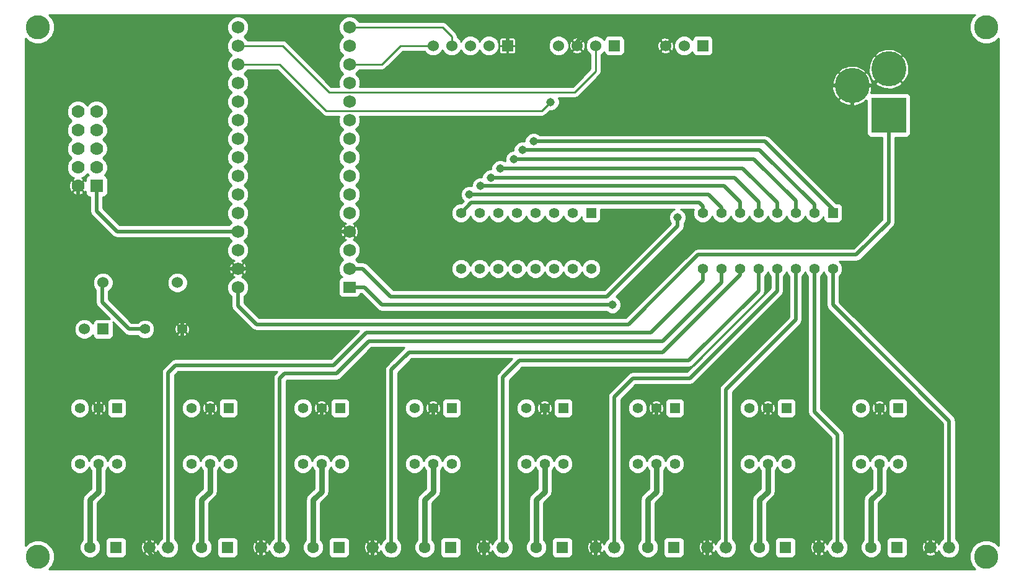
<source format=gbl>
G04 (created by PCBNEW-RS274X (2011-07-19)-testing) date Tue 14 Feb 2012 11:01:29 AM PST*
G01*
G70*
G90*
%MOIN*%
G04 Gerber Fmt 3.4, Leading zero omitted, Abs format*
%FSLAX34Y34*%
G04 APERTURE LIST*
%ADD10C,0.006000*%
%ADD11R,0.069000X0.060000*%
%ADD12C,0.069000*%
%ADD13C,0.055000*%
%ADD14R,0.055000X0.055000*%
%ADD15C,0.066000*%
%ADD16R,0.060000X0.060000*%
%ADD17C,0.060000*%
%ADD18R,0.070000X0.070000*%
%ADD19C,0.070000*%
%ADD20C,0.130000*%
%ADD21R,0.063000X0.063000*%
%ADD22C,0.063000*%
%ADD23C,0.189000*%
%ADD24R,0.189000X0.189000*%
%ADD25C,0.045000*%
%ADD26C,0.020000*%
%ADD27C,0.010000*%
%ADD28C,0.030000*%
G04 APERTURE END LIST*
G54D10*
G54D11*
X47500Y-34500D03*
G54D12*
X47500Y-33500D03*
X47500Y-32500D03*
X47500Y-31500D03*
X47500Y-30500D03*
X47500Y-29500D03*
X47500Y-28500D03*
X47500Y-27500D03*
X47500Y-26500D03*
X47500Y-25500D03*
X47500Y-24500D03*
X47500Y-23500D03*
X47500Y-22500D03*
X47500Y-21500D03*
X47500Y-20500D03*
X41500Y-20500D03*
X41500Y-21500D03*
X41500Y-22500D03*
X41500Y-23500D03*
X41500Y-24500D03*
X41500Y-25500D03*
X41500Y-26500D03*
X41500Y-27500D03*
X41500Y-28500D03*
X41500Y-29500D03*
X41500Y-30500D03*
X41500Y-31500D03*
X41500Y-32500D03*
X41500Y-33500D03*
X41500Y-34500D03*
G54D13*
X36500Y-36750D03*
X38500Y-36750D03*
G54D14*
X60500Y-30500D03*
G54D13*
X59500Y-30500D03*
X58500Y-30500D03*
X57500Y-30500D03*
X56500Y-30500D03*
X55500Y-30500D03*
X54500Y-30500D03*
X53500Y-30500D03*
X53500Y-33500D03*
X54500Y-33500D03*
X55500Y-33500D03*
X56500Y-33500D03*
X57500Y-33500D03*
X58500Y-33500D03*
X59500Y-33500D03*
X60500Y-33500D03*
G54D14*
X73500Y-30500D03*
G54D13*
X72500Y-30500D03*
X71500Y-30500D03*
X70500Y-30500D03*
X69500Y-30500D03*
X68500Y-30500D03*
X67500Y-30500D03*
X66500Y-30500D03*
X66500Y-33500D03*
X67500Y-33500D03*
X68500Y-33500D03*
X69500Y-33500D03*
X70500Y-33500D03*
X71500Y-33500D03*
X72500Y-33500D03*
X73500Y-33500D03*
G54D15*
X79750Y-48500D03*
X78750Y-48500D03*
X67750Y-48500D03*
X66750Y-48500D03*
X73750Y-48500D03*
X72750Y-48500D03*
X61750Y-48500D03*
X60750Y-48500D03*
X43750Y-48500D03*
X42750Y-48500D03*
X37750Y-48500D03*
X36750Y-48500D03*
X55750Y-48500D03*
X54750Y-48500D03*
X49750Y-48500D03*
X48750Y-48500D03*
G54D16*
X34250Y-36750D03*
G54D17*
X33250Y-36750D03*
G54D16*
X66500Y-21500D03*
G54D17*
X65500Y-21500D03*
X64500Y-21500D03*
G54D16*
X61750Y-21500D03*
G54D17*
X60750Y-21500D03*
X59750Y-21500D03*
X58750Y-21500D03*
X38250Y-34250D03*
X34250Y-34250D03*
G54D18*
X33900Y-29050D03*
G54D19*
X32900Y-29050D03*
X33900Y-28050D03*
X32900Y-28050D03*
X33900Y-27050D03*
X32900Y-27050D03*
X33900Y-26050D03*
X32900Y-26050D03*
X33900Y-25050D03*
X32900Y-25050D03*
G54D20*
X30750Y-49000D03*
X81750Y-20500D03*
X81750Y-49000D03*
X30750Y-20500D03*
G54D14*
X35000Y-41000D03*
G54D13*
X34000Y-41000D03*
X33000Y-41000D03*
X33000Y-44000D03*
X34000Y-44000D03*
X35000Y-44000D03*
G54D14*
X41000Y-41000D03*
G54D13*
X40000Y-41000D03*
X39000Y-41000D03*
X39000Y-44000D03*
X40000Y-44000D03*
X41000Y-44000D03*
G54D14*
X47000Y-41000D03*
G54D13*
X46000Y-41000D03*
X45000Y-41000D03*
X45000Y-44000D03*
X46000Y-44000D03*
X47000Y-44000D03*
G54D14*
X53000Y-41000D03*
G54D13*
X52000Y-41000D03*
X51000Y-41000D03*
X51000Y-44000D03*
X52000Y-44000D03*
X53000Y-44000D03*
G54D14*
X59000Y-41000D03*
G54D13*
X58000Y-41000D03*
X57000Y-41000D03*
X57000Y-44000D03*
X58000Y-44000D03*
X59000Y-44000D03*
G54D14*
X65000Y-41000D03*
G54D13*
X64000Y-41000D03*
X63000Y-41000D03*
X63000Y-44000D03*
X64000Y-44000D03*
X65000Y-44000D03*
G54D14*
X71000Y-41000D03*
G54D13*
X70000Y-41000D03*
X69000Y-41000D03*
X69000Y-44000D03*
X70000Y-44000D03*
X71000Y-44000D03*
G54D14*
X77000Y-41000D03*
G54D13*
X76000Y-41000D03*
X75000Y-41000D03*
X75000Y-44000D03*
X76000Y-44000D03*
X77000Y-44000D03*
G54D21*
X34939Y-48500D03*
G54D22*
X33561Y-48500D03*
G54D21*
X40939Y-48500D03*
G54D22*
X39561Y-48500D03*
G54D21*
X46939Y-48500D03*
G54D22*
X45561Y-48500D03*
G54D21*
X52939Y-48500D03*
G54D22*
X51561Y-48500D03*
G54D21*
X58939Y-48500D03*
G54D22*
X57561Y-48500D03*
G54D21*
X64939Y-48500D03*
G54D22*
X63561Y-48500D03*
G54D21*
X70939Y-48500D03*
G54D22*
X69561Y-48500D03*
G54D21*
X76939Y-48500D03*
G54D22*
X75561Y-48500D03*
G54D16*
X56000Y-21500D03*
G54D17*
X55000Y-21500D03*
X54000Y-21500D03*
X53000Y-21500D03*
X52000Y-21500D03*
G54D23*
X76500Y-22750D03*
G54D24*
X76500Y-25230D03*
G54D23*
X74531Y-23650D03*
G54D25*
X58325Y-24525D03*
X65150Y-30750D03*
X61650Y-35450D03*
X53950Y-29500D03*
X54550Y-29050D03*
X55100Y-28600D03*
X55600Y-28100D03*
X56350Y-27600D03*
X56800Y-27100D03*
X57400Y-26650D03*
G54D26*
X33900Y-29050D02*
X33900Y-30400D01*
X35000Y-31500D02*
X41500Y-31500D01*
X33900Y-30400D02*
X35000Y-31500D01*
G54D27*
X41500Y-21500D02*
X43900Y-21500D01*
X60750Y-22875D02*
X60750Y-21500D01*
X59625Y-24000D02*
X60750Y-22875D01*
X46400Y-24000D02*
X59625Y-24000D01*
X43900Y-21500D02*
X46400Y-24000D01*
X41500Y-22500D02*
X43750Y-22500D01*
X57850Y-25000D02*
X58325Y-24525D01*
X46250Y-25000D02*
X57850Y-25000D01*
X43750Y-22500D02*
X46250Y-25000D01*
G54D26*
X47500Y-33500D02*
X48225Y-33500D01*
X65150Y-31200D02*
X65150Y-30750D01*
X61350Y-35000D02*
X65150Y-31200D01*
X49725Y-35000D02*
X61350Y-35000D01*
X48225Y-33500D02*
X49725Y-35000D01*
X47500Y-34500D02*
X48300Y-34500D01*
X49250Y-35450D02*
X61650Y-35450D01*
X48300Y-34500D02*
X49250Y-35450D01*
G54D27*
X52000Y-21500D02*
X50250Y-21500D01*
X49250Y-22500D02*
X47500Y-22500D01*
X50250Y-21500D02*
X49250Y-22500D01*
X53000Y-21500D02*
X53000Y-21000D01*
X52500Y-20500D02*
X47500Y-20500D01*
X53000Y-21000D02*
X52500Y-20500D01*
G54D26*
X66500Y-30500D02*
X66500Y-30150D01*
X54050Y-29950D02*
X53500Y-30500D01*
X66300Y-29950D02*
X54050Y-29950D01*
X66500Y-30150D02*
X66300Y-29950D01*
X67500Y-30500D02*
X67500Y-30200D01*
X66800Y-29500D02*
X53950Y-29500D01*
X67500Y-30200D02*
X66800Y-29500D01*
X68500Y-30500D02*
X68500Y-29900D01*
X67650Y-29050D02*
X54550Y-29050D01*
X68500Y-29900D02*
X67650Y-29050D01*
X69500Y-30500D02*
X69500Y-29900D01*
X68200Y-28600D02*
X55100Y-28600D01*
X69500Y-29900D02*
X68200Y-28600D01*
X70500Y-30500D02*
X70500Y-29950D01*
X68650Y-28100D02*
X55600Y-28100D01*
X70500Y-29950D02*
X68650Y-28100D01*
X71500Y-30500D02*
X71500Y-29850D01*
X69250Y-27600D02*
X56350Y-27600D01*
X71500Y-29850D02*
X69250Y-27600D01*
X72500Y-30500D02*
X72500Y-30050D01*
X69550Y-27100D02*
X56800Y-27100D01*
X72500Y-30050D02*
X69550Y-27100D01*
X73500Y-30500D02*
X73500Y-30300D01*
X69850Y-26650D02*
X57400Y-26650D01*
X73500Y-30300D02*
X69850Y-26650D01*
X60500Y-20725D02*
X56275Y-20725D01*
X56000Y-21000D02*
X56000Y-21500D01*
X56275Y-20725D02*
X56000Y-21000D01*
X41500Y-33500D02*
X42500Y-33500D01*
X74531Y-30719D02*
X74531Y-23650D01*
X73250Y-32000D02*
X74531Y-30719D01*
X66000Y-32000D02*
X73250Y-32000D01*
X62000Y-36000D02*
X66000Y-32000D01*
X45000Y-36000D02*
X62000Y-36000D01*
X42500Y-33500D02*
X45000Y-36000D01*
X74531Y-23650D02*
X75600Y-23650D01*
X75600Y-23650D02*
X76500Y-22750D01*
X65250Y-20725D02*
X69225Y-20725D01*
X69225Y-20725D02*
X72150Y-23650D01*
X72150Y-23650D02*
X74531Y-23650D01*
X34000Y-41000D02*
X34000Y-40500D01*
X38500Y-37750D02*
X38500Y-36750D01*
X38250Y-38000D02*
X38500Y-37750D01*
X36500Y-38000D02*
X38250Y-38000D01*
X34000Y-40500D02*
X36500Y-38000D01*
X40000Y-41000D02*
X40000Y-42250D01*
X42750Y-43000D02*
X42750Y-48500D01*
X42500Y-42750D02*
X42750Y-43000D01*
X40500Y-42750D02*
X42500Y-42750D01*
X40000Y-42250D02*
X40500Y-42750D01*
X41500Y-33500D02*
X40575Y-33500D01*
X38500Y-35575D02*
X38500Y-36750D01*
X40575Y-33500D02*
X38500Y-35575D01*
X52000Y-41000D02*
X52000Y-42200D01*
X54750Y-43075D02*
X54750Y-48500D01*
X54275Y-42600D02*
X54750Y-43075D01*
X52400Y-42600D02*
X54275Y-42600D01*
X52000Y-42200D02*
X52400Y-42600D01*
X65275Y-20725D02*
X65250Y-20725D01*
X65250Y-20725D02*
X65000Y-20725D01*
X65000Y-20725D02*
X60500Y-20725D01*
X60500Y-20725D02*
X60300Y-20725D01*
X59750Y-21275D02*
X59750Y-21500D01*
X60300Y-20725D02*
X59750Y-21275D01*
X65275Y-20725D02*
X64500Y-21500D01*
X47500Y-31500D02*
X44700Y-31500D01*
X42700Y-33500D02*
X41500Y-33500D01*
X44700Y-31500D02*
X42700Y-33500D01*
X76000Y-41000D02*
X76000Y-42000D01*
X78750Y-43350D02*
X78750Y-48500D01*
X78150Y-42750D02*
X78750Y-43350D01*
X76750Y-42750D02*
X78150Y-42750D01*
X76000Y-42000D02*
X76750Y-42750D01*
X70000Y-41000D02*
X70000Y-42075D01*
X72750Y-43275D02*
X72750Y-48500D01*
X72050Y-42575D02*
X72750Y-43275D01*
X70500Y-42575D02*
X72050Y-42575D01*
X70000Y-42075D02*
X70500Y-42575D01*
X64000Y-41000D02*
X64000Y-42100D01*
X66750Y-43625D02*
X66750Y-48500D01*
X65700Y-42575D02*
X66750Y-43625D01*
X64475Y-42575D02*
X65700Y-42575D01*
X64000Y-42100D02*
X64475Y-42575D01*
X58000Y-41000D02*
X58000Y-41825D01*
X60750Y-43500D02*
X60750Y-48500D01*
X59925Y-42675D02*
X60750Y-43500D01*
X58850Y-42675D02*
X59925Y-42675D01*
X58000Y-41825D02*
X58850Y-42675D01*
X46000Y-41000D02*
X46000Y-42225D01*
X48750Y-43375D02*
X48750Y-48500D01*
X48125Y-42750D02*
X48750Y-43375D01*
X46525Y-42750D02*
X48125Y-42750D01*
X46000Y-42225D02*
X46525Y-42750D01*
X36750Y-48500D02*
X36750Y-43550D01*
X34000Y-41975D02*
X34000Y-41000D01*
X34600Y-42575D02*
X34000Y-41975D01*
X35775Y-42575D02*
X34600Y-42575D01*
X36750Y-43550D02*
X35775Y-42575D01*
X42750Y-48500D02*
X42750Y-49075D01*
X42750Y-49075D02*
X42625Y-49200D01*
X48750Y-49200D02*
X48750Y-48500D01*
X54750Y-49200D02*
X54750Y-48500D01*
X60750Y-49200D02*
X60750Y-48500D01*
X66750Y-48500D02*
X66750Y-49200D01*
X72750Y-48500D02*
X72750Y-49200D01*
X72750Y-49200D02*
X72750Y-49150D01*
X72750Y-49150D02*
X72750Y-49200D01*
X36750Y-48500D02*
X36750Y-48800D01*
X78050Y-49200D02*
X78750Y-48500D01*
X37150Y-49200D02*
X42625Y-49200D01*
X42625Y-49200D02*
X42700Y-49200D01*
X42700Y-49200D02*
X48750Y-49200D01*
X48750Y-49200D02*
X54750Y-49200D01*
X54750Y-49200D02*
X60750Y-49200D01*
X60750Y-49200D02*
X60650Y-49200D01*
X60650Y-49200D02*
X66750Y-49200D01*
X66750Y-49200D02*
X72750Y-49200D01*
X72750Y-49200D02*
X78050Y-49200D01*
X36750Y-48800D02*
X37150Y-49200D01*
X32900Y-29050D02*
X32900Y-30250D01*
X32900Y-30250D02*
X35300Y-32650D01*
X35300Y-32650D02*
X39850Y-32650D01*
X39850Y-32650D02*
X40700Y-33500D01*
X40700Y-33500D02*
X41500Y-33500D01*
X76500Y-25230D02*
X76500Y-31000D01*
X41500Y-35500D02*
X41500Y-34500D01*
X42500Y-36500D02*
X41500Y-35500D01*
X62500Y-36500D02*
X42500Y-36500D01*
X66250Y-32750D02*
X62500Y-36500D01*
X74750Y-32750D02*
X66250Y-32750D01*
X76500Y-31000D02*
X74750Y-32750D01*
G54D28*
X76000Y-44000D02*
X76000Y-45500D01*
X75561Y-45939D02*
X75561Y-48500D01*
X76000Y-45500D02*
X75561Y-45939D01*
G54D26*
X36500Y-36750D02*
X35650Y-36750D01*
X34200Y-34300D02*
X34250Y-34250D01*
X34200Y-35300D02*
X34200Y-34300D01*
X35650Y-36750D02*
X34200Y-35300D01*
X43750Y-48500D02*
X43750Y-39400D01*
X67500Y-34250D02*
X67500Y-33500D01*
X64350Y-37400D02*
X67500Y-34250D01*
X48550Y-37400D02*
X64350Y-37400D01*
X46800Y-39150D02*
X48550Y-37400D01*
X44000Y-39150D02*
X46800Y-39150D01*
X43750Y-39400D02*
X44000Y-39150D01*
X55750Y-48500D02*
X55750Y-39350D01*
X69500Y-34700D02*
X69500Y-33500D01*
X65750Y-38450D02*
X69500Y-34700D01*
X56650Y-38450D02*
X65750Y-38450D01*
X55750Y-39350D02*
X56650Y-38450D01*
X67750Y-48500D02*
X67750Y-40000D01*
X71500Y-36250D02*
X71500Y-33500D01*
X67750Y-40000D02*
X71500Y-36250D01*
X72500Y-33500D02*
X72500Y-41200D01*
X73750Y-42450D02*
X73750Y-48500D01*
X72500Y-41200D02*
X73750Y-42450D01*
X73500Y-33500D02*
X73500Y-35450D01*
X79750Y-41700D02*
X79750Y-48500D01*
X73500Y-35450D02*
X79750Y-41700D01*
X70500Y-33500D02*
X70500Y-34700D01*
X61750Y-40400D02*
X61750Y-48500D01*
X62750Y-39400D02*
X61750Y-40400D01*
X65800Y-39400D02*
X62750Y-39400D01*
X70500Y-34700D02*
X65800Y-39400D01*
X68500Y-33500D02*
X68500Y-33850D01*
X49750Y-38950D02*
X49750Y-48500D01*
X50700Y-38000D02*
X49750Y-38950D01*
X64350Y-38000D02*
X50700Y-38000D01*
X68500Y-33850D02*
X64350Y-38000D01*
X66500Y-33500D02*
X66500Y-34150D01*
X37750Y-39100D02*
X37750Y-48500D01*
X38150Y-38700D02*
X37750Y-39100D01*
X46650Y-38700D02*
X38150Y-38700D01*
X48400Y-36950D02*
X46650Y-38700D01*
X63700Y-36950D02*
X48400Y-36950D01*
X66500Y-34150D02*
X63700Y-36950D01*
G54D28*
X70000Y-44000D02*
X70000Y-45500D01*
X69561Y-45939D02*
X69561Y-48500D01*
X70000Y-45500D02*
X69561Y-45939D01*
X64000Y-44000D02*
X64000Y-45500D01*
X63561Y-45939D02*
X63561Y-48500D01*
X64000Y-45500D02*
X63561Y-45939D01*
X58000Y-44000D02*
X58000Y-45500D01*
X57561Y-45939D02*
X57561Y-48500D01*
X58000Y-45500D02*
X57561Y-45939D01*
X52000Y-44000D02*
X52000Y-45500D01*
X51561Y-45939D02*
X51561Y-48500D01*
X52000Y-45500D02*
X51561Y-45939D01*
X46000Y-44000D02*
X46000Y-45500D01*
X45561Y-45939D02*
X45561Y-48500D01*
X46000Y-45500D02*
X45561Y-45939D01*
X40000Y-44000D02*
X40000Y-45500D01*
X39561Y-45939D02*
X39561Y-48500D01*
X40000Y-45500D02*
X39561Y-45939D01*
X34000Y-44000D02*
X34000Y-45500D01*
X33561Y-45939D02*
X33561Y-48500D01*
X34000Y-45500D02*
X33561Y-45939D01*
G54D27*
X31347Y-19825D02*
X81152Y-19825D01*
X31427Y-19905D02*
X81072Y-19905D01*
X31507Y-19985D02*
X41190Y-19985D01*
X41808Y-19985D02*
X47190Y-19985D01*
X47808Y-19985D02*
X80992Y-19985D01*
X31543Y-20065D02*
X41095Y-20065D01*
X41905Y-20065D02*
X47095Y-20065D01*
X47905Y-20065D02*
X80956Y-20065D01*
X31576Y-20145D02*
X41015Y-20145D01*
X41985Y-20145D02*
X47015Y-20145D01*
X47985Y-20145D02*
X80922Y-20145D01*
X31609Y-20225D02*
X40971Y-20225D01*
X42029Y-20225D02*
X46971Y-20225D01*
X52617Y-20225D02*
X80889Y-20225D01*
X31642Y-20305D02*
X40937Y-20305D01*
X42062Y-20305D02*
X46937Y-20305D01*
X52729Y-20305D02*
X80856Y-20305D01*
X31650Y-20385D02*
X40906Y-20385D01*
X42094Y-20385D02*
X46906Y-20385D01*
X52809Y-20385D02*
X80850Y-20385D01*
X31650Y-20465D02*
X40906Y-20465D01*
X42094Y-20465D02*
X46906Y-20465D01*
X52889Y-20465D02*
X80850Y-20465D01*
X31650Y-20545D02*
X40906Y-20545D01*
X42094Y-20545D02*
X46906Y-20545D01*
X52969Y-20545D02*
X80850Y-20545D01*
X31650Y-20625D02*
X40909Y-20625D01*
X42092Y-20625D02*
X46909Y-20625D01*
X53049Y-20625D02*
X80850Y-20625D01*
X31640Y-20705D02*
X40942Y-20705D01*
X42058Y-20705D02*
X46942Y-20705D01*
X53129Y-20705D02*
X80862Y-20705D01*
X31607Y-20785D02*
X40975Y-20785D01*
X42025Y-20785D02*
X46975Y-20785D01*
X53209Y-20785D02*
X80895Y-20785D01*
X31573Y-20865D02*
X41025Y-20865D01*
X41975Y-20865D02*
X47025Y-20865D01*
X53263Y-20865D02*
X80928Y-20865D01*
X31540Y-20945D02*
X41105Y-20945D01*
X41895Y-20945D02*
X47105Y-20945D01*
X53289Y-20945D02*
X80961Y-20945D01*
X31498Y-21025D02*
X41135Y-21025D01*
X41865Y-21025D02*
X47135Y-21025D01*
X53300Y-21025D02*
X53713Y-21025D01*
X54286Y-21025D02*
X54713Y-21025D01*
X55286Y-21025D02*
X58463Y-21025D01*
X59036Y-21025D02*
X60463Y-21025D01*
X61036Y-21025D02*
X61273Y-21025D01*
X62227Y-21025D02*
X65213Y-21025D01*
X65786Y-21025D02*
X66023Y-21025D01*
X66977Y-21025D02*
X81003Y-21025D01*
X30075Y-21105D02*
X30083Y-21105D01*
X31418Y-21105D02*
X41055Y-21105D01*
X41945Y-21105D02*
X47055Y-21105D01*
X53381Y-21105D02*
X53619Y-21105D01*
X54381Y-21105D02*
X54619Y-21105D01*
X55381Y-21105D02*
X55584Y-21105D01*
X55995Y-21105D02*
X56005Y-21105D01*
X56416Y-21105D02*
X58369Y-21105D01*
X59131Y-21105D02*
X59545Y-21105D01*
X59945Y-21105D02*
X60369Y-21105D01*
X61131Y-21105D02*
X61219Y-21105D01*
X62280Y-21105D02*
X64295Y-21105D01*
X64695Y-21105D02*
X65119Y-21105D01*
X65881Y-21105D02*
X65969Y-21105D01*
X67030Y-21105D02*
X81083Y-21105D01*
X82417Y-21105D02*
X82425Y-21105D01*
X30075Y-21185D02*
X30163Y-21185D01*
X31338Y-21185D02*
X40987Y-21185D01*
X42012Y-21185D02*
X46987Y-21185D01*
X53461Y-21185D02*
X53539Y-21185D01*
X54461Y-21185D02*
X54539Y-21185D01*
X55461Y-21185D02*
X55551Y-21185D01*
X55995Y-21185D02*
X56005Y-21185D01*
X56449Y-21185D02*
X58289Y-21185D01*
X59211Y-21185D02*
X59469Y-21185D01*
X60030Y-21185D02*
X60289Y-21185D01*
X62299Y-21185D02*
X64219Y-21185D01*
X64780Y-21185D02*
X65039Y-21185D01*
X67049Y-21185D02*
X81163Y-21185D01*
X82337Y-21185D02*
X82425Y-21185D01*
X30075Y-21265D02*
X30247Y-21265D01*
X31255Y-21265D02*
X40954Y-21265D01*
X44077Y-21265D02*
X46954Y-21265D01*
X53496Y-21265D02*
X53503Y-21265D01*
X54496Y-21265D02*
X54503Y-21265D01*
X55496Y-21265D02*
X55550Y-21265D01*
X55995Y-21265D02*
X56005Y-21265D01*
X56449Y-21265D02*
X58253Y-21265D01*
X59246Y-21265D02*
X59372Y-21265D01*
X59508Y-21265D02*
X59522Y-21265D01*
X59978Y-21265D02*
X59992Y-21265D01*
X60133Y-21265D02*
X60253Y-21265D01*
X62299Y-21265D02*
X64122Y-21265D01*
X64258Y-21265D02*
X64272Y-21265D01*
X64728Y-21265D02*
X64742Y-21265D01*
X64883Y-21265D02*
X65003Y-21265D01*
X67049Y-21265D02*
X81247Y-21265D01*
X82255Y-21265D02*
X82425Y-21265D01*
X30075Y-21345D02*
X30439Y-21345D01*
X31061Y-21345D02*
X40921Y-21345D01*
X44169Y-21345D02*
X46921Y-21345D01*
X55529Y-21345D02*
X55550Y-21345D01*
X55995Y-21345D02*
X56005Y-21345D01*
X56449Y-21345D02*
X58220Y-21345D01*
X59279Y-21345D02*
X59336Y-21345D01*
X59588Y-21345D02*
X59602Y-21345D01*
X59898Y-21345D02*
X59912Y-21345D01*
X60163Y-21345D02*
X60220Y-21345D01*
X62299Y-21345D02*
X64086Y-21345D01*
X64338Y-21345D02*
X64352Y-21345D01*
X64648Y-21345D02*
X64662Y-21345D01*
X64913Y-21345D02*
X64970Y-21345D01*
X67049Y-21345D02*
X81439Y-21345D01*
X82061Y-21345D02*
X82425Y-21345D01*
X30075Y-21425D02*
X40906Y-21425D01*
X44249Y-21425D02*
X46906Y-21425D01*
X55549Y-21425D02*
X55550Y-21425D01*
X55995Y-21425D02*
X56005Y-21425D01*
X56449Y-21425D02*
X58201Y-21425D01*
X59299Y-21425D02*
X59311Y-21425D01*
X59668Y-21425D02*
X59682Y-21425D01*
X59818Y-21425D02*
X59832Y-21425D01*
X60194Y-21425D02*
X60194Y-21425D01*
X60194Y-21425D02*
X60201Y-21425D01*
X62299Y-21425D02*
X64061Y-21425D01*
X64418Y-21425D02*
X64432Y-21425D01*
X64568Y-21425D02*
X64582Y-21425D01*
X64944Y-21425D02*
X64944Y-21425D01*
X64944Y-21425D02*
X64951Y-21425D01*
X67049Y-21425D02*
X82425Y-21425D01*
X30075Y-21505D02*
X40906Y-21505D01*
X44329Y-21505D02*
X46906Y-21505D01*
X55549Y-21505D02*
X55587Y-21505D01*
X55995Y-21505D02*
X56005Y-21505D01*
X56413Y-21505D02*
X56450Y-21505D01*
X56450Y-21505D02*
X58201Y-21505D01*
X59299Y-21505D02*
X59308Y-21505D01*
X59738Y-21505D02*
X59743Y-21505D01*
X59743Y-21505D02*
X59762Y-21505D01*
X60192Y-21505D02*
X60194Y-21505D01*
X60194Y-21505D02*
X60201Y-21505D01*
X62299Y-21505D02*
X64058Y-21505D01*
X64488Y-21505D02*
X64493Y-21505D01*
X64493Y-21505D02*
X64512Y-21505D01*
X64942Y-21505D02*
X64944Y-21505D01*
X64944Y-21505D02*
X64951Y-21505D01*
X67049Y-21505D02*
X82425Y-21505D01*
X30075Y-21585D02*
X40906Y-21585D01*
X44409Y-21585D02*
X46906Y-21585D01*
X55549Y-21585D02*
X55551Y-21585D01*
X55995Y-21585D02*
X56005Y-21585D01*
X56450Y-21585D02*
X56450Y-21585D01*
X56450Y-21585D02*
X58201Y-21585D01*
X59299Y-21585D02*
X59310Y-21585D01*
X59658Y-21585D02*
X59672Y-21585D01*
X59828Y-21585D02*
X59842Y-21585D01*
X60189Y-21585D02*
X60194Y-21585D01*
X60194Y-21585D02*
X60201Y-21585D01*
X62299Y-21585D02*
X64060Y-21585D01*
X64408Y-21585D02*
X64422Y-21585D01*
X64578Y-21585D02*
X64592Y-21585D01*
X64939Y-21585D02*
X64944Y-21585D01*
X64944Y-21585D02*
X64951Y-21585D01*
X67049Y-21585D02*
X82425Y-21585D01*
X30075Y-21665D02*
X40926Y-21665D01*
X44489Y-21665D02*
X46926Y-21665D01*
X55526Y-21665D02*
X55551Y-21665D01*
X55995Y-21665D02*
X56005Y-21665D01*
X56450Y-21665D02*
X56450Y-21665D01*
X56450Y-21665D02*
X58225Y-21665D01*
X59276Y-21665D02*
X59299Y-21665D01*
X59299Y-21665D02*
X59341Y-21665D01*
X59578Y-21665D02*
X59592Y-21665D01*
X59908Y-21665D02*
X59922Y-21665D01*
X60159Y-21665D02*
X60194Y-21665D01*
X60194Y-21665D02*
X60225Y-21665D01*
X62299Y-21665D02*
X64091Y-21665D01*
X64328Y-21665D02*
X64342Y-21665D01*
X64658Y-21665D02*
X64672Y-21665D01*
X64909Y-21665D02*
X64944Y-21665D01*
X64944Y-21665D02*
X64975Y-21665D01*
X67049Y-21665D02*
X82425Y-21665D01*
X30075Y-21745D02*
X40959Y-21745D01*
X44569Y-21745D02*
X46959Y-21745D01*
X52493Y-21745D02*
X52508Y-21745D01*
X53493Y-21745D02*
X53508Y-21745D01*
X54493Y-21745D02*
X54508Y-21745D01*
X55493Y-21745D02*
X55551Y-21745D01*
X55995Y-21745D02*
X56005Y-21745D01*
X56450Y-21745D02*
X56450Y-21745D01*
X56450Y-21745D02*
X58258Y-21745D01*
X59243Y-21745D02*
X59299Y-21745D01*
X59299Y-21745D02*
X59373Y-21745D01*
X59498Y-21745D02*
X59512Y-21745D01*
X59988Y-21745D02*
X60002Y-21745D01*
X60123Y-21745D02*
X60194Y-21745D01*
X60194Y-21745D02*
X60258Y-21745D01*
X62299Y-21745D02*
X64123Y-21745D01*
X64248Y-21745D02*
X64262Y-21745D01*
X64738Y-21745D02*
X64752Y-21745D01*
X64873Y-21745D02*
X64944Y-21745D01*
X64944Y-21745D02*
X65008Y-21745D01*
X67049Y-21745D02*
X76122Y-21745D01*
X76881Y-21745D02*
X82425Y-21745D01*
X30075Y-21825D02*
X40992Y-21825D01*
X44649Y-21825D02*
X46992Y-21825D01*
X50349Y-21825D02*
X51549Y-21825D01*
X52451Y-21825D02*
X52549Y-21825D01*
X53451Y-21825D02*
X53549Y-21825D01*
X54451Y-21825D02*
X54549Y-21825D01*
X55451Y-21825D02*
X55551Y-21825D01*
X55995Y-21825D02*
X56005Y-21825D01*
X56449Y-21825D02*
X56450Y-21825D01*
X56450Y-21825D02*
X58299Y-21825D01*
X59201Y-21825D02*
X59299Y-21825D01*
X59299Y-21825D02*
X59474Y-21825D01*
X60027Y-21825D02*
X60038Y-21825D01*
X60038Y-21825D02*
X60194Y-21825D01*
X60194Y-21825D02*
X60299Y-21825D01*
X61201Y-21825D02*
X61201Y-21825D01*
X62299Y-21825D02*
X64224Y-21825D01*
X64777Y-21825D02*
X64788Y-21825D01*
X64788Y-21825D02*
X64944Y-21825D01*
X64944Y-21825D02*
X65049Y-21825D01*
X65951Y-21825D02*
X65951Y-21825D01*
X67049Y-21825D02*
X75915Y-21825D01*
X77057Y-21825D02*
X82425Y-21825D01*
X30075Y-21905D02*
X41065Y-21905D01*
X44729Y-21905D02*
X47065Y-21905D01*
X50269Y-21905D02*
X51629Y-21905D01*
X52371Y-21905D02*
X52629Y-21905D01*
X53371Y-21905D02*
X53629Y-21905D01*
X54371Y-21905D02*
X54629Y-21905D01*
X55371Y-21905D02*
X55594Y-21905D01*
X55995Y-21905D02*
X56005Y-21905D01*
X56406Y-21905D02*
X56450Y-21905D01*
X56450Y-21905D02*
X58379Y-21905D01*
X59121Y-21905D02*
X59299Y-21905D01*
X59299Y-21905D02*
X59577Y-21905D01*
X59929Y-21905D02*
X60038Y-21905D01*
X60038Y-21905D02*
X60194Y-21905D01*
X60194Y-21905D02*
X60379Y-21905D01*
X61121Y-21905D02*
X61225Y-21905D01*
X62277Y-21905D02*
X62299Y-21905D01*
X62299Y-21905D02*
X64327Y-21905D01*
X64679Y-21905D02*
X64788Y-21905D01*
X64788Y-21905D02*
X64944Y-21905D01*
X64944Y-21905D02*
X65129Y-21905D01*
X65871Y-21905D02*
X65975Y-21905D01*
X67027Y-21905D02*
X67049Y-21905D01*
X67049Y-21905D02*
X75828Y-21905D01*
X77171Y-21905D02*
X82425Y-21905D01*
X30075Y-21985D02*
X41145Y-21985D01*
X44809Y-21985D02*
X47145Y-21985D01*
X50189Y-21985D02*
X51738Y-21985D01*
X52263Y-21985D02*
X52738Y-21985D01*
X53263Y-21985D02*
X53738Y-21985D01*
X54263Y-21985D02*
X54738Y-21985D01*
X55263Y-21985D02*
X55995Y-21985D01*
X55995Y-21985D02*
X56450Y-21985D01*
X56450Y-21985D02*
X58488Y-21985D01*
X59013Y-21985D02*
X59299Y-21985D01*
X59299Y-21985D02*
X60038Y-21985D01*
X60038Y-21985D02*
X60194Y-21985D01*
X60194Y-21985D02*
X60450Y-21985D01*
X61050Y-21985D02*
X61283Y-21985D01*
X62217Y-21985D02*
X62299Y-21985D01*
X62299Y-21985D02*
X64788Y-21985D01*
X64788Y-21985D02*
X64944Y-21985D01*
X64944Y-21985D02*
X65238Y-21985D01*
X65763Y-21985D02*
X66033Y-21985D01*
X66967Y-21985D02*
X67049Y-21985D01*
X67049Y-21985D02*
X75766Y-21985D01*
X77233Y-21985D02*
X82425Y-21985D01*
X30075Y-22065D02*
X41095Y-22065D01*
X44889Y-22065D02*
X47095Y-22065D01*
X50109Y-22065D02*
X55995Y-22065D01*
X55995Y-22065D02*
X56450Y-22065D01*
X56450Y-22065D02*
X59299Y-22065D01*
X59299Y-22065D02*
X60038Y-22065D01*
X60038Y-22065D02*
X60194Y-22065D01*
X60194Y-22065D02*
X60450Y-22065D01*
X61050Y-22065D02*
X62299Y-22065D01*
X62299Y-22065D02*
X64788Y-22065D01*
X64788Y-22065D02*
X64944Y-22065D01*
X64944Y-22065D02*
X67049Y-22065D01*
X67049Y-22065D02*
X75672Y-22065D01*
X75808Y-22065D02*
X75822Y-22065D01*
X77178Y-22065D02*
X77192Y-22065D01*
X77327Y-22065D02*
X82425Y-22065D01*
X30075Y-22145D02*
X41015Y-22145D01*
X44969Y-22145D02*
X47015Y-22145D01*
X50029Y-22145D02*
X55995Y-22145D01*
X55995Y-22145D02*
X56450Y-22145D01*
X56450Y-22145D02*
X59299Y-22145D01*
X59299Y-22145D02*
X60038Y-22145D01*
X60038Y-22145D02*
X60194Y-22145D01*
X60194Y-22145D02*
X60450Y-22145D01*
X61050Y-22145D02*
X62299Y-22145D01*
X62299Y-22145D02*
X64788Y-22145D01*
X64788Y-22145D02*
X64944Y-22145D01*
X64944Y-22145D02*
X67049Y-22145D01*
X67049Y-22145D02*
X75596Y-22145D01*
X75888Y-22145D02*
X75902Y-22145D01*
X77098Y-22145D02*
X77112Y-22145D01*
X77411Y-22145D02*
X82425Y-22145D01*
X30075Y-22225D02*
X40971Y-22225D01*
X45049Y-22225D02*
X46971Y-22225D01*
X49949Y-22225D02*
X55995Y-22225D01*
X55995Y-22225D02*
X56450Y-22225D01*
X56450Y-22225D02*
X59299Y-22225D01*
X59299Y-22225D02*
X60038Y-22225D01*
X60038Y-22225D02*
X60194Y-22225D01*
X60194Y-22225D02*
X60450Y-22225D01*
X61050Y-22225D02*
X62299Y-22225D01*
X62299Y-22225D02*
X64788Y-22225D01*
X64788Y-22225D02*
X64944Y-22225D01*
X64944Y-22225D02*
X67049Y-22225D01*
X67049Y-22225D02*
X75560Y-22225D01*
X75968Y-22225D02*
X75982Y-22225D01*
X77018Y-22225D02*
X77032Y-22225D01*
X77449Y-22225D02*
X82425Y-22225D01*
X30075Y-22305D02*
X40937Y-22305D01*
X45129Y-22305D02*
X46937Y-22305D01*
X49869Y-22305D02*
X55995Y-22305D01*
X55995Y-22305D02*
X56450Y-22305D01*
X56450Y-22305D02*
X59299Y-22305D01*
X59299Y-22305D02*
X60038Y-22305D01*
X60038Y-22305D02*
X60194Y-22305D01*
X60194Y-22305D02*
X60450Y-22305D01*
X61050Y-22305D02*
X62299Y-22305D01*
X62299Y-22305D02*
X64788Y-22305D01*
X64788Y-22305D02*
X64944Y-22305D01*
X64944Y-22305D02*
X67049Y-22305D01*
X67049Y-22305D02*
X75523Y-22305D01*
X76048Y-22305D02*
X76062Y-22305D01*
X76938Y-22305D02*
X76952Y-22305D01*
X77479Y-22305D02*
X82425Y-22305D01*
X30075Y-22385D02*
X40906Y-22385D01*
X45209Y-22385D02*
X46906Y-22385D01*
X49789Y-22385D02*
X55995Y-22385D01*
X55995Y-22385D02*
X56450Y-22385D01*
X56450Y-22385D02*
X59299Y-22385D01*
X59299Y-22385D02*
X60038Y-22385D01*
X60038Y-22385D02*
X60194Y-22385D01*
X60194Y-22385D02*
X60450Y-22385D01*
X61050Y-22385D02*
X62299Y-22385D01*
X62299Y-22385D02*
X64788Y-22385D01*
X64788Y-22385D02*
X64944Y-22385D01*
X64944Y-22385D02*
X67049Y-22385D01*
X67049Y-22385D02*
X75487Y-22385D01*
X76128Y-22385D02*
X76142Y-22385D01*
X76858Y-22385D02*
X76872Y-22385D01*
X77509Y-22385D02*
X82425Y-22385D01*
X30075Y-22465D02*
X40906Y-22465D01*
X45289Y-22465D02*
X46906Y-22465D01*
X49709Y-22465D02*
X55995Y-22465D01*
X55995Y-22465D02*
X56450Y-22465D01*
X56450Y-22465D02*
X59299Y-22465D01*
X59299Y-22465D02*
X60038Y-22465D01*
X60038Y-22465D02*
X60194Y-22465D01*
X60194Y-22465D02*
X60450Y-22465D01*
X61050Y-22465D02*
X62299Y-22465D01*
X62299Y-22465D02*
X64788Y-22465D01*
X64788Y-22465D02*
X64944Y-22465D01*
X64944Y-22465D02*
X67049Y-22465D01*
X67049Y-22465D02*
X75450Y-22465D01*
X76208Y-22465D02*
X76222Y-22465D01*
X76778Y-22465D02*
X76792Y-22465D01*
X77539Y-22465D02*
X82425Y-22465D01*
X30075Y-22545D02*
X40906Y-22545D01*
X45369Y-22545D02*
X46906Y-22545D01*
X49629Y-22545D02*
X55995Y-22545D01*
X55995Y-22545D02*
X56450Y-22545D01*
X56450Y-22545D02*
X59299Y-22545D01*
X59299Y-22545D02*
X60038Y-22545D01*
X60038Y-22545D02*
X60194Y-22545D01*
X60194Y-22545D02*
X60450Y-22545D01*
X61050Y-22545D02*
X62299Y-22545D01*
X62299Y-22545D02*
X64788Y-22545D01*
X64788Y-22545D02*
X64944Y-22545D01*
X64944Y-22545D02*
X67049Y-22545D01*
X67049Y-22545D02*
X75433Y-22545D01*
X76288Y-22545D02*
X76302Y-22545D01*
X76698Y-22545D02*
X76712Y-22545D01*
X77569Y-22545D02*
X82425Y-22545D01*
X30075Y-22625D02*
X40909Y-22625D01*
X45449Y-22625D02*
X46909Y-22625D01*
X49549Y-22625D02*
X55995Y-22625D01*
X55995Y-22625D02*
X56450Y-22625D01*
X56450Y-22625D02*
X59299Y-22625D01*
X59299Y-22625D02*
X60038Y-22625D01*
X60038Y-22625D02*
X60194Y-22625D01*
X60194Y-22625D02*
X60450Y-22625D01*
X61050Y-22625D02*
X62299Y-22625D01*
X62299Y-22625D02*
X64788Y-22625D01*
X64788Y-22625D02*
X64944Y-22625D01*
X64944Y-22625D02*
X67049Y-22625D01*
X67049Y-22625D02*
X74207Y-22625D01*
X74868Y-22625D02*
X75430Y-22625D01*
X76368Y-22625D02*
X76382Y-22625D01*
X76618Y-22625D02*
X76632Y-22625D01*
X77579Y-22625D02*
X77580Y-22625D01*
X77580Y-22625D02*
X82425Y-22625D01*
X30075Y-22705D02*
X40942Y-22705D01*
X45529Y-22705D02*
X46942Y-22705D01*
X49469Y-22705D02*
X55995Y-22705D01*
X55995Y-22705D02*
X56450Y-22705D01*
X56450Y-22705D02*
X59299Y-22705D01*
X59299Y-22705D02*
X60038Y-22705D01*
X60038Y-22705D02*
X60194Y-22705D01*
X60194Y-22705D02*
X60450Y-22705D01*
X61050Y-22705D02*
X62299Y-22705D01*
X62299Y-22705D02*
X64788Y-22705D01*
X64788Y-22705D02*
X64944Y-22705D01*
X64944Y-22705D02*
X67049Y-22705D01*
X67049Y-22705D02*
X73992Y-22705D01*
X75044Y-22705D02*
X75427Y-22705D01*
X76448Y-22705D02*
X76462Y-22705D01*
X76538Y-22705D02*
X76552Y-22705D01*
X77576Y-22705D02*
X77580Y-22705D01*
X77580Y-22705D02*
X82425Y-22705D01*
X30075Y-22785D02*
X40975Y-22785D01*
X45609Y-22785D02*
X46975Y-22785D01*
X49325Y-22785D02*
X55995Y-22785D01*
X55995Y-22785D02*
X56450Y-22785D01*
X56450Y-22785D02*
X59299Y-22785D01*
X59299Y-22785D02*
X60038Y-22785D01*
X60038Y-22785D02*
X60194Y-22785D01*
X60194Y-22785D02*
X60416Y-22785D01*
X61050Y-22785D02*
X62299Y-22785D01*
X62299Y-22785D02*
X64788Y-22785D01*
X64788Y-22785D02*
X64944Y-22785D01*
X64944Y-22785D02*
X67049Y-22785D01*
X67049Y-22785D02*
X73874Y-22785D01*
X75187Y-22785D02*
X75424Y-22785D01*
X76458Y-22785D02*
X76472Y-22785D01*
X76528Y-22785D02*
X76542Y-22785D01*
X77573Y-22785D02*
X77580Y-22785D01*
X77580Y-22785D02*
X82425Y-22785D01*
X30075Y-22865D02*
X41025Y-22865D01*
X41975Y-22865D02*
X43690Y-22865D01*
X45689Y-22865D02*
X47025Y-22865D01*
X47975Y-22865D02*
X55995Y-22865D01*
X55995Y-22865D02*
X56450Y-22865D01*
X56450Y-22865D02*
X59299Y-22865D01*
X59299Y-22865D02*
X60038Y-22865D01*
X60038Y-22865D02*
X60194Y-22865D01*
X60194Y-22865D02*
X60336Y-22865D01*
X61050Y-22865D02*
X62299Y-22865D01*
X62299Y-22865D02*
X64788Y-22865D01*
X64788Y-22865D02*
X64944Y-22865D01*
X64944Y-22865D02*
X67049Y-22865D01*
X67049Y-22865D02*
X73813Y-22865D01*
X75248Y-22865D02*
X75422Y-22865D01*
X76378Y-22865D02*
X76392Y-22865D01*
X76608Y-22865D02*
X76622Y-22865D01*
X77570Y-22865D02*
X77580Y-22865D01*
X77580Y-22865D02*
X82425Y-22865D01*
X30075Y-22945D02*
X41105Y-22945D01*
X41895Y-22945D02*
X43770Y-22945D01*
X45769Y-22945D02*
X47105Y-22945D01*
X47895Y-22945D02*
X55995Y-22945D01*
X55995Y-22945D02*
X56450Y-22945D01*
X56450Y-22945D02*
X59299Y-22945D01*
X59299Y-22945D02*
X60038Y-22945D01*
X60038Y-22945D02*
X60194Y-22945D01*
X60194Y-22945D02*
X60256Y-22945D01*
X61036Y-22945D02*
X62299Y-22945D01*
X62299Y-22945D02*
X64788Y-22945D01*
X64788Y-22945D02*
X64944Y-22945D01*
X64944Y-22945D02*
X67049Y-22945D01*
X67049Y-22945D02*
X73729Y-22945D01*
X73819Y-22945D02*
X73833Y-22945D01*
X75229Y-22945D02*
X75243Y-22945D01*
X75332Y-22945D02*
X75428Y-22945D01*
X76298Y-22945D02*
X76312Y-22945D01*
X76688Y-22945D02*
X76702Y-22945D01*
X77567Y-22945D02*
X77580Y-22945D01*
X77580Y-22945D02*
X82425Y-22945D01*
X30075Y-23025D02*
X41135Y-23025D01*
X41865Y-23025D02*
X43850Y-23025D01*
X45849Y-23025D02*
X47135Y-23025D01*
X47865Y-23025D02*
X55995Y-23025D01*
X55995Y-23025D02*
X56450Y-23025D01*
X56450Y-23025D02*
X59299Y-23025D01*
X59299Y-23025D02*
X60038Y-23025D01*
X60038Y-23025D02*
X60176Y-23025D01*
X61003Y-23025D02*
X62299Y-23025D01*
X62299Y-23025D02*
X64788Y-23025D01*
X64788Y-23025D02*
X64944Y-23025D01*
X64944Y-23025D02*
X67049Y-23025D01*
X67049Y-23025D02*
X73636Y-23025D01*
X73899Y-23025D02*
X73913Y-23025D01*
X75149Y-23025D02*
X75163Y-23025D01*
X75428Y-23025D02*
X75457Y-23025D01*
X76218Y-23025D02*
X76232Y-23025D01*
X76768Y-23025D02*
X76782Y-23025D01*
X77554Y-23025D02*
X77580Y-23025D01*
X77580Y-23025D02*
X82425Y-23025D01*
X30075Y-23105D02*
X41055Y-23105D01*
X41945Y-23105D02*
X43930Y-23105D01*
X45929Y-23105D02*
X47055Y-23105D01*
X47945Y-23105D02*
X55995Y-23105D01*
X55995Y-23105D02*
X56450Y-23105D01*
X56450Y-23105D02*
X59299Y-23105D01*
X59299Y-23105D02*
X60038Y-23105D01*
X60038Y-23105D02*
X60096Y-23105D01*
X60944Y-23105D02*
X62299Y-23105D01*
X62299Y-23105D02*
X64788Y-23105D01*
X64788Y-23105D02*
X64944Y-23105D01*
X64944Y-23105D02*
X67049Y-23105D01*
X67049Y-23105D02*
X73600Y-23105D01*
X73979Y-23105D02*
X73993Y-23105D01*
X75069Y-23105D02*
X75083Y-23105D01*
X75473Y-23105D02*
X75487Y-23105D01*
X76138Y-23105D02*
X76152Y-23105D01*
X76848Y-23105D02*
X76862Y-23105D01*
X77518Y-23105D02*
X77580Y-23105D01*
X77580Y-23105D02*
X82425Y-23105D01*
X30075Y-23185D02*
X40987Y-23185D01*
X42012Y-23185D02*
X44010Y-23185D01*
X46009Y-23185D02*
X46987Y-23185D01*
X48012Y-23185D02*
X55995Y-23185D01*
X55995Y-23185D02*
X56450Y-23185D01*
X56450Y-23185D02*
X59299Y-23185D01*
X59299Y-23185D02*
X60016Y-23185D01*
X60864Y-23185D02*
X62299Y-23185D01*
X62299Y-23185D02*
X64788Y-23185D01*
X64788Y-23185D02*
X64944Y-23185D01*
X64944Y-23185D02*
X67049Y-23185D01*
X67049Y-23185D02*
X73563Y-23185D01*
X74059Y-23185D02*
X74073Y-23185D01*
X74989Y-23185D02*
X75003Y-23185D01*
X75503Y-23185D02*
X75517Y-23185D01*
X76058Y-23185D02*
X76072Y-23185D01*
X76928Y-23185D02*
X76942Y-23185D01*
X77481Y-23185D02*
X77580Y-23185D01*
X77580Y-23185D02*
X82425Y-23185D01*
X30075Y-23265D02*
X40954Y-23265D01*
X42045Y-23265D02*
X44090Y-23265D01*
X46089Y-23265D02*
X46954Y-23265D01*
X48045Y-23265D02*
X55995Y-23265D01*
X55995Y-23265D02*
X56450Y-23265D01*
X56450Y-23265D02*
X59299Y-23265D01*
X59299Y-23265D02*
X59936Y-23265D01*
X60784Y-23265D02*
X62299Y-23265D01*
X62299Y-23265D02*
X64788Y-23265D01*
X64788Y-23265D02*
X64944Y-23265D01*
X64944Y-23265D02*
X67049Y-23265D01*
X67049Y-23265D02*
X73527Y-23265D01*
X74139Y-23265D02*
X74153Y-23265D01*
X74909Y-23265D02*
X74923Y-23265D01*
X75533Y-23265D02*
X75547Y-23265D01*
X75978Y-23265D02*
X75992Y-23265D01*
X77008Y-23265D02*
X77022Y-23265D01*
X77445Y-23265D02*
X77580Y-23265D01*
X77580Y-23265D02*
X82425Y-23265D01*
X30075Y-23345D02*
X40921Y-23345D01*
X42078Y-23345D02*
X44170Y-23345D01*
X46169Y-23345D02*
X46921Y-23345D01*
X48078Y-23345D02*
X55995Y-23345D01*
X55995Y-23345D02*
X56450Y-23345D01*
X56450Y-23345D02*
X59299Y-23345D01*
X59299Y-23345D02*
X59856Y-23345D01*
X60704Y-23345D02*
X62299Y-23345D01*
X62299Y-23345D02*
X64788Y-23345D01*
X64788Y-23345D02*
X64944Y-23345D01*
X64944Y-23345D02*
X67049Y-23345D01*
X67049Y-23345D02*
X73491Y-23345D01*
X74219Y-23345D02*
X74233Y-23345D01*
X74829Y-23345D02*
X74843Y-23345D01*
X75562Y-23345D02*
X75582Y-23345D01*
X75898Y-23345D02*
X75912Y-23345D01*
X77088Y-23345D02*
X77102Y-23345D01*
X77409Y-23345D02*
X77580Y-23345D01*
X77580Y-23345D02*
X82425Y-23345D01*
X30075Y-23425D02*
X40906Y-23425D01*
X42094Y-23425D02*
X44250Y-23425D01*
X46249Y-23425D02*
X46906Y-23425D01*
X48094Y-23425D02*
X55995Y-23425D01*
X55995Y-23425D02*
X56450Y-23425D01*
X56450Y-23425D02*
X59299Y-23425D01*
X59299Y-23425D02*
X59776Y-23425D01*
X60624Y-23425D02*
X62299Y-23425D01*
X62299Y-23425D02*
X64788Y-23425D01*
X64788Y-23425D02*
X64944Y-23425D01*
X64944Y-23425D02*
X67049Y-23425D01*
X67049Y-23425D02*
X73465Y-23425D01*
X74299Y-23425D02*
X74313Y-23425D01*
X74749Y-23425D02*
X74763Y-23425D01*
X75592Y-23425D02*
X75659Y-23425D01*
X75818Y-23425D02*
X75832Y-23425D01*
X77168Y-23425D02*
X77182Y-23425D01*
X77342Y-23425D02*
X77580Y-23425D01*
X77580Y-23425D02*
X82425Y-23425D01*
X30075Y-23505D02*
X40906Y-23505D01*
X42094Y-23505D02*
X44330Y-23505D01*
X46329Y-23505D02*
X46906Y-23505D01*
X48094Y-23505D02*
X55995Y-23505D01*
X55995Y-23505D02*
X56450Y-23505D01*
X56450Y-23505D02*
X59299Y-23505D01*
X59299Y-23505D02*
X59696Y-23505D01*
X60544Y-23505D02*
X62299Y-23505D01*
X62299Y-23505D02*
X64788Y-23505D01*
X64788Y-23505D02*
X64944Y-23505D01*
X64944Y-23505D02*
X67049Y-23505D01*
X67049Y-23505D02*
X73462Y-23505D01*
X74379Y-23505D02*
X74393Y-23505D01*
X74669Y-23505D02*
X74683Y-23505D01*
X75610Y-23505D02*
X75760Y-23505D01*
X77241Y-23505D02*
X77244Y-23505D01*
X77244Y-23505D02*
X77580Y-23505D01*
X77580Y-23505D02*
X82425Y-23505D01*
X30075Y-23585D02*
X40906Y-23585D01*
X42094Y-23585D02*
X44410Y-23585D01*
X46409Y-23585D02*
X46906Y-23585D01*
X48094Y-23585D02*
X55995Y-23585D01*
X55995Y-23585D02*
X56450Y-23585D01*
X56450Y-23585D02*
X59299Y-23585D01*
X59299Y-23585D02*
X59616Y-23585D01*
X60464Y-23585D02*
X62299Y-23585D01*
X62299Y-23585D02*
X64788Y-23585D01*
X64788Y-23585D02*
X64944Y-23585D01*
X64944Y-23585D02*
X67049Y-23585D01*
X67049Y-23585D02*
X73459Y-23585D01*
X74459Y-23585D02*
X74473Y-23585D01*
X74589Y-23585D02*
X74603Y-23585D01*
X75608Y-23585D02*
X75821Y-23585D01*
X77180Y-23585D02*
X77244Y-23585D01*
X77244Y-23585D02*
X77580Y-23585D01*
X77580Y-23585D02*
X82425Y-23585D01*
X30075Y-23665D02*
X40926Y-23665D01*
X42075Y-23665D02*
X44490Y-23665D01*
X46489Y-23665D02*
X46925Y-23665D01*
X48074Y-23665D02*
X55995Y-23665D01*
X55995Y-23665D02*
X56450Y-23665D01*
X56450Y-23665D02*
X59299Y-23665D01*
X59299Y-23665D02*
X59536Y-23665D01*
X60384Y-23665D02*
X62299Y-23665D01*
X62299Y-23665D02*
X64788Y-23665D01*
X64788Y-23665D02*
X64944Y-23665D01*
X64944Y-23665D02*
X67049Y-23665D01*
X67049Y-23665D02*
X73456Y-23665D01*
X74509Y-23665D02*
X74523Y-23665D01*
X75605Y-23665D02*
X75921Y-23665D01*
X77100Y-23665D02*
X77244Y-23665D01*
X77244Y-23665D02*
X77580Y-23665D01*
X77580Y-23665D02*
X82425Y-23665D01*
X30075Y-23745D02*
X40959Y-23745D01*
X42042Y-23745D02*
X44570Y-23745D01*
X60304Y-23745D02*
X62299Y-23745D01*
X62299Y-23745D02*
X64788Y-23745D01*
X64788Y-23745D02*
X64944Y-23745D01*
X64944Y-23745D02*
X67049Y-23745D01*
X67049Y-23745D02*
X73453Y-23745D01*
X74429Y-23745D02*
X74443Y-23745D01*
X75602Y-23745D02*
X76097Y-23745D01*
X76905Y-23745D02*
X77244Y-23745D01*
X77244Y-23745D02*
X77580Y-23745D01*
X77580Y-23745D02*
X82425Y-23745D01*
X30075Y-23825D02*
X40992Y-23825D01*
X42008Y-23825D02*
X44650Y-23825D01*
X60224Y-23825D02*
X62299Y-23825D01*
X62299Y-23825D02*
X64788Y-23825D01*
X64788Y-23825D02*
X64944Y-23825D01*
X64944Y-23825D02*
X67049Y-23825D01*
X67049Y-23825D02*
X73451Y-23825D01*
X74349Y-23825D02*
X74363Y-23825D01*
X75599Y-23825D02*
X76534Y-23825D01*
X76690Y-23825D02*
X77244Y-23825D01*
X77244Y-23825D02*
X77580Y-23825D01*
X77580Y-23825D02*
X82425Y-23825D01*
X30075Y-23905D02*
X41065Y-23905D01*
X41935Y-23905D02*
X44730Y-23905D01*
X60144Y-23905D02*
X62299Y-23905D01*
X62299Y-23905D02*
X64788Y-23905D01*
X64788Y-23905D02*
X64944Y-23905D01*
X64944Y-23905D02*
X67049Y-23905D01*
X67049Y-23905D02*
X73481Y-23905D01*
X74269Y-23905D02*
X74283Y-23905D01*
X75594Y-23905D02*
X77244Y-23905D01*
X77244Y-23905D02*
X77580Y-23905D01*
X77580Y-23905D02*
X82425Y-23905D01*
X30075Y-23985D02*
X41145Y-23985D01*
X41855Y-23985D02*
X44810Y-23985D01*
X60064Y-23985D02*
X62299Y-23985D01*
X62299Y-23985D02*
X64788Y-23985D01*
X64788Y-23985D02*
X64944Y-23985D01*
X64944Y-23985D02*
X67049Y-23985D01*
X67049Y-23985D02*
X73511Y-23985D01*
X74189Y-23985D02*
X74203Y-23985D01*
X75558Y-23985D02*
X77244Y-23985D01*
X77244Y-23985D02*
X77580Y-23985D01*
X77580Y-23985D02*
X82425Y-23985D01*
X30075Y-24065D02*
X41095Y-24065D01*
X41905Y-24065D02*
X44890Y-24065D01*
X59984Y-24065D02*
X62299Y-24065D01*
X62299Y-24065D02*
X64788Y-24065D01*
X64788Y-24065D02*
X64944Y-24065D01*
X64944Y-24065D02*
X67049Y-24065D01*
X67049Y-24065D02*
X73541Y-24065D01*
X74109Y-24065D02*
X74123Y-24065D01*
X77565Y-24065D02*
X77580Y-24065D01*
X77580Y-24065D02*
X82425Y-24065D01*
X30075Y-24145D02*
X41015Y-24145D01*
X41985Y-24145D02*
X44970Y-24145D01*
X59904Y-24145D02*
X62299Y-24145D01*
X62299Y-24145D02*
X64788Y-24145D01*
X64788Y-24145D02*
X64944Y-24145D01*
X64944Y-24145D02*
X67049Y-24145D01*
X67049Y-24145D02*
X73570Y-24145D01*
X74029Y-24145D02*
X74043Y-24145D01*
X77656Y-24145D02*
X82425Y-24145D01*
X30075Y-24225D02*
X40971Y-24225D01*
X42029Y-24225D02*
X45050Y-24225D01*
X59818Y-24225D02*
X62299Y-24225D01*
X62299Y-24225D02*
X64788Y-24225D01*
X64788Y-24225D02*
X64944Y-24225D01*
X64944Y-24225D02*
X67049Y-24225D01*
X67049Y-24225D02*
X73600Y-24225D01*
X73949Y-24225D02*
X73963Y-24225D01*
X77689Y-24225D02*
X82425Y-24225D01*
X30075Y-24305D02*
X40937Y-24305D01*
X42062Y-24305D02*
X45130Y-24305D01*
X58748Y-24305D02*
X62299Y-24305D01*
X62299Y-24305D02*
X64788Y-24305D01*
X64788Y-24305D02*
X64944Y-24305D01*
X64944Y-24305D02*
X67049Y-24305D01*
X67049Y-24305D02*
X73664Y-24305D01*
X73869Y-24305D02*
X73883Y-24305D01*
X77694Y-24305D02*
X82425Y-24305D01*
X30075Y-24385D02*
X40906Y-24385D01*
X42094Y-24385D02*
X45210Y-24385D01*
X58781Y-24385D02*
X62299Y-24385D01*
X62299Y-24385D02*
X64788Y-24385D01*
X64788Y-24385D02*
X64944Y-24385D01*
X64944Y-24385D02*
X67049Y-24385D01*
X67049Y-24385D02*
X73769Y-24385D01*
X73789Y-24385D02*
X73803Y-24385D01*
X77694Y-24385D02*
X82425Y-24385D01*
X30075Y-24465D02*
X32747Y-24465D01*
X33052Y-24465D02*
X33747Y-24465D01*
X34052Y-24465D02*
X40906Y-24465D01*
X42094Y-24465D02*
X45290Y-24465D01*
X58800Y-24465D02*
X62299Y-24465D01*
X62299Y-24465D02*
X64788Y-24465D01*
X64788Y-24465D02*
X64944Y-24465D01*
X64944Y-24465D02*
X67049Y-24465D01*
X67049Y-24465D02*
X73837Y-24465D01*
X75226Y-24465D02*
X75269Y-24465D01*
X75293Y-24465D02*
X75306Y-24465D01*
X77694Y-24465D02*
X82425Y-24465D01*
X30075Y-24545D02*
X32558Y-24545D01*
X33242Y-24545D02*
X33558Y-24545D01*
X34242Y-24545D02*
X40906Y-24545D01*
X42094Y-24545D02*
X45370Y-24545D01*
X58800Y-24545D02*
X62299Y-24545D01*
X62299Y-24545D02*
X64788Y-24545D01*
X64788Y-24545D02*
X64944Y-24545D01*
X64944Y-24545D02*
X67049Y-24545D01*
X67049Y-24545D02*
X73908Y-24545D01*
X75160Y-24545D02*
X75306Y-24545D01*
X77694Y-24545D02*
X82425Y-24545D01*
X30075Y-24625D02*
X32478Y-24625D01*
X33322Y-24625D02*
X33478Y-24625D01*
X34322Y-24625D02*
X40909Y-24625D01*
X42092Y-24625D02*
X45450Y-24625D01*
X58798Y-24625D02*
X62299Y-24625D01*
X62299Y-24625D02*
X64788Y-24625D01*
X64788Y-24625D02*
X64944Y-24625D01*
X64944Y-24625D02*
X67049Y-24625D01*
X67049Y-24625D02*
X74084Y-24625D01*
X74989Y-24625D02*
X75306Y-24625D01*
X77694Y-24625D02*
X82425Y-24625D01*
X30075Y-24705D02*
X32398Y-24705D01*
X34402Y-24705D02*
X40942Y-24705D01*
X42058Y-24705D02*
X45530Y-24705D01*
X58765Y-24705D02*
X62299Y-24705D01*
X62299Y-24705D02*
X64788Y-24705D01*
X64788Y-24705D02*
X64944Y-24705D01*
X64944Y-24705D02*
X67049Y-24705D01*
X67049Y-24705D02*
X74260Y-24705D01*
X74775Y-24705D02*
X75306Y-24705D01*
X77694Y-24705D02*
X82425Y-24705D01*
X30075Y-24785D02*
X32361Y-24785D01*
X34438Y-24785D02*
X40975Y-24785D01*
X42025Y-24785D02*
X45610Y-24785D01*
X58731Y-24785D02*
X62299Y-24785D01*
X62299Y-24785D02*
X64788Y-24785D01*
X64788Y-24785D02*
X64944Y-24785D01*
X64944Y-24785D02*
X67049Y-24785D01*
X67049Y-24785D02*
X75306Y-24785D01*
X77694Y-24785D02*
X82425Y-24785D01*
X30075Y-24865D02*
X32328Y-24865D01*
X34471Y-24865D02*
X41025Y-24865D01*
X41975Y-24865D02*
X45690Y-24865D01*
X58657Y-24865D02*
X62299Y-24865D01*
X62299Y-24865D02*
X64788Y-24865D01*
X64788Y-24865D02*
X64944Y-24865D01*
X64944Y-24865D02*
X67049Y-24865D01*
X67049Y-24865D02*
X75306Y-24865D01*
X77694Y-24865D02*
X82425Y-24865D01*
X30075Y-24945D02*
X32301Y-24945D01*
X34499Y-24945D02*
X41105Y-24945D01*
X41895Y-24945D02*
X45770Y-24945D01*
X58553Y-24945D02*
X62299Y-24945D01*
X62299Y-24945D02*
X64788Y-24945D01*
X64788Y-24945D02*
X64944Y-24945D01*
X64944Y-24945D02*
X67049Y-24945D01*
X67049Y-24945D02*
X75306Y-24945D01*
X77694Y-24945D02*
X82425Y-24945D01*
X30075Y-25025D02*
X32301Y-25025D01*
X34499Y-25025D02*
X41135Y-25025D01*
X41865Y-25025D02*
X45850Y-25025D01*
X58249Y-25025D02*
X62299Y-25025D01*
X62299Y-25025D02*
X64788Y-25025D01*
X64788Y-25025D02*
X64944Y-25025D01*
X64944Y-25025D02*
X67049Y-25025D01*
X67049Y-25025D02*
X75306Y-25025D01*
X77694Y-25025D02*
X82425Y-25025D01*
X30075Y-25105D02*
X32301Y-25105D01*
X34499Y-25105D02*
X41055Y-25105D01*
X41945Y-25105D02*
X45930Y-25105D01*
X58169Y-25105D02*
X62299Y-25105D01*
X62299Y-25105D02*
X64788Y-25105D01*
X64788Y-25105D02*
X64944Y-25105D01*
X64944Y-25105D02*
X67049Y-25105D01*
X67049Y-25105D02*
X75306Y-25105D01*
X77694Y-25105D02*
X82425Y-25105D01*
X30075Y-25185D02*
X32308Y-25185D01*
X34493Y-25185D02*
X40987Y-25185D01*
X42012Y-25185D02*
X46010Y-25185D01*
X58089Y-25185D02*
X62299Y-25185D01*
X62299Y-25185D02*
X64788Y-25185D01*
X64788Y-25185D02*
X64944Y-25185D01*
X64944Y-25185D02*
X67049Y-25185D01*
X67049Y-25185D02*
X75306Y-25185D01*
X77694Y-25185D02*
X82425Y-25185D01*
X30075Y-25265D02*
X32341Y-25265D01*
X34460Y-25265D02*
X40954Y-25265D01*
X42045Y-25265D02*
X46118Y-25265D01*
X57983Y-25265D02*
X62299Y-25265D01*
X62299Y-25265D02*
X64788Y-25265D01*
X64788Y-25265D02*
X64944Y-25265D01*
X64944Y-25265D02*
X67049Y-25265D01*
X67049Y-25265D02*
X75306Y-25265D01*
X77694Y-25265D02*
X82425Y-25265D01*
X30075Y-25345D02*
X32374Y-25345D01*
X34427Y-25345D02*
X40921Y-25345D01*
X42078Y-25345D02*
X46921Y-25345D01*
X48078Y-25345D02*
X62299Y-25345D01*
X62299Y-25345D02*
X64788Y-25345D01*
X64788Y-25345D02*
X64944Y-25345D01*
X64944Y-25345D02*
X67049Y-25345D01*
X67049Y-25345D02*
X75306Y-25345D01*
X77694Y-25345D02*
X82425Y-25345D01*
X30075Y-25425D02*
X32428Y-25425D01*
X34372Y-25425D02*
X40906Y-25425D01*
X42094Y-25425D02*
X46906Y-25425D01*
X48094Y-25425D02*
X62299Y-25425D01*
X62299Y-25425D02*
X64788Y-25425D01*
X64788Y-25425D02*
X64944Y-25425D01*
X64944Y-25425D02*
X67049Y-25425D01*
X67049Y-25425D02*
X75306Y-25425D01*
X77694Y-25425D02*
X82425Y-25425D01*
X30075Y-25505D02*
X32508Y-25505D01*
X34292Y-25505D02*
X40906Y-25505D01*
X42094Y-25505D02*
X46906Y-25505D01*
X48094Y-25505D02*
X62299Y-25505D01*
X62299Y-25505D02*
X64788Y-25505D01*
X64788Y-25505D02*
X64944Y-25505D01*
X64944Y-25505D02*
X67049Y-25505D01*
X67049Y-25505D02*
X75306Y-25505D01*
X77694Y-25505D02*
X82425Y-25505D01*
X30075Y-25585D02*
X32518Y-25585D01*
X34282Y-25585D02*
X40906Y-25585D01*
X42094Y-25585D02*
X46906Y-25585D01*
X48094Y-25585D02*
X62299Y-25585D01*
X62299Y-25585D02*
X64788Y-25585D01*
X64788Y-25585D02*
X64944Y-25585D01*
X64944Y-25585D02*
X67049Y-25585D01*
X67049Y-25585D02*
X75306Y-25585D01*
X77694Y-25585D02*
X82425Y-25585D01*
X30075Y-25665D02*
X32438Y-25665D01*
X34362Y-25665D02*
X40926Y-25665D01*
X42075Y-25665D02*
X46926Y-25665D01*
X48075Y-25665D02*
X62299Y-25665D01*
X62299Y-25665D02*
X64788Y-25665D01*
X64788Y-25665D02*
X64944Y-25665D01*
X64944Y-25665D02*
X67049Y-25665D01*
X67049Y-25665D02*
X75306Y-25665D01*
X77694Y-25665D02*
X82425Y-25665D01*
X30075Y-25745D02*
X32377Y-25745D01*
X34422Y-25745D02*
X40959Y-25745D01*
X42042Y-25745D02*
X46959Y-25745D01*
X48042Y-25745D02*
X62299Y-25745D01*
X62299Y-25745D02*
X64788Y-25745D01*
X64788Y-25745D02*
X64944Y-25745D01*
X64944Y-25745D02*
X67049Y-25745D01*
X67049Y-25745D02*
X75306Y-25745D01*
X77694Y-25745D02*
X82425Y-25745D01*
X30075Y-25825D02*
X32344Y-25825D01*
X34455Y-25825D02*
X40992Y-25825D01*
X42008Y-25825D02*
X46992Y-25825D01*
X48008Y-25825D02*
X62299Y-25825D01*
X62299Y-25825D02*
X64788Y-25825D01*
X64788Y-25825D02*
X64944Y-25825D01*
X64944Y-25825D02*
X67049Y-25825D01*
X67049Y-25825D02*
X75306Y-25825D01*
X77694Y-25825D02*
X82425Y-25825D01*
X30075Y-25905D02*
X32311Y-25905D01*
X34488Y-25905D02*
X41065Y-25905D01*
X41935Y-25905D02*
X47065Y-25905D01*
X47935Y-25905D02*
X62299Y-25905D01*
X62299Y-25905D02*
X64788Y-25905D01*
X64788Y-25905D02*
X64944Y-25905D01*
X64944Y-25905D02*
X67049Y-25905D01*
X67049Y-25905D02*
X75306Y-25905D01*
X77694Y-25905D02*
X82425Y-25905D01*
X30075Y-25985D02*
X32301Y-25985D01*
X34499Y-25985D02*
X41145Y-25985D01*
X41855Y-25985D02*
X47145Y-25985D01*
X47855Y-25985D02*
X62299Y-25985D01*
X62299Y-25985D02*
X64788Y-25985D01*
X64788Y-25985D02*
X64944Y-25985D01*
X64944Y-25985D02*
X67049Y-25985D01*
X67049Y-25985D02*
X75306Y-25985D01*
X77694Y-25985D02*
X82425Y-25985D01*
X30075Y-26065D02*
X32301Y-26065D01*
X34499Y-26065D02*
X41095Y-26065D01*
X41905Y-26065D02*
X47095Y-26065D01*
X47905Y-26065D02*
X62299Y-26065D01*
X62299Y-26065D02*
X64788Y-26065D01*
X64788Y-26065D02*
X64944Y-26065D01*
X64944Y-26065D02*
X67049Y-26065D01*
X67049Y-26065D02*
X75306Y-26065D01*
X77694Y-26065D02*
X82425Y-26065D01*
X30075Y-26145D02*
X32301Y-26145D01*
X34499Y-26145D02*
X41015Y-26145D01*
X41985Y-26145D02*
X47015Y-26145D01*
X47985Y-26145D02*
X62299Y-26145D01*
X62299Y-26145D02*
X64788Y-26145D01*
X64788Y-26145D02*
X64944Y-26145D01*
X64944Y-26145D02*
X67049Y-26145D01*
X67049Y-26145D02*
X75306Y-26145D01*
X77694Y-26145D02*
X82425Y-26145D01*
X30075Y-26225D02*
X32325Y-26225D01*
X34476Y-26225D02*
X40971Y-26225D01*
X42029Y-26225D02*
X46971Y-26225D01*
X48029Y-26225D02*
X57184Y-26225D01*
X57614Y-26225D02*
X62299Y-26225D01*
X62299Y-26225D02*
X64788Y-26225D01*
X64788Y-26225D02*
X64944Y-26225D01*
X64944Y-26225D02*
X67049Y-26225D01*
X67049Y-26225D02*
X75307Y-26225D01*
X77694Y-26225D02*
X82425Y-26225D01*
X30075Y-26305D02*
X32358Y-26305D01*
X34443Y-26305D02*
X40937Y-26305D01*
X42062Y-26305D02*
X46937Y-26305D01*
X48062Y-26305D02*
X57073Y-26305D01*
X69874Y-26305D02*
X75340Y-26305D01*
X77661Y-26305D02*
X82425Y-26305D01*
X30075Y-26385D02*
X32391Y-26385D01*
X34410Y-26385D02*
X40906Y-26385D01*
X42094Y-26385D02*
X46906Y-26385D01*
X48094Y-26385D02*
X56996Y-26385D01*
X70070Y-26385D02*
X75413Y-26385D01*
X77587Y-26385D02*
X82425Y-26385D01*
X30075Y-26465D02*
X32468Y-26465D01*
X34332Y-26465D02*
X40906Y-26465D01*
X42094Y-26465D02*
X46906Y-26465D01*
X48094Y-26465D02*
X56962Y-26465D01*
X70159Y-26465D02*
X76150Y-26465D01*
X76850Y-26465D02*
X82425Y-26465D01*
X30075Y-26545D02*
X32548Y-26545D01*
X34252Y-26545D02*
X40906Y-26545D01*
X42094Y-26545D02*
X46906Y-26545D01*
X48094Y-26545D02*
X56929Y-26545D01*
X70239Y-26545D02*
X76150Y-26545D01*
X76850Y-26545D02*
X82425Y-26545D01*
X30075Y-26625D02*
X32478Y-26625D01*
X34322Y-26625D02*
X40909Y-26625D01*
X42092Y-26625D02*
X46909Y-26625D01*
X48092Y-26625D02*
X56706Y-26625D01*
X56895Y-26625D02*
X56925Y-26625D01*
X70319Y-26625D02*
X76150Y-26625D01*
X76850Y-26625D02*
X82425Y-26625D01*
X30075Y-26705D02*
X32398Y-26705D01*
X34402Y-26705D02*
X40942Y-26705D01*
X42058Y-26705D02*
X46942Y-26705D01*
X48058Y-26705D02*
X56523Y-26705D01*
X70399Y-26705D02*
X76150Y-26705D01*
X76850Y-26705D02*
X82425Y-26705D01*
X30075Y-26785D02*
X32361Y-26785D01*
X34438Y-26785D02*
X40975Y-26785D01*
X42025Y-26785D02*
X46975Y-26785D01*
X48025Y-26785D02*
X56443Y-26785D01*
X70479Y-26785D02*
X76150Y-26785D01*
X76850Y-26785D02*
X82425Y-26785D01*
X30075Y-26865D02*
X32328Y-26865D01*
X34471Y-26865D02*
X41025Y-26865D01*
X41975Y-26865D02*
X47025Y-26865D01*
X47975Y-26865D02*
X56383Y-26865D01*
X70559Y-26865D02*
X76150Y-26865D01*
X76850Y-26865D02*
X82425Y-26865D01*
X30075Y-26945D02*
X32301Y-26945D01*
X34499Y-26945D02*
X41105Y-26945D01*
X41895Y-26945D02*
X47105Y-26945D01*
X47895Y-26945D02*
X56350Y-26945D01*
X70639Y-26945D02*
X76150Y-26945D01*
X76850Y-26945D02*
X82425Y-26945D01*
X30075Y-27025D02*
X32301Y-27025D01*
X34499Y-27025D02*
X41135Y-27025D01*
X41865Y-27025D02*
X47135Y-27025D01*
X47865Y-27025D02*
X56325Y-27025D01*
X70719Y-27025D02*
X76150Y-27025D01*
X76850Y-27025D02*
X82425Y-27025D01*
X30075Y-27105D02*
X32301Y-27105D01*
X34499Y-27105D02*
X41055Y-27105D01*
X41945Y-27105D02*
X47055Y-27105D01*
X47945Y-27105D02*
X56325Y-27105D01*
X70799Y-27105D02*
X76150Y-27105D01*
X76850Y-27105D02*
X82425Y-27105D01*
X30075Y-27185D02*
X32308Y-27185D01*
X34493Y-27185D02*
X40987Y-27185D01*
X42012Y-27185D02*
X46987Y-27185D01*
X48012Y-27185D02*
X56110Y-27185D01*
X70879Y-27185D02*
X76150Y-27185D01*
X76850Y-27185D02*
X82425Y-27185D01*
X30075Y-27265D02*
X32341Y-27265D01*
X34460Y-27265D02*
X40954Y-27265D01*
X42045Y-27265D02*
X46954Y-27265D01*
X48045Y-27265D02*
X56013Y-27265D01*
X70959Y-27265D02*
X76150Y-27265D01*
X76850Y-27265D02*
X82425Y-27265D01*
X30075Y-27345D02*
X32374Y-27345D01*
X34427Y-27345D02*
X40921Y-27345D01*
X42078Y-27345D02*
X46921Y-27345D01*
X48078Y-27345D02*
X55942Y-27345D01*
X71039Y-27345D02*
X76150Y-27345D01*
X76850Y-27345D02*
X82425Y-27345D01*
X30075Y-27425D02*
X32428Y-27425D01*
X34372Y-27425D02*
X40906Y-27425D01*
X42094Y-27425D02*
X46906Y-27425D01*
X48094Y-27425D02*
X55908Y-27425D01*
X71119Y-27425D02*
X76150Y-27425D01*
X76850Y-27425D02*
X82425Y-27425D01*
X30075Y-27505D02*
X32508Y-27505D01*
X34292Y-27505D02*
X40906Y-27505D01*
X42094Y-27505D02*
X46906Y-27505D01*
X48094Y-27505D02*
X55875Y-27505D01*
X71199Y-27505D02*
X76150Y-27505D01*
X76850Y-27505D02*
X82425Y-27505D01*
X30075Y-27585D02*
X32518Y-27585D01*
X34282Y-27585D02*
X40906Y-27585D01*
X42094Y-27585D02*
X46906Y-27585D01*
X48094Y-27585D02*
X55875Y-27585D01*
X71279Y-27585D02*
X76150Y-27585D01*
X76850Y-27585D02*
X82425Y-27585D01*
X30075Y-27665D02*
X32438Y-27665D01*
X34362Y-27665D02*
X40926Y-27665D01*
X42075Y-27665D02*
X46926Y-27665D01*
X48075Y-27665D02*
X55408Y-27665D01*
X55790Y-27665D02*
X55875Y-27665D01*
X71359Y-27665D02*
X76150Y-27665D01*
X76850Y-27665D02*
X82425Y-27665D01*
X30075Y-27745D02*
X32377Y-27745D01*
X34422Y-27745D02*
X40959Y-27745D01*
X42042Y-27745D02*
X46959Y-27745D01*
X48042Y-27745D02*
X55283Y-27745D01*
X71439Y-27745D02*
X76150Y-27745D01*
X76850Y-27745D02*
X82425Y-27745D01*
X30075Y-27825D02*
X32344Y-27825D01*
X34455Y-27825D02*
X40992Y-27825D01*
X42008Y-27825D02*
X46992Y-27825D01*
X48008Y-27825D02*
X55203Y-27825D01*
X71519Y-27825D02*
X76150Y-27825D01*
X76850Y-27825D02*
X82425Y-27825D01*
X30075Y-27905D02*
X32311Y-27905D01*
X34488Y-27905D02*
X41065Y-27905D01*
X41935Y-27905D02*
X47065Y-27905D01*
X47935Y-27905D02*
X55166Y-27905D01*
X71599Y-27905D02*
X76150Y-27905D01*
X76850Y-27905D02*
X82425Y-27905D01*
X30075Y-27985D02*
X32301Y-27985D01*
X34499Y-27985D02*
X41145Y-27985D01*
X41855Y-27985D02*
X47145Y-27985D01*
X47855Y-27985D02*
X55133Y-27985D01*
X71679Y-27985D02*
X76150Y-27985D01*
X76850Y-27985D02*
X82425Y-27985D01*
X30075Y-28065D02*
X32301Y-28065D01*
X34499Y-28065D02*
X41095Y-28065D01*
X41905Y-28065D02*
X47095Y-28065D01*
X47905Y-28065D02*
X55125Y-28065D01*
X71759Y-28065D02*
X76150Y-28065D01*
X76850Y-28065D02*
X82425Y-28065D01*
X30075Y-28145D02*
X32301Y-28145D01*
X34499Y-28145D02*
X41015Y-28145D01*
X41985Y-28145D02*
X47015Y-28145D01*
X47985Y-28145D02*
X54957Y-28145D01*
X71839Y-28145D02*
X76150Y-28145D01*
X76850Y-28145D02*
X82425Y-28145D01*
X30075Y-28225D02*
X32325Y-28225D01*
X34476Y-28225D02*
X40971Y-28225D01*
X42029Y-28225D02*
X46971Y-28225D01*
X48029Y-28225D02*
X54803Y-28225D01*
X71919Y-28225D02*
X76150Y-28225D01*
X76850Y-28225D02*
X82425Y-28225D01*
X30075Y-28305D02*
X32358Y-28305D01*
X34443Y-28305D02*
X40937Y-28305D01*
X42062Y-28305D02*
X46937Y-28305D01*
X48062Y-28305D02*
X54723Y-28305D01*
X71999Y-28305D02*
X76150Y-28305D01*
X76850Y-28305D02*
X82425Y-28305D01*
X30075Y-28385D02*
X32391Y-28385D01*
X34410Y-28385D02*
X40906Y-28385D01*
X42094Y-28385D02*
X46906Y-28385D01*
X48094Y-28385D02*
X54675Y-28385D01*
X72079Y-28385D02*
X76150Y-28385D01*
X76850Y-28385D02*
X82425Y-28385D01*
X30075Y-28465D02*
X32468Y-28465D01*
X33332Y-28465D02*
X33464Y-28465D01*
X34334Y-28465D02*
X40906Y-28465D01*
X42094Y-28465D02*
X46906Y-28465D01*
X48094Y-28465D02*
X54641Y-28465D01*
X72159Y-28465D02*
X76150Y-28465D01*
X76850Y-28465D02*
X82425Y-28465D01*
X30075Y-28545D02*
X32548Y-28545D01*
X33252Y-28545D02*
X33353Y-28545D01*
X34447Y-28545D02*
X40906Y-28545D01*
X42094Y-28545D02*
X46906Y-28545D01*
X48094Y-28545D02*
X54625Y-28545D01*
X72239Y-28545D02*
X76150Y-28545D01*
X76850Y-28545D02*
X82425Y-28545D01*
X30075Y-28625D02*
X32639Y-28625D01*
X33149Y-28625D02*
X33311Y-28625D01*
X34488Y-28625D02*
X40909Y-28625D01*
X42092Y-28625D02*
X46909Y-28625D01*
X48092Y-28625D02*
X54334Y-28625D01*
X72319Y-28625D02*
X76150Y-28625D01*
X76850Y-28625D02*
X82425Y-28625D01*
X30075Y-28705D02*
X32583Y-28705D01*
X33216Y-28705D02*
X33301Y-28705D01*
X34499Y-28705D02*
X40942Y-28705D01*
X42058Y-28705D02*
X46942Y-28705D01*
X48058Y-28705D02*
X54223Y-28705D01*
X72399Y-28705D02*
X76150Y-28705D01*
X76850Y-28705D02*
X82425Y-28705D01*
X30075Y-28785D02*
X32482Y-28785D01*
X32628Y-28785D02*
X32642Y-28785D01*
X33158Y-28785D02*
X33172Y-28785D01*
X34499Y-28785D02*
X40975Y-28785D01*
X42025Y-28785D02*
X46975Y-28785D01*
X48025Y-28785D02*
X54146Y-28785D01*
X72479Y-28785D02*
X76150Y-28785D01*
X76850Y-28785D02*
X82425Y-28785D01*
X30075Y-28865D02*
X32446Y-28865D01*
X32708Y-28865D02*
X32722Y-28865D01*
X33078Y-28865D02*
X33092Y-28865D01*
X34499Y-28865D02*
X41025Y-28865D01*
X41975Y-28865D02*
X47025Y-28865D01*
X47975Y-28865D02*
X54112Y-28865D01*
X72559Y-28865D02*
X76150Y-28865D01*
X76850Y-28865D02*
X82425Y-28865D01*
X30075Y-28945D02*
X32413Y-28945D01*
X32788Y-28945D02*
X32802Y-28945D01*
X32998Y-28945D02*
X33012Y-28945D01*
X34499Y-28945D02*
X41105Y-28945D01*
X41895Y-28945D02*
X47105Y-28945D01*
X47895Y-28945D02*
X54079Y-28945D01*
X72639Y-28945D02*
X76150Y-28945D01*
X76850Y-28945D02*
X82425Y-28945D01*
X30075Y-29025D02*
X32411Y-29025D01*
X32868Y-29025D02*
X32882Y-29025D01*
X32918Y-29025D02*
X32932Y-29025D01*
X34499Y-29025D02*
X41135Y-29025D01*
X41865Y-29025D02*
X47135Y-29025D01*
X47865Y-29025D02*
X53856Y-29025D01*
X54045Y-29025D02*
X54075Y-29025D01*
X72719Y-29025D02*
X76150Y-29025D01*
X76850Y-29025D02*
X82425Y-29025D01*
X30075Y-29105D02*
X32408Y-29105D01*
X32838Y-29105D02*
X32852Y-29105D01*
X32948Y-29105D02*
X32962Y-29105D01*
X34499Y-29105D02*
X41055Y-29105D01*
X41945Y-29105D02*
X47055Y-29105D01*
X47945Y-29105D02*
X53673Y-29105D01*
X72799Y-29105D02*
X76150Y-29105D01*
X76850Y-29105D02*
X82425Y-29105D01*
X30075Y-29185D02*
X32428Y-29185D01*
X32758Y-29185D02*
X32772Y-29185D01*
X33028Y-29185D02*
X33042Y-29185D01*
X34499Y-29185D02*
X40987Y-29185D01*
X42012Y-29185D02*
X46987Y-29185D01*
X48012Y-29185D02*
X53593Y-29185D01*
X72879Y-29185D02*
X76150Y-29185D01*
X76850Y-29185D02*
X82425Y-29185D01*
X30075Y-29265D02*
X32458Y-29265D01*
X32678Y-29265D02*
X32692Y-29265D01*
X33108Y-29265D02*
X33122Y-29265D01*
X34499Y-29265D02*
X40954Y-29265D01*
X42045Y-29265D02*
X46954Y-29265D01*
X48045Y-29265D02*
X53533Y-29265D01*
X72959Y-29265D02*
X76150Y-29265D01*
X76850Y-29265D02*
X82425Y-29265D01*
X30075Y-29345D02*
X32507Y-29345D01*
X32598Y-29345D02*
X32612Y-29345D01*
X33188Y-29345D02*
X33202Y-29345D01*
X33293Y-29345D02*
X33301Y-29345D01*
X34499Y-29345D02*
X40921Y-29345D01*
X42078Y-29345D02*
X46921Y-29345D01*
X48078Y-29345D02*
X53500Y-29345D01*
X73039Y-29345D02*
X76150Y-29345D01*
X76850Y-29345D02*
X82425Y-29345D01*
X30075Y-29425D02*
X32597Y-29425D01*
X33204Y-29425D02*
X33223Y-29425D01*
X33223Y-29425D02*
X33301Y-29425D01*
X34499Y-29425D02*
X40906Y-29425D01*
X42094Y-29425D02*
X46906Y-29425D01*
X48094Y-29425D02*
X53475Y-29425D01*
X73119Y-29425D02*
X76150Y-29425D01*
X76850Y-29425D02*
X82425Y-29425D01*
X30075Y-29505D02*
X32719Y-29505D01*
X33082Y-29505D02*
X33223Y-29505D01*
X33223Y-29505D02*
X33325Y-29505D01*
X34477Y-29505D02*
X40906Y-29505D01*
X42094Y-29505D02*
X46906Y-29505D01*
X48094Y-29505D02*
X53475Y-29505D01*
X73199Y-29505D02*
X76150Y-29505D01*
X76850Y-29505D02*
X82425Y-29505D01*
X30075Y-29585D02*
X33223Y-29585D01*
X33223Y-29585D02*
X33383Y-29585D01*
X34417Y-29585D02*
X40906Y-29585D01*
X42094Y-29585D02*
X46906Y-29585D01*
X48094Y-29585D02*
X53475Y-29585D01*
X73279Y-29585D02*
X76150Y-29585D01*
X76850Y-29585D02*
X82425Y-29585D01*
X30075Y-29665D02*
X33223Y-29665D01*
X33223Y-29665D02*
X33550Y-29665D01*
X34250Y-29665D02*
X40926Y-29665D01*
X42075Y-29665D02*
X46926Y-29665D01*
X48075Y-29665D02*
X53505Y-29665D01*
X73359Y-29665D02*
X76150Y-29665D01*
X76850Y-29665D02*
X82425Y-29665D01*
X30075Y-29745D02*
X33223Y-29745D01*
X33223Y-29745D02*
X33550Y-29745D01*
X34250Y-29745D02*
X40959Y-29745D01*
X42042Y-29745D02*
X46959Y-29745D01*
X48042Y-29745D02*
X53538Y-29745D01*
X73439Y-29745D02*
X76150Y-29745D01*
X76850Y-29745D02*
X82425Y-29745D01*
X30075Y-29825D02*
X33223Y-29825D01*
X33223Y-29825D02*
X33550Y-29825D01*
X34250Y-29825D02*
X40992Y-29825D01*
X42008Y-29825D02*
X46992Y-29825D01*
X48008Y-29825D02*
X53604Y-29825D01*
X73519Y-29825D02*
X76150Y-29825D01*
X76850Y-29825D02*
X82425Y-29825D01*
X30075Y-29905D02*
X33223Y-29905D01*
X33223Y-29905D02*
X33550Y-29905D01*
X34250Y-29905D02*
X41065Y-29905D01*
X41935Y-29905D02*
X47065Y-29905D01*
X47935Y-29905D02*
X53600Y-29905D01*
X73599Y-29905D02*
X76150Y-29905D01*
X76850Y-29905D02*
X82425Y-29905D01*
X30075Y-29985D02*
X33223Y-29985D01*
X33223Y-29985D02*
X33550Y-29985D01*
X34250Y-29985D02*
X41145Y-29985D01*
X41855Y-29985D02*
X47145Y-29985D01*
X47855Y-29985D02*
X53371Y-29985D01*
X73846Y-29985D02*
X76150Y-29985D01*
X76850Y-29985D02*
X82425Y-29985D01*
X30075Y-30065D02*
X33223Y-30065D01*
X33223Y-30065D02*
X33550Y-30065D01*
X34250Y-30065D02*
X41095Y-30065D01*
X41905Y-30065D02*
X47095Y-30065D01*
X47905Y-30065D02*
X53192Y-30065D01*
X73967Y-30065D02*
X76150Y-30065D01*
X76850Y-30065D02*
X82425Y-30065D01*
X30075Y-30145D02*
X33223Y-30145D01*
X33223Y-30145D02*
X33550Y-30145D01*
X34250Y-30145D02*
X41015Y-30145D01*
X41985Y-30145D02*
X47015Y-30145D01*
X47985Y-30145D02*
X53112Y-30145D01*
X74011Y-30145D02*
X76150Y-30145D01*
X76850Y-30145D02*
X82425Y-30145D01*
X30075Y-30225D02*
X33223Y-30225D01*
X33223Y-30225D02*
X33550Y-30225D01*
X34250Y-30225D02*
X40971Y-30225D01*
X42029Y-30225D02*
X46971Y-30225D01*
X48029Y-30225D02*
X53045Y-30225D01*
X74024Y-30225D02*
X76150Y-30225D01*
X76850Y-30225D02*
X82425Y-30225D01*
X30075Y-30305D02*
X33223Y-30305D01*
X33223Y-30305D02*
X33550Y-30305D01*
X34299Y-30305D02*
X40937Y-30305D01*
X42062Y-30305D02*
X46937Y-30305D01*
X48062Y-30305D02*
X53012Y-30305D01*
X61024Y-30305D02*
X64982Y-30305D01*
X65315Y-30305D02*
X66011Y-30305D01*
X74024Y-30305D02*
X76150Y-30305D01*
X76850Y-30305D02*
X82425Y-30305D01*
X30075Y-30385D02*
X33223Y-30385D01*
X33223Y-30385D02*
X33550Y-30385D01*
X34379Y-30385D02*
X40906Y-30385D01*
X42094Y-30385D02*
X46906Y-30385D01*
X48094Y-30385D02*
X52979Y-30385D01*
X61024Y-30385D02*
X64843Y-30385D01*
X65456Y-30385D02*
X65979Y-30385D01*
X74024Y-30385D02*
X76150Y-30385D01*
X76850Y-30385D02*
X82425Y-30385D01*
X30075Y-30465D02*
X33223Y-30465D01*
X33223Y-30465D02*
X33564Y-30465D01*
X34459Y-30465D02*
X40906Y-30465D01*
X42094Y-30465D02*
X46906Y-30465D01*
X48094Y-30465D02*
X52975Y-30465D01*
X61024Y-30465D02*
X64763Y-30465D01*
X65536Y-30465D02*
X65975Y-30465D01*
X74024Y-30465D02*
X76150Y-30465D01*
X76850Y-30465D02*
X82425Y-30465D01*
X30075Y-30545D02*
X33223Y-30545D01*
X33223Y-30545D02*
X33585Y-30545D01*
X34539Y-30545D02*
X40906Y-30545D01*
X42094Y-30545D02*
X46906Y-30545D01*
X48094Y-30545D02*
X52975Y-30545D01*
X61024Y-30545D02*
X64721Y-30545D01*
X65579Y-30545D02*
X65975Y-30545D01*
X74024Y-30545D02*
X76150Y-30545D01*
X76850Y-30545D02*
X82425Y-30545D01*
X30075Y-30625D02*
X33223Y-30625D01*
X33223Y-30625D02*
X33639Y-30625D01*
X34619Y-30625D02*
X40909Y-30625D01*
X42092Y-30625D02*
X46909Y-30625D01*
X48092Y-30625D02*
X52984Y-30625D01*
X61024Y-30625D02*
X64687Y-30625D01*
X65612Y-30625D02*
X65984Y-30625D01*
X74024Y-30625D02*
X76150Y-30625D01*
X76850Y-30625D02*
X82425Y-30625D01*
X30075Y-30705D02*
X33223Y-30705D01*
X33223Y-30705D02*
X33711Y-30705D01*
X34699Y-30705D02*
X40942Y-30705D01*
X42058Y-30705D02*
X46942Y-30705D01*
X48058Y-30705D02*
X53017Y-30705D01*
X53984Y-30705D02*
X54017Y-30705D01*
X54984Y-30705D02*
X55017Y-30705D01*
X55984Y-30705D02*
X56017Y-30705D01*
X56984Y-30705D02*
X57017Y-30705D01*
X57984Y-30705D02*
X58017Y-30705D01*
X58984Y-30705D02*
X59017Y-30705D01*
X61024Y-30705D02*
X64675Y-30705D01*
X65625Y-30705D02*
X66017Y-30705D01*
X66984Y-30705D02*
X67017Y-30705D01*
X67984Y-30705D02*
X68017Y-30705D01*
X68984Y-30705D02*
X69017Y-30705D01*
X69984Y-30705D02*
X70017Y-30705D01*
X70984Y-30705D02*
X71017Y-30705D01*
X71984Y-30705D02*
X72017Y-30705D01*
X74024Y-30705D02*
X76150Y-30705D01*
X76850Y-30705D02*
X82425Y-30705D01*
X30075Y-30785D02*
X33223Y-30785D01*
X33223Y-30785D02*
X33791Y-30785D01*
X34779Y-30785D02*
X40975Y-30785D01*
X42025Y-30785D02*
X46975Y-30785D01*
X48025Y-30785D02*
X53051Y-30785D01*
X53951Y-30785D02*
X54051Y-30785D01*
X54951Y-30785D02*
X55051Y-30785D01*
X55951Y-30785D02*
X56051Y-30785D01*
X56951Y-30785D02*
X57051Y-30785D01*
X57951Y-30785D02*
X58051Y-30785D01*
X58951Y-30785D02*
X59051Y-30785D01*
X59951Y-30785D02*
X59976Y-30785D01*
X61024Y-30785D02*
X64675Y-30785D01*
X65625Y-30785D02*
X66051Y-30785D01*
X66951Y-30785D02*
X67051Y-30785D01*
X67951Y-30785D02*
X68051Y-30785D01*
X68951Y-30785D02*
X69051Y-30785D01*
X69951Y-30785D02*
X70051Y-30785D01*
X70951Y-30785D02*
X71051Y-30785D01*
X71951Y-30785D02*
X72051Y-30785D01*
X72951Y-30785D02*
X72976Y-30785D01*
X74024Y-30785D02*
X76150Y-30785D01*
X76850Y-30785D02*
X82425Y-30785D01*
X30075Y-30865D02*
X33223Y-30865D01*
X33223Y-30865D02*
X33871Y-30865D01*
X34859Y-30865D02*
X41025Y-30865D01*
X41975Y-30865D02*
X47025Y-30865D01*
X47975Y-30865D02*
X53123Y-30865D01*
X53878Y-30865D02*
X54123Y-30865D01*
X54878Y-30865D02*
X55123Y-30865D01*
X55878Y-30865D02*
X56123Y-30865D01*
X56878Y-30865D02*
X57123Y-30865D01*
X57878Y-30865D02*
X58123Y-30865D01*
X58878Y-30865D02*
X59123Y-30865D01*
X59878Y-30865D02*
X59993Y-30865D01*
X61008Y-30865D02*
X64684Y-30865D01*
X65617Y-30865D02*
X66123Y-30865D01*
X66878Y-30865D02*
X67123Y-30865D01*
X67878Y-30865D02*
X68123Y-30865D01*
X68878Y-30865D02*
X69123Y-30865D01*
X69878Y-30865D02*
X70123Y-30865D01*
X70878Y-30865D02*
X71123Y-30865D01*
X71878Y-30865D02*
X72123Y-30865D01*
X72878Y-30865D02*
X72993Y-30865D01*
X74008Y-30865D02*
X74024Y-30865D01*
X74024Y-30865D02*
X76140Y-30865D01*
X76850Y-30865D02*
X82425Y-30865D01*
X30075Y-30945D02*
X33223Y-30945D01*
X33223Y-30945D02*
X33951Y-30945D01*
X34939Y-30945D02*
X41105Y-30945D01*
X41895Y-30945D02*
X47105Y-30945D01*
X47895Y-30945D02*
X53202Y-30945D01*
X53797Y-30945D02*
X54202Y-30945D01*
X54797Y-30945D02*
X55202Y-30945D01*
X55797Y-30945D02*
X56202Y-30945D01*
X56797Y-30945D02*
X57202Y-30945D01*
X57797Y-30945D02*
X58202Y-30945D01*
X58797Y-30945D02*
X59202Y-30945D01*
X59797Y-30945D02*
X60043Y-30945D01*
X60957Y-30945D02*
X64717Y-30945D01*
X65584Y-30945D02*
X66202Y-30945D01*
X66797Y-30945D02*
X67202Y-30945D01*
X67797Y-30945D02*
X68202Y-30945D01*
X68797Y-30945D02*
X69202Y-30945D01*
X69797Y-30945D02*
X70202Y-30945D01*
X70797Y-30945D02*
X71202Y-30945D01*
X71797Y-30945D02*
X72202Y-30945D01*
X72797Y-30945D02*
X73043Y-30945D01*
X73957Y-30945D02*
X74024Y-30945D01*
X74024Y-30945D02*
X76060Y-30945D01*
X76850Y-30945D02*
X82425Y-30945D01*
X30075Y-31025D02*
X33223Y-31025D01*
X33223Y-31025D02*
X34031Y-31025D01*
X35019Y-31025D02*
X41135Y-31025D01*
X41865Y-31025D02*
X47217Y-31025D01*
X47785Y-31025D02*
X64754Y-31025D01*
X65546Y-31025D02*
X74024Y-31025D01*
X74024Y-31025D02*
X75980Y-31025D01*
X76845Y-31025D02*
X82425Y-31025D01*
X30075Y-31105D02*
X33223Y-31105D01*
X33223Y-31105D02*
X34111Y-31105D01*
X35099Y-31105D02*
X41055Y-31105D01*
X41945Y-31105D02*
X47210Y-31105D01*
X47789Y-31105D02*
X64750Y-31105D01*
X65500Y-31105D02*
X74024Y-31105D01*
X74024Y-31105D02*
X75900Y-31105D01*
X76829Y-31105D02*
X82425Y-31105D01*
X30075Y-31185D02*
X33223Y-31185D01*
X33223Y-31185D02*
X34191Y-31185D01*
X42012Y-31185D02*
X47161Y-31185D01*
X47178Y-31185D02*
X47192Y-31185D01*
X47808Y-31185D02*
X47822Y-31185D01*
X47838Y-31185D02*
X64670Y-31185D01*
X65500Y-31185D02*
X74024Y-31185D01*
X74024Y-31185D02*
X75820Y-31185D01*
X76789Y-31185D02*
X82425Y-31185D01*
X30075Y-31265D02*
X33223Y-31265D01*
X33223Y-31265D02*
X34271Y-31265D01*
X42045Y-31265D02*
X47074Y-31265D01*
X47258Y-31265D02*
X47272Y-31265D01*
X47728Y-31265D02*
X47742Y-31265D01*
X47929Y-31265D02*
X64590Y-31265D01*
X65487Y-31265D02*
X74024Y-31265D01*
X74024Y-31265D02*
X75740Y-31265D01*
X76730Y-31265D02*
X82425Y-31265D01*
X30075Y-31345D02*
X33223Y-31345D01*
X33223Y-31345D02*
X34351Y-31345D01*
X42078Y-31345D02*
X47038Y-31345D01*
X47338Y-31345D02*
X47352Y-31345D01*
X47648Y-31345D02*
X47662Y-31345D01*
X47959Y-31345D02*
X64510Y-31345D01*
X65466Y-31345D02*
X74024Y-31345D01*
X74024Y-31345D02*
X75660Y-31345D01*
X76650Y-31345D02*
X82425Y-31345D01*
X30075Y-31425D02*
X33223Y-31425D01*
X33223Y-31425D02*
X34431Y-31425D01*
X42094Y-31425D02*
X47017Y-31425D01*
X47418Y-31425D02*
X47432Y-31425D01*
X47568Y-31425D02*
X47582Y-31425D01*
X47987Y-31425D02*
X47987Y-31425D01*
X47987Y-31425D02*
X64430Y-31425D01*
X65412Y-31425D02*
X74024Y-31425D01*
X74024Y-31425D02*
X75580Y-31425D01*
X76570Y-31425D02*
X82425Y-31425D01*
X30075Y-31505D02*
X33223Y-31505D01*
X33223Y-31505D02*
X34511Y-31505D01*
X42094Y-31505D02*
X47014Y-31505D01*
X47488Y-31505D02*
X47493Y-31505D01*
X47493Y-31505D02*
X47512Y-31505D01*
X47985Y-31505D02*
X47987Y-31505D01*
X47987Y-31505D02*
X64350Y-31505D01*
X65339Y-31505D02*
X74024Y-31505D01*
X74024Y-31505D02*
X75500Y-31505D01*
X76490Y-31505D02*
X82425Y-31505D01*
X30075Y-31585D02*
X33223Y-31585D01*
X33223Y-31585D02*
X34591Y-31585D01*
X42094Y-31585D02*
X47015Y-31585D01*
X47408Y-31585D02*
X47422Y-31585D01*
X47578Y-31585D02*
X47592Y-31585D01*
X47983Y-31585D02*
X47987Y-31585D01*
X47987Y-31585D02*
X64270Y-31585D01*
X65259Y-31585D02*
X74024Y-31585D01*
X74024Y-31585D02*
X75420Y-31585D01*
X76410Y-31585D02*
X82425Y-31585D01*
X30075Y-31665D02*
X33223Y-31665D01*
X33223Y-31665D02*
X34671Y-31665D01*
X42075Y-31665D02*
X47045Y-31665D01*
X47328Y-31665D02*
X47342Y-31665D01*
X47658Y-31665D02*
X47672Y-31665D01*
X47958Y-31665D02*
X47987Y-31665D01*
X47987Y-31665D02*
X64190Y-31665D01*
X65179Y-31665D02*
X74024Y-31665D01*
X74024Y-31665D02*
X75340Y-31665D01*
X76330Y-31665D02*
X82425Y-31665D01*
X30075Y-31745D02*
X33223Y-31745D01*
X33223Y-31745D02*
X34751Y-31745D01*
X42042Y-31745D02*
X47075Y-31745D01*
X47248Y-31745D02*
X47262Y-31745D01*
X47738Y-31745D02*
X47752Y-31745D01*
X47921Y-31745D02*
X47987Y-31745D01*
X47987Y-31745D02*
X64110Y-31745D01*
X65099Y-31745D02*
X74024Y-31745D01*
X74024Y-31745D02*
X75260Y-31745D01*
X76250Y-31745D02*
X82425Y-31745D01*
X30075Y-31825D02*
X33223Y-31825D01*
X33223Y-31825D02*
X34876Y-31825D01*
X42008Y-31825D02*
X47182Y-31825D01*
X47818Y-31825D02*
X47987Y-31825D01*
X47987Y-31825D02*
X64030Y-31825D01*
X65019Y-31825D02*
X74024Y-31825D01*
X74024Y-31825D02*
X75180Y-31825D01*
X76170Y-31825D02*
X82425Y-31825D01*
X30075Y-31905D02*
X33223Y-31905D01*
X33223Y-31905D02*
X41065Y-31905D01*
X41935Y-31905D02*
X47221Y-31905D01*
X47782Y-31905D02*
X47987Y-31905D01*
X47987Y-31905D02*
X63950Y-31905D01*
X64939Y-31905D02*
X74024Y-31905D01*
X74024Y-31905D02*
X75100Y-31905D01*
X76090Y-31905D02*
X82425Y-31905D01*
X30075Y-31985D02*
X33223Y-31985D01*
X33223Y-31985D02*
X41145Y-31985D01*
X41855Y-31985D02*
X47190Y-31985D01*
X47808Y-31985D02*
X47987Y-31985D01*
X47987Y-31985D02*
X63870Y-31985D01*
X64859Y-31985D02*
X74024Y-31985D01*
X74024Y-31985D02*
X75020Y-31985D01*
X76010Y-31985D02*
X82425Y-31985D01*
X30075Y-32065D02*
X33223Y-32065D01*
X33223Y-32065D02*
X41095Y-32065D01*
X41905Y-32065D02*
X47095Y-32065D01*
X47905Y-32065D02*
X47987Y-32065D01*
X47987Y-32065D02*
X63790Y-32065D01*
X64779Y-32065D02*
X74024Y-32065D01*
X74024Y-32065D02*
X74940Y-32065D01*
X75930Y-32065D02*
X82425Y-32065D01*
X30075Y-32145D02*
X33223Y-32145D01*
X33223Y-32145D02*
X41015Y-32145D01*
X41985Y-32145D02*
X47015Y-32145D01*
X47985Y-32145D02*
X47987Y-32145D01*
X47987Y-32145D02*
X63710Y-32145D01*
X64699Y-32145D02*
X74024Y-32145D01*
X74024Y-32145D02*
X74860Y-32145D01*
X75850Y-32145D02*
X82425Y-32145D01*
X30075Y-32225D02*
X33223Y-32225D01*
X33223Y-32225D02*
X40971Y-32225D01*
X42029Y-32225D02*
X46971Y-32225D01*
X48029Y-32225D02*
X63630Y-32225D01*
X64619Y-32225D02*
X74024Y-32225D01*
X74024Y-32225D02*
X74780Y-32225D01*
X75770Y-32225D02*
X82425Y-32225D01*
X30075Y-32305D02*
X33223Y-32305D01*
X33223Y-32305D02*
X40937Y-32305D01*
X42062Y-32305D02*
X46937Y-32305D01*
X48062Y-32305D02*
X63550Y-32305D01*
X64539Y-32305D02*
X74024Y-32305D01*
X74024Y-32305D02*
X74700Y-32305D01*
X75690Y-32305D02*
X82425Y-32305D01*
X30075Y-32385D02*
X33223Y-32385D01*
X33223Y-32385D02*
X40906Y-32385D01*
X42094Y-32385D02*
X46906Y-32385D01*
X48094Y-32385D02*
X63470Y-32385D01*
X64459Y-32385D02*
X74024Y-32385D01*
X74024Y-32385D02*
X74620Y-32385D01*
X75610Y-32385D02*
X82425Y-32385D01*
X30075Y-32465D02*
X33223Y-32465D01*
X33223Y-32465D02*
X40906Y-32465D01*
X42094Y-32465D02*
X46906Y-32465D01*
X48094Y-32465D02*
X63390Y-32465D01*
X64379Y-32465D02*
X66059Y-32465D01*
X75530Y-32465D02*
X82425Y-32465D01*
X30075Y-32545D02*
X33223Y-32545D01*
X33223Y-32545D02*
X40906Y-32545D01*
X42094Y-32545D02*
X46906Y-32545D01*
X48094Y-32545D02*
X63310Y-32545D01*
X64299Y-32545D02*
X65960Y-32545D01*
X75450Y-32545D02*
X82425Y-32545D01*
X30075Y-32625D02*
X33223Y-32625D01*
X33223Y-32625D02*
X40909Y-32625D01*
X42092Y-32625D02*
X46909Y-32625D01*
X48092Y-32625D02*
X63230Y-32625D01*
X64219Y-32625D02*
X65880Y-32625D01*
X75370Y-32625D02*
X82425Y-32625D01*
X30075Y-32705D02*
X33223Y-32705D01*
X33223Y-32705D02*
X40942Y-32705D01*
X42058Y-32705D02*
X46942Y-32705D01*
X48058Y-32705D02*
X63150Y-32705D01*
X64139Y-32705D02*
X65800Y-32705D01*
X75290Y-32705D02*
X82425Y-32705D01*
X30075Y-32785D02*
X33223Y-32785D01*
X33223Y-32785D02*
X40975Y-32785D01*
X42025Y-32785D02*
X46975Y-32785D01*
X48025Y-32785D02*
X63070Y-32785D01*
X64059Y-32785D02*
X65720Y-32785D01*
X75210Y-32785D02*
X82425Y-32785D01*
X30075Y-32865D02*
X33223Y-32865D01*
X33223Y-32865D02*
X41025Y-32865D01*
X41975Y-32865D02*
X47025Y-32865D01*
X47975Y-32865D02*
X62990Y-32865D01*
X63979Y-32865D02*
X65640Y-32865D01*
X75130Y-32865D02*
X82425Y-32865D01*
X30075Y-32945D02*
X33223Y-32945D01*
X33223Y-32945D02*
X41105Y-32945D01*
X41895Y-32945D02*
X47105Y-32945D01*
X47895Y-32945D02*
X62910Y-32945D01*
X63899Y-32945D02*
X65560Y-32945D01*
X75050Y-32945D02*
X82425Y-32945D01*
X30075Y-33025D02*
X33223Y-33025D01*
X33223Y-33025D02*
X41217Y-33025D01*
X41785Y-33025D02*
X47135Y-33025D01*
X47865Y-33025D02*
X53275Y-33025D01*
X53725Y-33025D02*
X54275Y-33025D01*
X54725Y-33025D02*
X55275Y-33025D01*
X55725Y-33025D02*
X56275Y-33025D01*
X56725Y-33025D02*
X57275Y-33025D01*
X57725Y-33025D02*
X58275Y-33025D01*
X58725Y-33025D02*
X59275Y-33025D01*
X59725Y-33025D02*
X60275Y-33025D01*
X60725Y-33025D02*
X62830Y-33025D01*
X63819Y-33025D02*
X65480Y-33025D01*
X74956Y-33025D02*
X82425Y-33025D01*
X30075Y-33105D02*
X33223Y-33105D01*
X33223Y-33105D02*
X41210Y-33105D01*
X41789Y-33105D02*
X47055Y-33105D01*
X47945Y-33105D02*
X53152Y-33105D01*
X53847Y-33105D02*
X54152Y-33105D01*
X54847Y-33105D02*
X55152Y-33105D01*
X55847Y-33105D02*
X56152Y-33105D01*
X56847Y-33105D02*
X57152Y-33105D01*
X57847Y-33105D02*
X58152Y-33105D01*
X58847Y-33105D02*
X59152Y-33105D01*
X59847Y-33105D02*
X60152Y-33105D01*
X60847Y-33105D02*
X62750Y-33105D01*
X63739Y-33105D02*
X65400Y-33105D01*
X73847Y-33105D02*
X82425Y-33105D01*
X30075Y-33185D02*
X33223Y-33185D01*
X33223Y-33185D02*
X41161Y-33185D01*
X41178Y-33185D02*
X41192Y-33185D01*
X41808Y-33185D02*
X41822Y-33185D01*
X41838Y-33185D02*
X46987Y-33185D01*
X48370Y-33185D02*
X53072Y-33185D01*
X53927Y-33185D02*
X54072Y-33185D01*
X54927Y-33185D02*
X55072Y-33185D01*
X55927Y-33185D02*
X56072Y-33185D01*
X56927Y-33185D02*
X57072Y-33185D01*
X57927Y-33185D02*
X58072Y-33185D01*
X58927Y-33185D02*
X59072Y-33185D01*
X59927Y-33185D02*
X60072Y-33185D01*
X60927Y-33185D02*
X62670Y-33185D01*
X63659Y-33185D02*
X65320Y-33185D01*
X73927Y-33185D02*
X82425Y-33185D01*
X30075Y-33265D02*
X33223Y-33265D01*
X33223Y-33265D02*
X41074Y-33265D01*
X41258Y-33265D02*
X41272Y-33265D01*
X41728Y-33265D02*
X41742Y-33265D01*
X41929Y-33265D02*
X46954Y-33265D01*
X48484Y-33265D02*
X53028Y-33265D01*
X53970Y-33265D02*
X54028Y-33265D01*
X54970Y-33265D02*
X55028Y-33265D01*
X55970Y-33265D02*
X56028Y-33265D01*
X56970Y-33265D02*
X57028Y-33265D01*
X57970Y-33265D02*
X58028Y-33265D01*
X58970Y-33265D02*
X59028Y-33265D01*
X59970Y-33265D02*
X60028Y-33265D01*
X60970Y-33265D02*
X62590Y-33265D01*
X63579Y-33265D02*
X65240Y-33265D01*
X73970Y-33265D02*
X82425Y-33265D01*
X30075Y-33345D02*
X33223Y-33345D01*
X33223Y-33345D02*
X41038Y-33345D01*
X41338Y-33345D02*
X41352Y-33345D01*
X41648Y-33345D02*
X41662Y-33345D01*
X41959Y-33345D02*
X46921Y-33345D01*
X48564Y-33345D02*
X52995Y-33345D01*
X61003Y-33345D02*
X62510Y-33345D01*
X63499Y-33345D02*
X65160Y-33345D01*
X74003Y-33345D02*
X82425Y-33345D01*
X30075Y-33425D02*
X33223Y-33425D01*
X33223Y-33425D02*
X41017Y-33425D01*
X41418Y-33425D02*
X41432Y-33425D01*
X41568Y-33425D02*
X41582Y-33425D01*
X41987Y-33425D02*
X41987Y-33425D01*
X41987Y-33425D02*
X46906Y-33425D01*
X48644Y-33425D02*
X52975Y-33425D01*
X61025Y-33425D02*
X62430Y-33425D01*
X63419Y-33425D02*
X65080Y-33425D01*
X74025Y-33425D02*
X82425Y-33425D01*
X30075Y-33505D02*
X33223Y-33505D01*
X33223Y-33505D02*
X41014Y-33505D01*
X41488Y-33505D02*
X41493Y-33505D01*
X41493Y-33505D02*
X41512Y-33505D01*
X41985Y-33505D02*
X41987Y-33505D01*
X41987Y-33505D02*
X46906Y-33505D01*
X48724Y-33505D02*
X52975Y-33505D01*
X61025Y-33505D02*
X62350Y-33505D01*
X63339Y-33505D02*
X65000Y-33505D01*
X74025Y-33505D02*
X82425Y-33505D01*
X30075Y-33585D02*
X33223Y-33585D01*
X33223Y-33585D02*
X41015Y-33585D01*
X41408Y-33585D02*
X41422Y-33585D01*
X41578Y-33585D02*
X41592Y-33585D01*
X41983Y-33585D02*
X41987Y-33585D01*
X41987Y-33585D02*
X46906Y-33585D01*
X48804Y-33585D02*
X52975Y-33585D01*
X61025Y-33585D02*
X62270Y-33585D01*
X63259Y-33585D02*
X64920Y-33585D01*
X74025Y-33585D02*
X82425Y-33585D01*
X30075Y-33665D02*
X33223Y-33665D01*
X33223Y-33665D02*
X41045Y-33665D01*
X41328Y-33665D02*
X41342Y-33665D01*
X41658Y-33665D02*
X41672Y-33665D01*
X41958Y-33665D02*
X41987Y-33665D01*
X41987Y-33665D02*
X46926Y-33665D01*
X48884Y-33665D02*
X53001Y-33665D01*
X54000Y-33665D02*
X54001Y-33665D01*
X55000Y-33665D02*
X55001Y-33665D01*
X56000Y-33665D02*
X56001Y-33665D01*
X57000Y-33665D02*
X57001Y-33665D01*
X58000Y-33665D02*
X58001Y-33665D01*
X59000Y-33665D02*
X59001Y-33665D01*
X60000Y-33665D02*
X60001Y-33665D01*
X61001Y-33665D02*
X61025Y-33665D01*
X61025Y-33665D02*
X62190Y-33665D01*
X63179Y-33665D02*
X64840Y-33665D01*
X70000Y-33665D02*
X70001Y-33665D01*
X71000Y-33665D02*
X71001Y-33665D01*
X72000Y-33665D02*
X72001Y-33665D01*
X73000Y-33665D02*
X73001Y-33665D01*
X74001Y-33665D02*
X82425Y-33665D01*
X30075Y-33745D02*
X33223Y-33745D01*
X33223Y-33745D02*
X34035Y-33745D01*
X34464Y-33745D02*
X38035Y-33745D01*
X38464Y-33745D02*
X41075Y-33745D01*
X41248Y-33745D02*
X41262Y-33745D01*
X41738Y-33745D02*
X41752Y-33745D01*
X41921Y-33745D02*
X41987Y-33745D01*
X41987Y-33745D02*
X46959Y-33745D01*
X48964Y-33745D02*
X53034Y-33745D01*
X53967Y-33745D02*
X54034Y-33745D01*
X54967Y-33745D02*
X55034Y-33745D01*
X55967Y-33745D02*
X56034Y-33745D01*
X56967Y-33745D02*
X57034Y-33745D01*
X57967Y-33745D02*
X58034Y-33745D01*
X58967Y-33745D02*
X59034Y-33745D01*
X59967Y-33745D02*
X60034Y-33745D01*
X60967Y-33745D02*
X61025Y-33745D01*
X61025Y-33745D02*
X62110Y-33745D01*
X63099Y-33745D02*
X64760Y-33745D01*
X69967Y-33745D02*
X70034Y-33745D01*
X70967Y-33745D02*
X71034Y-33745D01*
X71967Y-33745D02*
X72034Y-33745D01*
X72967Y-33745D02*
X73034Y-33745D01*
X73967Y-33745D02*
X82425Y-33745D01*
X30075Y-33825D02*
X33223Y-33825D01*
X33223Y-33825D02*
X33899Y-33825D01*
X34601Y-33825D02*
X37899Y-33825D01*
X38601Y-33825D02*
X41182Y-33825D01*
X41818Y-33825D02*
X41987Y-33825D01*
X41987Y-33825D02*
X46992Y-33825D01*
X49044Y-33825D02*
X53083Y-33825D01*
X53918Y-33825D02*
X54083Y-33825D01*
X54918Y-33825D02*
X55083Y-33825D01*
X55918Y-33825D02*
X56083Y-33825D01*
X56918Y-33825D02*
X57083Y-33825D01*
X57918Y-33825D02*
X58083Y-33825D01*
X58918Y-33825D02*
X59083Y-33825D01*
X59918Y-33825D02*
X60083Y-33825D01*
X60918Y-33825D02*
X61025Y-33825D01*
X61025Y-33825D02*
X62030Y-33825D01*
X63019Y-33825D02*
X64680Y-33825D01*
X69918Y-33825D02*
X70083Y-33825D01*
X70918Y-33825D02*
X71083Y-33825D01*
X71918Y-33825D02*
X72083Y-33825D01*
X72918Y-33825D02*
X73083Y-33825D01*
X73918Y-33825D02*
X82425Y-33825D01*
X30075Y-33905D02*
X33223Y-33905D01*
X33223Y-33905D02*
X33819Y-33905D01*
X34681Y-33905D02*
X37819Y-33905D01*
X38681Y-33905D02*
X41221Y-33905D01*
X41782Y-33905D02*
X41987Y-33905D01*
X41987Y-33905D02*
X47065Y-33905D01*
X49124Y-33905D02*
X53163Y-33905D01*
X53838Y-33905D02*
X54163Y-33905D01*
X54838Y-33905D02*
X55163Y-33905D01*
X55838Y-33905D02*
X56163Y-33905D01*
X56838Y-33905D02*
X57163Y-33905D01*
X57838Y-33905D02*
X58163Y-33905D01*
X58838Y-33905D02*
X59163Y-33905D01*
X59838Y-33905D02*
X60163Y-33905D01*
X60838Y-33905D02*
X61025Y-33905D01*
X61025Y-33905D02*
X61950Y-33905D01*
X62939Y-33905D02*
X64600Y-33905D01*
X69850Y-33905D02*
X70150Y-33905D01*
X70850Y-33905D02*
X71150Y-33905D01*
X71850Y-33905D02*
X72150Y-33905D01*
X72850Y-33905D02*
X73150Y-33905D01*
X73850Y-33905D02*
X82425Y-33905D01*
X30075Y-33985D02*
X33223Y-33985D01*
X33223Y-33985D02*
X33765Y-33985D01*
X34734Y-33985D02*
X37765Y-33985D01*
X38734Y-33985D02*
X41190Y-33985D01*
X41808Y-33985D02*
X41987Y-33985D01*
X41987Y-33985D02*
X47023Y-33985D01*
X49204Y-33985D02*
X53299Y-33985D01*
X53701Y-33985D02*
X54299Y-33985D01*
X54701Y-33985D02*
X55299Y-33985D01*
X55701Y-33985D02*
X56299Y-33985D01*
X56701Y-33985D02*
X57299Y-33985D01*
X57701Y-33985D02*
X58299Y-33985D01*
X58701Y-33985D02*
X59299Y-33985D01*
X59701Y-33985D02*
X60299Y-33985D01*
X60701Y-33985D02*
X61025Y-33985D01*
X61025Y-33985D02*
X61870Y-33985D01*
X62859Y-33985D02*
X64520Y-33985D01*
X69850Y-33985D02*
X70150Y-33985D01*
X70850Y-33985D02*
X71150Y-33985D01*
X71850Y-33985D02*
X72150Y-33985D01*
X72850Y-33985D02*
X73150Y-33985D01*
X73850Y-33985D02*
X82425Y-33985D01*
X30075Y-34065D02*
X33223Y-34065D01*
X33223Y-34065D02*
X33732Y-34065D01*
X34767Y-34065D02*
X37732Y-34065D01*
X38767Y-34065D02*
X41095Y-34065D01*
X41905Y-34065D02*
X41987Y-34065D01*
X41987Y-34065D02*
X46941Y-34065D01*
X49284Y-34065D02*
X61025Y-34065D01*
X61025Y-34065D02*
X61790Y-34065D01*
X62779Y-34065D02*
X64440Y-34065D01*
X69850Y-34065D02*
X70150Y-34065D01*
X70850Y-34065D02*
X71150Y-34065D01*
X71850Y-34065D02*
X72150Y-34065D01*
X72850Y-34065D02*
X73150Y-34065D01*
X73850Y-34065D02*
X82425Y-34065D01*
X30075Y-34145D02*
X33223Y-34145D01*
X33223Y-34145D02*
X33701Y-34145D01*
X34799Y-34145D02*
X37701Y-34145D01*
X38799Y-34145D02*
X41015Y-34145D01*
X41985Y-34145D02*
X41987Y-34145D01*
X41987Y-34145D02*
X46908Y-34145D01*
X49364Y-34145D02*
X61025Y-34145D01*
X61025Y-34145D02*
X61710Y-34145D01*
X62699Y-34145D02*
X64360Y-34145D01*
X69850Y-34145D02*
X70150Y-34145D01*
X70850Y-34145D02*
X71150Y-34145D01*
X71850Y-34145D02*
X72150Y-34145D01*
X72850Y-34145D02*
X73150Y-34145D01*
X73850Y-34145D02*
X82425Y-34145D01*
X30075Y-34225D02*
X33223Y-34225D01*
X33223Y-34225D02*
X33701Y-34225D01*
X34799Y-34225D02*
X37701Y-34225D01*
X38799Y-34225D02*
X40971Y-34225D01*
X42029Y-34225D02*
X46906Y-34225D01*
X49444Y-34225D02*
X61025Y-34225D01*
X61025Y-34225D02*
X61630Y-34225D01*
X62619Y-34225D02*
X64280Y-34225D01*
X69850Y-34225D02*
X70150Y-34225D01*
X70850Y-34225D02*
X71150Y-34225D01*
X71850Y-34225D02*
X72150Y-34225D01*
X72850Y-34225D02*
X73150Y-34225D01*
X73850Y-34225D02*
X82425Y-34225D01*
X30075Y-34305D02*
X33223Y-34305D01*
X33223Y-34305D02*
X33701Y-34305D01*
X34799Y-34305D02*
X37701Y-34305D01*
X38799Y-34305D02*
X40937Y-34305D01*
X42062Y-34305D02*
X46906Y-34305D01*
X49524Y-34305D02*
X61025Y-34305D01*
X61025Y-34305D02*
X61550Y-34305D01*
X62539Y-34305D02*
X64200Y-34305D01*
X69850Y-34305D02*
X70150Y-34305D01*
X70850Y-34305D02*
X71150Y-34305D01*
X71850Y-34305D02*
X72150Y-34305D01*
X72850Y-34305D02*
X73150Y-34305D01*
X73850Y-34305D02*
X82425Y-34305D01*
X30075Y-34385D02*
X33223Y-34385D01*
X33223Y-34385D02*
X33712Y-34385D01*
X34789Y-34385D02*
X37712Y-34385D01*
X38789Y-34385D02*
X38799Y-34385D01*
X38799Y-34385D02*
X40906Y-34385D01*
X42094Y-34385D02*
X46906Y-34385D01*
X49604Y-34385D02*
X61025Y-34385D01*
X61025Y-34385D02*
X61470Y-34385D01*
X62459Y-34385D02*
X64120Y-34385D01*
X69850Y-34385D02*
X70150Y-34385D01*
X70850Y-34385D02*
X71150Y-34385D01*
X71850Y-34385D02*
X72150Y-34385D01*
X72850Y-34385D02*
X73150Y-34385D01*
X73850Y-34385D02*
X82425Y-34385D01*
X30075Y-34465D02*
X33223Y-34465D01*
X33223Y-34465D02*
X33746Y-34465D01*
X34755Y-34465D02*
X37746Y-34465D01*
X38755Y-34465D02*
X38799Y-34465D01*
X38799Y-34465D02*
X40906Y-34465D01*
X42094Y-34465D02*
X46906Y-34465D01*
X49684Y-34465D02*
X61025Y-34465D01*
X61025Y-34465D02*
X61390Y-34465D01*
X62379Y-34465D02*
X64040Y-34465D01*
X69850Y-34465D02*
X70150Y-34465D01*
X70850Y-34465D02*
X71150Y-34465D01*
X71850Y-34465D02*
X72150Y-34465D01*
X72850Y-34465D02*
X73150Y-34465D01*
X73850Y-34465D02*
X82425Y-34465D01*
X30075Y-34545D02*
X33223Y-34545D01*
X33223Y-34545D02*
X33779Y-34545D01*
X34722Y-34545D02*
X37779Y-34545D01*
X38722Y-34545D02*
X38799Y-34545D01*
X38799Y-34545D02*
X40906Y-34545D01*
X42094Y-34545D02*
X46906Y-34545D01*
X49764Y-34545D02*
X61025Y-34545D01*
X61025Y-34545D02*
X61310Y-34545D01*
X62299Y-34545D02*
X63960Y-34545D01*
X69850Y-34545D02*
X70150Y-34545D01*
X70850Y-34545D02*
X71150Y-34545D01*
X71850Y-34545D02*
X72150Y-34545D01*
X72850Y-34545D02*
X73150Y-34545D01*
X73850Y-34545D02*
X82425Y-34545D01*
X30075Y-34625D02*
X33223Y-34625D01*
X33223Y-34625D02*
X33849Y-34625D01*
X34651Y-34625D02*
X37849Y-34625D01*
X38651Y-34625D02*
X38799Y-34625D01*
X38799Y-34625D02*
X40909Y-34625D01*
X42092Y-34625D02*
X46906Y-34625D01*
X49844Y-34625D02*
X61025Y-34625D01*
X61025Y-34625D02*
X61230Y-34625D01*
X62219Y-34625D02*
X63880Y-34625D01*
X69850Y-34625D02*
X70080Y-34625D01*
X70850Y-34625D02*
X71150Y-34625D01*
X71850Y-34625D02*
X72150Y-34625D01*
X72850Y-34625D02*
X73150Y-34625D01*
X73850Y-34625D02*
X82425Y-34625D01*
X30075Y-34705D02*
X33223Y-34705D01*
X33223Y-34705D02*
X33850Y-34705D01*
X34571Y-34705D02*
X37929Y-34705D01*
X38571Y-34705D02*
X38799Y-34705D01*
X38799Y-34705D02*
X40942Y-34705D01*
X42058Y-34705D02*
X46906Y-34705D01*
X62139Y-34705D02*
X63800Y-34705D01*
X69849Y-34705D02*
X70000Y-34705D01*
X70849Y-34705D02*
X71150Y-34705D01*
X71850Y-34705D02*
X72150Y-34705D01*
X72850Y-34705D02*
X73150Y-34705D01*
X73850Y-34705D02*
X82425Y-34705D01*
X30075Y-34785D02*
X33223Y-34785D01*
X33223Y-34785D02*
X33850Y-34785D01*
X34550Y-34785D02*
X38108Y-34785D01*
X38393Y-34785D02*
X38799Y-34785D01*
X38799Y-34785D02*
X40975Y-34785D01*
X42025Y-34785D02*
X46906Y-34785D01*
X62059Y-34785D02*
X63720Y-34785D01*
X69833Y-34785D02*
X69920Y-34785D01*
X70833Y-34785D02*
X71150Y-34785D01*
X71850Y-34785D02*
X72150Y-34785D01*
X72850Y-34785D02*
X73150Y-34785D01*
X73850Y-34785D02*
X82425Y-34785D01*
X30075Y-34865D02*
X33223Y-34865D01*
X33223Y-34865D02*
X33850Y-34865D01*
X34550Y-34865D02*
X38799Y-34865D01*
X38799Y-34865D02*
X41025Y-34865D01*
X41975Y-34865D02*
X46913Y-34865D01*
X48088Y-34865D02*
X48170Y-34865D01*
X61979Y-34865D02*
X63640Y-34865D01*
X69803Y-34865D02*
X69840Y-34865D01*
X70803Y-34865D02*
X71150Y-34865D01*
X71850Y-34865D02*
X72150Y-34865D01*
X72850Y-34865D02*
X73150Y-34865D01*
X73850Y-34865D02*
X82425Y-34865D01*
X30075Y-34945D02*
X33223Y-34945D01*
X33223Y-34945D02*
X33850Y-34945D01*
X34550Y-34945D02*
X38799Y-34945D01*
X38799Y-34945D02*
X41105Y-34945D01*
X41895Y-34945D02*
X46948Y-34945D01*
X48052Y-34945D02*
X48250Y-34945D01*
X61899Y-34945D02*
X63560Y-34945D01*
X69749Y-34945D02*
X69760Y-34945D01*
X70749Y-34945D02*
X71150Y-34945D01*
X71850Y-34945D02*
X72150Y-34945D01*
X72850Y-34945D02*
X73150Y-34945D01*
X73850Y-34945D02*
X82425Y-34945D01*
X30075Y-35025D02*
X33223Y-35025D01*
X33223Y-35025D02*
X33850Y-35025D01*
X34550Y-35025D02*
X38799Y-35025D01*
X38799Y-35025D02*
X41150Y-35025D01*
X41850Y-35025D02*
X47048Y-35025D01*
X47953Y-35025D02*
X48330Y-35025D01*
X61864Y-35025D02*
X63480Y-35025D01*
X69670Y-35025D02*
X69680Y-35025D01*
X70670Y-35025D02*
X71150Y-35025D01*
X71850Y-35025D02*
X72150Y-35025D01*
X72850Y-35025D02*
X73150Y-35025D01*
X73850Y-35025D02*
X82425Y-35025D01*
X30075Y-35105D02*
X33223Y-35105D01*
X33223Y-35105D02*
X33850Y-35105D01*
X34550Y-35105D02*
X38799Y-35105D01*
X38799Y-35105D02*
X41150Y-35105D01*
X41850Y-35105D02*
X48410Y-35105D01*
X61976Y-35105D02*
X63400Y-35105D01*
X69590Y-35105D02*
X69600Y-35105D01*
X70590Y-35105D02*
X71150Y-35105D01*
X71850Y-35105D02*
X72150Y-35105D01*
X72850Y-35105D02*
X73150Y-35105D01*
X73850Y-35105D02*
X82425Y-35105D01*
X30075Y-35185D02*
X33223Y-35185D01*
X33223Y-35185D02*
X33850Y-35185D01*
X34579Y-35185D02*
X38799Y-35185D01*
X38799Y-35185D02*
X41150Y-35185D01*
X41850Y-35185D02*
X48490Y-35185D01*
X62054Y-35185D02*
X63320Y-35185D01*
X69510Y-35185D02*
X69520Y-35185D01*
X70510Y-35185D02*
X71150Y-35185D01*
X71850Y-35185D02*
X72150Y-35185D01*
X72850Y-35185D02*
X73150Y-35185D01*
X73850Y-35185D02*
X82425Y-35185D01*
X30075Y-35265D02*
X33223Y-35265D01*
X33223Y-35265D02*
X33850Y-35265D01*
X34659Y-35265D02*
X38799Y-35265D01*
X38799Y-35265D02*
X41150Y-35265D01*
X41850Y-35265D02*
X48570Y-35265D01*
X62087Y-35265D02*
X63240Y-35265D01*
X69430Y-35265D02*
X69440Y-35265D01*
X70430Y-35265D02*
X71150Y-35265D01*
X71850Y-35265D02*
X72150Y-35265D01*
X72850Y-35265D02*
X73150Y-35265D01*
X73850Y-35265D02*
X82425Y-35265D01*
X30075Y-35345D02*
X33223Y-35345D01*
X33223Y-35345D02*
X33860Y-35345D01*
X34739Y-35345D02*
X38799Y-35345D01*
X38799Y-35345D02*
X41150Y-35345D01*
X41850Y-35345D02*
X48650Y-35345D01*
X62120Y-35345D02*
X63160Y-35345D01*
X69350Y-35345D02*
X69360Y-35345D01*
X70350Y-35345D02*
X71150Y-35345D01*
X71850Y-35345D02*
X72150Y-35345D01*
X72850Y-35345D02*
X73150Y-35345D01*
X73890Y-35345D02*
X82425Y-35345D01*
X30075Y-35425D02*
X33223Y-35425D01*
X33223Y-35425D02*
X33876Y-35425D01*
X34819Y-35425D02*
X38799Y-35425D01*
X38799Y-35425D02*
X41150Y-35425D01*
X41919Y-35425D02*
X48730Y-35425D01*
X62125Y-35425D02*
X63080Y-35425D01*
X69270Y-35425D02*
X69280Y-35425D01*
X70270Y-35425D02*
X71150Y-35425D01*
X71850Y-35425D02*
X72150Y-35425D01*
X72850Y-35425D02*
X73150Y-35425D01*
X73970Y-35425D02*
X82425Y-35425D01*
X30075Y-35505D02*
X33223Y-35505D01*
X33223Y-35505D02*
X33925Y-35505D01*
X34899Y-35505D02*
X38799Y-35505D01*
X38799Y-35505D02*
X41152Y-35505D01*
X41999Y-35505D02*
X48810Y-35505D01*
X62125Y-35505D02*
X63000Y-35505D01*
X69190Y-35505D02*
X69200Y-35505D01*
X70190Y-35505D02*
X71150Y-35505D01*
X71850Y-35505D02*
X72150Y-35505D01*
X72850Y-35505D02*
X73162Y-35505D01*
X74050Y-35505D02*
X82425Y-35505D01*
X30075Y-35585D02*
X33223Y-35585D01*
X33223Y-35585D02*
X33991Y-35585D01*
X34979Y-35585D02*
X38799Y-35585D01*
X38799Y-35585D02*
X41168Y-35585D01*
X42079Y-35585D02*
X48890Y-35585D01*
X62109Y-35585D02*
X62920Y-35585D01*
X69110Y-35585D02*
X69120Y-35585D01*
X70110Y-35585D02*
X71150Y-35585D01*
X71850Y-35585D02*
X72150Y-35585D01*
X72850Y-35585D02*
X73178Y-35585D01*
X74130Y-35585D02*
X82425Y-35585D01*
X30075Y-35665D02*
X33223Y-35665D01*
X33223Y-35665D02*
X34071Y-35665D01*
X35059Y-35665D02*
X38799Y-35665D01*
X38799Y-35665D02*
X41198Y-35665D01*
X42159Y-35665D02*
X48970Y-35665D01*
X62075Y-35665D02*
X62840Y-35665D01*
X69030Y-35665D02*
X69040Y-35665D01*
X70030Y-35665D02*
X71150Y-35665D01*
X71850Y-35665D02*
X72150Y-35665D01*
X72850Y-35665D02*
X73232Y-35665D01*
X74210Y-35665D02*
X82425Y-35665D01*
X30075Y-35745D02*
X33223Y-35745D01*
X33223Y-35745D02*
X34151Y-35745D01*
X35139Y-35745D02*
X38799Y-35745D01*
X38799Y-35745D02*
X41252Y-35745D01*
X42239Y-35745D02*
X49075Y-35745D01*
X62027Y-35745D02*
X62760Y-35745D01*
X68950Y-35745D02*
X68960Y-35745D01*
X69950Y-35745D02*
X71150Y-35745D01*
X71850Y-35745D02*
X72150Y-35745D01*
X72850Y-35745D02*
X73301Y-35745D01*
X74290Y-35745D02*
X82425Y-35745D01*
X30075Y-35825D02*
X33223Y-35825D01*
X33223Y-35825D02*
X34231Y-35825D01*
X35219Y-35825D02*
X38799Y-35825D01*
X38799Y-35825D02*
X41331Y-35825D01*
X42319Y-35825D02*
X61354Y-35825D01*
X61947Y-35825D02*
X62680Y-35825D01*
X68870Y-35825D02*
X68880Y-35825D01*
X69870Y-35825D02*
X71150Y-35825D01*
X71850Y-35825D02*
X72150Y-35825D01*
X72850Y-35825D02*
X73381Y-35825D01*
X74370Y-35825D02*
X82425Y-35825D01*
X30075Y-35905D02*
X33223Y-35905D01*
X33223Y-35905D02*
X34311Y-35905D01*
X35299Y-35905D02*
X38799Y-35905D01*
X38799Y-35905D02*
X41411Y-35905D01*
X42399Y-35905D02*
X61508Y-35905D01*
X61793Y-35905D02*
X62600Y-35905D01*
X68790Y-35905D02*
X68800Y-35905D01*
X69790Y-35905D02*
X71150Y-35905D01*
X71850Y-35905D02*
X72150Y-35905D01*
X72850Y-35905D02*
X73461Y-35905D01*
X74450Y-35905D02*
X82425Y-35905D01*
X30075Y-35985D02*
X33223Y-35985D01*
X33223Y-35985D02*
X34391Y-35985D01*
X35379Y-35985D02*
X38799Y-35985D01*
X38799Y-35985D02*
X41491Y-35985D01*
X42479Y-35985D02*
X62520Y-35985D01*
X68710Y-35985D02*
X68720Y-35985D01*
X69710Y-35985D02*
X71150Y-35985D01*
X71850Y-35985D02*
X72150Y-35985D01*
X72850Y-35985D02*
X73541Y-35985D01*
X74530Y-35985D02*
X82425Y-35985D01*
X30075Y-36065D02*
X33223Y-36065D01*
X33223Y-36065D02*
X34471Y-36065D01*
X35459Y-36065D02*
X38799Y-36065D01*
X38799Y-36065D02*
X41571Y-36065D01*
X42559Y-36065D02*
X62440Y-36065D01*
X68630Y-36065D02*
X68640Y-36065D01*
X69630Y-36065D02*
X71150Y-36065D01*
X71850Y-36065D02*
X72150Y-36065D01*
X72850Y-36065D02*
X73621Y-36065D01*
X74610Y-36065D02*
X82425Y-36065D01*
X30075Y-36145D02*
X33223Y-36145D01*
X33223Y-36145D02*
X34551Y-36145D01*
X35539Y-36145D02*
X38799Y-36145D01*
X38799Y-36145D02*
X41651Y-36145D01*
X42639Y-36145D02*
X62360Y-36145D01*
X68550Y-36145D02*
X68560Y-36145D01*
X69550Y-36145D02*
X71110Y-36145D01*
X71850Y-36145D02*
X72150Y-36145D01*
X72850Y-36145D02*
X73701Y-36145D01*
X74690Y-36145D02*
X82425Y-36145D01*
X30075Y-36225D02*
X33083Y-36225D01*
X33416Y-36225D02*
X33842Y-36225D01*
X35619Y-36225D02*
X36396Y-36225D01*
X36605Y-36225D02*
X38799Y-36225D01*
X38799Y-36225D02*
X41731Y-36225D01*
X68470Y-36225D02*
X68480Y-36225D01*
X69470Y-36225D02*
X71030Y-36225D01*
X71850Y-36225D02*
X72150Y-36225D01*
X72850Y-36225D02*
X73781Y-36225D01*
X74770Y-36225D02*
X82425Y-36225D01*
X30075Y-36305D02*
X32919Y-36305D01*
X33581Y-36305D02*
X33743Y-36305D01*
X35699Y-36305D02*
X36203Y-36305D01*
X36798Y-36305D02*
X38799Y-36305D01*
X38799Y-36305D02*
X41811Y-36305D01*
X68390Y-36305D02*
X68400Y-36305D01*
X69390Y-36305D02*
X70950Y-36305D01*
X71839Y-36305D02*
X72150Y-36305D01*
X72850Y-36305D02*
X73861Y-36305D01*
X74850Y-36305D02*
X82425Y-36305D01*
X30075Y-36385D02*
X32839Y-36385D01*
X33661Y-36385D02*
X33707Y-36385D01*
X35779Y-36385D02*
X36122Y-36385D01*
X36877Y-36385D02*
X38289Y-36385D01*
X38702Y-36385D02*
X38799Y-36385D01*
X38799Y-36385D02*
X41891Y-36385D01*
X68310Y-36385D02*
X68320Y-36385D01*
X69310Y-36385D02*
X70870Y-36385D01*
X71823Y-36385D02*
X72150Y-36385D01*
X72850Y-36385D02*
X73941Y-36385D01*
X74930Y-36385D02*
X82425Y-36385D01*
X30075Y-36465D02*
X32774Y-36465D01*
X34799Y-36465D02*
X34870Y-36465D01*
X36949Y-36465D02*
X38232Y-36465D01*
X38767Y-36465D02*
X38799Y-36465D01*
X38799Y-36465D02*
X41971Y-36465D01*
X68230Y-36465D02*
X68240Y-36465D01*
X69230Y-36465D02*
X70790Y-36465D01*
X71769Y-36465D02*
X72150Y-36465D01*
X72850Y-36465D02*
X74021Y-36465D01*
X75010Y-36465D02*
X82425Y-36465D01*
X30075Y-36545D02*
X32740Y-36545D01*
X34799Y-36545D02*
X34950Y-36545D01*
X36983Y-36545D02*
X38135Y-36545D01*
X38288Y-36545D02*
X38302Y-36545D01*
X38698Y-36545D02*
X38712Y-36545D01*
X38866Y-36545D02*
X42051Y-36545D01*
X68150Y-36545D02*
X68160Y-36545D01*
X69150Y-36545D02*
X70710Y-36545D01*
X71700Y-36545D02*
X72150Y-36545D01*
X72850Y-36545D02*
X74101Y-36545D01*
X75090Y-36545D02*
X82425Y-36545D01*
X30075Y-36625D02*
X32707Y-36625D01*
X34799Y-36625D02*
X35030Y-36625D01*
X37016Y-36625D02*
X38099Y-36625D01*
X38368Y-36625D02*
X38382Y-36625D01*
X38618Y-36625D02*
X38632Y-36625D01*
X38897Y-36625D02*
X42131Y-36625D01*
X68070Y-36625D02*
X68080Y-36625D01*
X69070Y-36625D02*
X70630Y-36625D01*
X71620Y-36625D02*
X72150Y-36625D01*
X72850Y-36625D02*
X74181Y-36625D01*
X75170Y-36625D02*
X82425Y-36625D01*
X30075Y-36705D02*
X32701Y-36705D01*
X34799Y-36705D02*
X35110Y-36705D01*
X37025Y-36705D02*
X38084Y-36705D01*
X38448Y-36705D02*
X38462Y-36705D01*
X38538Y-36705D02*
X38552Y-36705D01*
X38918Y-36705D02*
X38918Y-36705D01*
X38918Y-36705D02*
X42211Y-36705D01*
X67990Y-36705D02*
X68000Y-36705D01*
X68990Y-36705D02*
X70550Y-36705D01*
X71540Y-36705D02*
X72150Y-36705D01*
X72850Y-36705D02*
X74261Y-36705D01*
X75250Y-36705D02*
X82425Y-36705D01*
X30075Y-36785D02*
X32701Y-36785D01*
X34799Y-36785D02*
X35190Y-36785D01*
X37025Y-36785D02*
X38082Y-36785D01*
X38458Y-36785D02*
X38472Y-36785D01*
X38528Y-36785D02*
X38542Y-36785D01*
X38916Y-36785D02*
X38918Y-36785D01*
X38918Y-36785D02*
X42310Y-36785D01*
X67910Y-36785D02*
X67920Y-36785D01*
X68910Y-36785D02*
X70470Y-36785D01*
X71460Y-36785D02*
X72150Y-36785D01*
X72850Y-36785D02*
X74341Y-36785D01*
X75330Y-36785D02*
X82425Y-36785D01*
X30075Y-36865D02*
X32704Y-36865D01*
X34799Y-36865D02*
X35270Y-36865D01*
X37021Y-36865D02*
X37025Y-36865D01*
X37025Y-36865D02*
X38099Y-36865D01*
X38378Y-36865D02*
X38392Y-36865D01*
X38608Y-36865D02*
X38622Y-36865D01*
X38905Y-36865D02*
X38918Y-36865D01*
X38918Y-36865D02*
X47990Y-36865D01*
X67830Y-36865D02*
X67840Y-36865D01*
X68830Y-36865D02*
X70390Y-36865D01*
X71380Y-36865D02*
X72150Y-36865D01*
X72850Y-36865D02*
X74421Y-36865D01*
X75410Y-36865D02*
X82425Y-36865D01*
X30075Y-36945D02*
X32737Y-36945D01*
X34799Y-36945D02*
X35350Y-36945D01*
X36988Y-36945D02*
X37025Y-36945D01*
X37025Y-36945D02*
X38130Y-36945D01*
X38298Y-36945D02*
X38312Y-36945D01*
X38688Y-36945D02*
X38702Y-36945D01*
X38869Y-36945D02*
X38918Y-36945D01*
X38918Y-36945D02*
X47910Y-36945D01*
X67750Y-36945D02*
X67760Y-36945D01*
X68750Y-36945D02*
X70310Y-36945D01*
X71300Y-36945D02*
X72150Y-36945D01*
X72850Y-36945D02*
X74501Y-36945D01*
X75490Y-36945D02*
X82425Y-36945D01*
X30075Y-37025D02*
X32771Y-37025D01*
X34799Y-37025D02*
X35445Y-37025D01*
X36955Y-37025D02*
X37025Y-37025D01*
X37025Y-37025D02*
X38232Y-37025D01*
X38768Y-37025D02*
X38918Y-37025D01*
X38918Y-37025D02*
X47830Y-37025D01*
X67670Y-37025D02*
X67680Y-37025D01*
X68670Y-37025D02*
X70230Y-37025D01*
X71220Y-37025D02*
X72150Y-37025D01*
X72850Y-37025D02*
X74581Y-37025D01*
X75570Y-37025D02*
X82425Y-37025D01*
X30075Y-37105D02*
X32829Y-37105D01*
X33671Y-37105D02*
X33704Y-37105D01*
X34797Y-37105D02*
X36112Y-37105D01*
X36888Y-37105D02*
X37025Y-37105D01*
X37025Y-37105D02*
X38275Y-37105D01*
X38732Y-37105D02*
X38770Y-37105D01*
X38770Y-37105D02*
X38918Y-37105D01*
X38918Y-37105D02*
X47750Y-37105D01*
X67590Y-37105D02*
X67600Y-37105D01*
X68590Y-37105D02*
X70150Y-37105D01*
X71140Y-37105D02*
X72150Y-37105D01*
X72850Y-37105D02*
X74661Y-37105D01*
X75650Y-37105D02*
X82425Y-37105D01*
X30075Y-37185D02*
X32909Y-37185D01*
X33591Y-37185D02*
X33737Y-37185D01*
X34764Y-37185D02*
X36192Y-37185D01*
X36808Y-37185D02*
X37025Y-37185D01*
X37025Y-37185D02*
X38770Y-37185D01*
X38770Y-37185D02*
X38918Y-37185D01*
X38918Y-37185D02*
X47670Y-37185D01*
X67510Y-37185D02*
X67520Y-37185D01*
X68510Y-37185D02*
X70070Y-37185D01*
X71060Y-37185D02*
X72150Y-37185D01*
X72850Y-37185D02*
X74741Y-37185D01*
X75730Y-37185D02*
X82425Y-37185D01*
X30075Y-37265D02*
X33060Y-37265D01*
X33441Y-37265D02*
X33819Y-37265D01*
X34682Y-37265D02*
X36371Y-37265D01*
X36629Y-37265D02*
X37025Y-37265D01*
X37025Y-37265D02*
X38770Y-37265D01*
X38770Y-37265D02*
X38918Y-37265D01*
X38918Y-37265D02*
X47590Y-37265D01*
X67430Y-37265D02*
X67440Y-37265D01*
X68430Y-37265D02*
X69990Y-37265D01*
X70980Y-37265D02*
X72150Y-37265D01*
X72850Y-37265D02*
X74821Y-37265D01*
X75810Y-37265D02*
X82425Y-37265D01*
X30075Y-37345D02*
X37025Y-37345D01*
X37025Y-37345D02*
X38770Y-37345D01*
X38770Y-37345D02*
X38918Y-37345D01*
X38918Y-37345D02*
X47510Y-37345D01*
X67350Y-37345D02*
X67360Y-37345D01*
X68350Y-37345D02*
X69910Y-37345D01*
X70900Y-37345D02*
X72150Y-37345D01*
X72850Y-37345D02*
X74901Y-37345D01*
X75890Y-37345D02*
X82425Y-37345D01*
X30075Y-37425D02*
X37025Y-37425D01*
X37025Y-37425D02*
X38770Y-37425D01*
X38770Y-37425D02*
X38918Y-37425D01*
X38918Y-37425D02*
X47430Y-37425D01*
X67270Y-37425D02*
X67280Y-37425D01*
X68270Y-37425D02*
X69830Y-37425D01*
X70820Y-37425D02*
X72150Y-37425D01*
X72850Y-37425D02*
X74981Y-37425D01*
X75970Y-37425D02*
X82425Y-37425D01*
X30075Y-37505D02*
X37025Y-37505D01*
X37025Y-37505D02*
X38770Y-37505D01*
X38770Y-37505D02*
X38918Y-37505D01*
X38918Y-37505D02*
X47350Y-37505D01*
X67190Y-37505D02*
X67200Y-37505D01*
X68190Y-37505D02*
X69750Y-37505D01*
X70740Y-37505D02*
X72150Y-37505D01*
X72850Y-37505D02*
X75061Y-37505D01*
X76050Y-37505D02*
X82425Y-37505D01*
X30075Y-37585D02*
X37025Y-37585D01*
X37025Y-37585D02*
X38770Y-37585D01*
X38770Y-37585D02*
X38918Y-37585D01*
X38918Y-37585D02*
X47270Y-37585D01*
X67110Y-37585D02*
X67120Y-37585D01*
X68110Y-37585D02*
X69670Y-37585D01*
X70660Y-37585D02*
X72150Y-37585D01*
X72850Y-37585D02*
X75141Y-37585D01*
X76130Y-37585D02*
X82425Y-37585D01*
X30075Y-37665D02*
X37025Y-37665D01*
X37025Y-37665D02*
X38770Y-37665D01*
X38770Y-37665D02*
X38918Y-37665D01*
X38918Y-37665D02*
X47190Y-37665D01*
X67030Y-37665D02*
X67040Y-37665D01*
X68030Y-37665D02*
X69590Y-37665D01*
X70580Y-37665D02*
X72150Y-37665D01*
X72850Y-37665D02*
X75221Y-37665D01*
X76210Y-37665D02*
X82425Y-37665D01*
X30075Y-37745D02*
X37025Y-37745D01*
X37025Y-37745D02*
X38770Y-37745D01*
X38770Y-37745D02*
X38918Y-37745D01*
X38918Y-37745D02*
X47110Y-37745D01*
X66950Y-37745D02*
X66960Y-37745D01*
X67950Y-37745D02*
X69510Y-37745D01*
X70500Y-37745D02*
X72150Y-37745D01*
X72850Y-37745D02*
X75301Y-37745D01*
X76290Y-37745D02*
X82425Y-37745D01*
X30075Y-37825D02*
X37025Y-37825D01*
X37025Y-37825D02*
X38770Y-37825D01*
X38770Y-37825D02*
X38918Y-37825D01*
X38918Y-37825D02*
X47030Y-37825D01*
X48619Y-37825D02*
X50380Y-37825D01*
X66870Y-37825D02*
X66880Y-37825D01*
X67870Y-37825D02*
X69430Y-37825D01*
X70420Y-37825D02*
X72150Y-37825D01*
X72850Y-37825D02*
X75381Y-37825D01*
X76370Y-37825D02*
X82425Y-37825D01*
X30075Y-37905D02*
X37025Y-37905D01*
X37025Y-37905D02*
X38770Y-37905D01*
X38770Y-37905D02*
X38918Y-37905D01*
X38918Y-37905D02*
X46950Y-37905D01*
X48539Y-37905D02*
X50300Y-37905D01*
X66790Y-37905D02*
X66800Y-37905D01*
X67790Y-37905D02*
X69350Y-37905D01*
X70340Y-37905D02*
X72150Y-37905D01*
X72850Y-37905D02*
X75461Y-37905D01*
X76450Y-37905D02*
X82425Y-37905D01*
X30075Y-37985D02*
X37025Y-37985D01*
X37025Y-37985D02*
X38770Y-37985D01*
X38770Y-37985D02*
X38918Y-37985D01*
X38918Y-37985D02*
X46870Y-37985D01*
X48459Y-37985D02*
X50220Y-37985D01*
X66710Y-37985D02*
X66720Y-37985D01*
X67710Y-37985D02*
X69270Y-37985D01*
X70260Y-37985D02*
X72150Y-37985D01*
X72850Y-37985D02*
X75541Y-37985D01*
X76530Y-37985D02*
X82425Y-37985D01*
X30075Y-38065D02*
X37025Y-38065D01*
X37025Y-38065D02*
X38770Y-38065D01*
X38770Y-38065D02*
X38918Y-38065D01*
X38918Y-38065D02*
X46790Y-38065D01*
X48379Y-38065D02*
X50140Y-38065D01*
X66630Y-38065D02*
X66640Y-38065D01*
X67630Y-38065D02*
X69190Y-38065D01*
X70180Y-38065D02*
X72150Y-38065D01*
X72850Y-38065D02*
X75621Y-38065D01*
X76610Y-38065D02*
X82425Y-38065D01*
X30075Y-38145D02*
X37025Y-38145D01*
X37025Y-38145D02*
X38770Y-38145D01*
X38770Y-38145D02*
X38918Y-38145D01*
X38918Y-38145D02*
X46710Y-38145D01*
X48299Y-38145D02*
X50060Y-38145D01*
X66550Y-38145D02*
X66560Y-38145D01*
X67550Y-38145D02*
X69110Y-38145D01*
X70100Y-38145D02*
X72150Y-38145D01*
X72850Y-38145D02*
X75701Y-38145D01*
X76690Y-38145D02*
X82425Y-38145D01*
X30075Y-38225D02*
X37025Y-38225D01*
X37025Y-38225D02*
X38770Y-38225D01*
X38770Y-38225D02*
X38918Y-38225D01*
X38918Y-38225D02*
X46630Y-38225D01*
X48219Y-38225D02*
X49980Y-38225D01*
X66470Y-38225D02*
X66480Y-38225D01*
X67470Y-38225D02*
X69030Y-38225D01*
X70020Y-38225D02*
X72150Y-38225D01*
X72850Y-38225D02*
X75781Y-38225D01*
X76770Y-38225D02*
X82425Y-38225D01*
X30075Y-38305D02*
X37025Y-38305D01*
X37025Y-38305D02*
X38770Y-38305D01*
X38770Y-38305D02*
X38918Y-38305D01*
X38918Y-38305D02*
X46550Y-38305D01*
X48139Y-38305D02*
X49900Y-38305D01*
X66390Y-38305D02*
X66400Y-38305D01*
X67390Y-38305D02*
X68950Y-38305D01*
X69940Y-38305D02*
X72150Y-38305D01*
X72850Y-38305D02*
X75861Y-38305D01*
X76850Y-38305D02*
X82425Y-38305D01*
X30075Y-38385D02*
X37025Y-38385D01*
X37025Y-38385D02*
X38004Y-38385D01*
X48059Y-38385D02*
X49820Y-38385D01*
X50809Y-38385D02*
X56220Y-38385D01*
X66310Y-38385D02*
X66320Y-38385D01*
X67310Y-38385D02*
X68870Y-38385D01*
X69860Y-38385D02*
X72150Y-38385D01*
X72850Y-38385D02*
X75941Y-38385D01*
X76930Y-38385D02*
X82425Y-38385D01*
X30075Y-38465D02*
X37025Y-38465D01*
X37025Y-38465D02*
X37890Y-38465D01*
X47979Y-38465D02*
X49740Y-38465D01*
X50729Y-38465D02*
X56140Y-38465D01*
X66230Y-38465D02*
X66240Y-38465D01*
X67230Y-38465D02*
X68790Y-38465D01*
X69780Y-38465D02*
X72150Y-38465D01*
X72850Y-38465D02*
X76021Y-38465D01*
X77010Y-38465D02*
X82425Y-38465D01*
X30075Y-38545D02*
X37025Y-38545D01*
X37025Y-38545D02*
X37810Y-38545D01*
X47899Y-38545D02*
X49660Y-38545D01*
X50649Y-38545D02*
X56060Y-38545D01*
X66150Y-38545D02*
X66160Y-38545D01*
X67150Y-38545D02*
X68710Y-38545D01*
X69700Y-38545D02*
X72150Y-38545D01*
X72850Y-38545D02*
X76101Y-38545D01*
X77090Y-38545D02*
X82425Y-38545D01*
X30075Y-38625D02*
X37025Y-38625D01*
X37025Y-38625D02*
X37730Y-38625D01*
X47819Y-38625D02*
X49580Y-38625D01*
X50569Y-38625D02*
X55980Y-38625D01*
X66070Y-38625D02*
X66080Y-38625D01*
X67070Y-38625D02*
X68630Y-38625D01*
X69620Y-38625D02*
X72150Y-38625D01*
X72850Y-38625D02*
X76181Y-38625D01*
X77170Y-38625D02*
X82425Y-38625D01*
X30075Y-38705D02*
X37025Y-38705D01*
X37025Y-38705D02*
X37650Y-38705D01*
X47739Y-38705D02*
X49501Y-38705D01*
X50489Y-38705D02*
X55900Y-38705D01*
X65986Y-38705D02*
X66000Y-38705D01*
X66990Y-38705D02*
X68550Y-38705D01*
X69540Y-38705D02*
X72150Y-38705D01*
X72850Y-38705D02*
X76261Y-38705D01*
X77250Y-38705D02*
X82425Y-38705D01*
X30075Y-38785D02*
X37025Y-38785D01*
X37025Y-38785D02*
X37570Y-38785D01*
X47659Y-38785D02*
X49447Y-38785D01*
X50409Y-38785D02*
X55820Y-38785D01*
X65823Y-38785D02*
X65920Y-38785D01*
X66910Y-38785D02*
X68470Y-38785D01*
X69460Y-38785D02*
X72150Y-38785D01*
X72850Y-38785D02*
X76341Y-38785D01*
X77330Y-38785D02*
X82425Y-38785D01*
X30075Y-38865D02*
X37025Y-38865D01*
X37025Y-38865D02*
X37494Y-38865D01*
X47579Y-38865D02*
X49417Y-38865D01*
X50329Y-38865D02*
X55740Y-38865D01*
X56729Y-38865D02*
X65840Y-38865D01*
X66830Y-38865D02*
X68390Y-38865D01*
X69380Y-38865D02*
X72150Y-38865D01*
X72850Y-38865D02*
X76421Y-38865D01*
X77410Y-38865D02*
X82425Y-38865D01*
X30075Y-38945D02*
X37025Y-38945D01*
X37025Y-38945D02*
X37441Y-38945D01*
X47499Y-38945D02*
X49401Y-38945D01*
X50249Y-38945D02*
X55660Y-38945D01*
X56649Y-38945D02*
X65760Y-38945D01*
X66750Y-38945D02*
X68310Y-38945D01*
X69300Y-38945D02*
X72150Y-38945D01*
X72850Y-38945D02*
X76501Y-38945D01*
X77490Y-38945D02*
X82425Y-38945D01*
X30075Y-39025D02*
X37025Y-39025D01*
X37025Y-39025D02*
X37415Y-39025D01*
X47419Y-39025D02*
X49400Y-39025D01*
X50169Y-39025D02*
X55580Y-39025D01*
X56569Y-39025D02*
X65680Y-39025D01*
X66670Y-39025D02*
X68230Y-39025D01*
X69220Y-39025D02*
X72150Y-39025D01*
X72850Y-39025D02*
X76581Y-39025D01*
X77570Y-39025D02*
X82425Y-39025D01*
X30075Y-39105D02*
X37025Y-39105D01*
X37025Y-39105D02*
X37400Y-39105D01*
X38239Y-39105D02*
X43550Y-39105D01*
X47339Y-39105D02*
X49400Y-39105D01*
X50100Y-39105D02*
X55501Y-39105D01*
X56489Y-39105D02*
X62574Y-39105D01*
X66590Y-39105D02*
X68150Y-39105D01*
X69140Y-39105D02*
X72150Y-39105D01*
X72850Y-39105D02*
X76661Y-39105D01*
X77650Y-39105D02*
X82425Y-39105D01*
X30075Y-39185D02*
X37025Y-39185D01*
X37025Y-39185D02*
X37400Y-39185D01*
X38159Y-39185D02*
X43481Y-39185D01*
X47259Y-39185D02*
X49400Y-39185D01*
X50100Y-39185D02*
X55447Y-39185D01*
X56409Y-39185D02*
X62470Y-39185D01*
X66510Y-39185D02*
X68070Y-39185D01*
X69060Y-39185D02*
X72150Y-39185D01*
X72850Y-39185D02*
X76741Y-39185D01*
X77730Y-39185D02*
X82425Y-39185D01*
X30075Y-39265D02*
X37025Y-39265D01*
X37025Y-39265D02*
X37400Y-39265D01*
X38100Y-39265D02*
X43427Y-39265D01*
X47179Y-39265D02*
X49400Y-39265D01*
X50100Y-39265D02*
X55417Y-39265D01*
X56329Y-39265D02*
X62390Y-39265D01*
X66430Y-39265D02*
X67990Y-39265D01*
X68980Y-39265D02*
X72150Y-39265D01*
X72850Y-39265D02*
X76821Y-39265D01*
X77810Y-39265D02*
X82425Y-39265D01*
X30075Y-39345D02*
X37025Y-39345D01*
X37025Y-39345D02*
X37400Y-39345D01*
X38100Y-39345D02*
X43411Y-39345D01*
X47099Y-39345D02*
X49400Y-39345D01*
X50100Y-39345D02*
X55401Y-39345D01*
X56249Y-39345D02*
X62310Y-39345D01*
X66350Y-39345D02*
X67910Y-39345D01*
X68900Y-39345D02*
X72150Y-39345D01*
X72850Y-39345D02*
X76901Y-39345D01*
X77890Y-39345D02*
X82425Y-39345D01*
X30075Y-39425D02*
X37025Y-39425D01*
X37025Y-39425D02*
X37400Y-39425D01*
X38100Y-39425D02*
X43400Y-39425D01*
X47006Y-39425D02*
X49400Y-39425D01*
X50100Y-39425D02*
X55400Y-39425D01*
X56169Y-39425D02*
X62230Y-39425D01*
X66270Y-39425D02*
X67830Y-39425D01*
X68820Y-39425D02*
X72150Y-39425D01*
X72850Y-39425D02*
X76981Y-39425D01*
X77970Y-39425D02*
X82425Y-39425D01*
X30075Y-39505D02*
X37025Y-39505D01*
X37025Y-39505D02*
X37400Y-39505D01*
X38100Y-39505D02*
X43400Y-39505D01*
X44139Y-39505D02*
X49400Y-39505D01*
X50100Y-39505D02*
X55400Y-39505D01*
X56100Y-39505D02*
X62150Y-39505D01*
X66190Y-39505D02*
X67750Y-39505D01*
X68740Y-39505D02*
X72150Y-39505D01*
X72850Y-39505D02*
X77061Y-39505D01*
X78050Y-39505D02*
X82425Y-39505D01*
X30075Y-39585D02*
X37025Y-39585D01*
X37025Y-39585D02*
X37400Y-39585D01*
X38100Y-39585D02*
X43400Y-39585D01*
X44100Y-39585D02*
X49400Y-39585D01*
X50100Y-39585D02*
X55400Y-39585D01*
X56100Y-39585D02*
X62070Y-39585D01*
X66110Y-39585D02*
X67670Y-39585D01*
X68660Y-39585D02*
X72150Y-39585D01*
X72850Y-39585D02*
X77141Y-39585D01*
X78130Y-39585D02*
X82425Y-39585D01*
X30075Y-39665D02*
X37025Y-39665D01*
X37025Y-39665D02*
X37400Y-39665D01*
X38100Y-39665D02*
X43400Y-39665D01*
X44100Y-39665D02*
X49400Y-39665D01*
X50100Y-39665D02*
X55400Y-39665D01*
X56100Y-39665D02*
X61990Y-39665D01*
X66021Y-39665D02*
X67590Y-39665D01*
X68580Y-39665D02*
X72150Y-39665D01*
X72850Y-39665D02*
X77221Y-39665D01*
X78210Y-39665D02*
X82425Y-39665D01*
X30075Y-39745D02*
X37025Y-39745D01*
X37025Y-39745D02*
X37400Y-39745D01*
X38100Y-39745D02*
X43400Y-39745D01*
X44100Y-39745D02*
X49400Y-39745D01*
X50100Y-39745D02*
X55400Y-39745D01*
X56100Y-39745D02*
X61910Y-39745D01*
X65821Y-39745D02*
X67510Y-39745D01*
X68500Y-39745D02*
X72150Y-39745D01*
X72850Y-39745D02*
X77301Y-39745D01*
X78290Y-39745D02*
X82425Y-39745D01*
X30075Y-39825D02*
X37025Y-39825D01*
X37025Y-39825D02*
X37400Y-39825D01*
X38100Y-39825D02*
X43400Y-39825D01*
X44100Y-39825D02*
X49400Y-39825D01*
X50100Y-39825D02*
X55400Y-39825D01*
X56100Y-39825D02*
X61830Y-39825D01*
X62819Y-39825D02*
X67454Y-39825D01*
X68420Y-39825D02*
X72150Y-39825D01*
X72850Y-39825D02*
X77381Y-39825D01*
X78370Y-39825D02*
X82425Y-39825D01*
X30075Y-39905D02*
X37025Y-39905D01*
X37025Y-39905D02*
X37400Y-39905D01*
X38100Y-39905D02*
X43400Y-39905D01*
X44100Y-39905D02*
X49400Y-39905D01*
X50100Y-39905D02*
X55400Y-39905D01*
X56100Y-39905D02*
X61750Y-39905D01*
X62739Y-39905D02*
X67419Y-39905D01*
X68340Y-39905D02*
X72150Y-39905D01*
X72850Y-39905D02*
X77461Y-39905D01*
X78450Y-39905D02*
X82425Y-39905D01*
X30075Y-39985D02*
X37025Y-39985D01*
X37025Y-39985D02*
X37400Y-39985D01*
X38100Y-39985D02*
X43400Y-39985D01*
X44100Y-39985D02*
X49400Y-39985D01*
X50100Y-39985D02*
X55400Y-39985D01*
X56100Y-39985D02*
X61670Y-39985D01*
X62659Y-39985D02*
X67403Y-39985D01*
X68260Y-39985D02*
X72150Y-39985D01*
X72850Y-39985D02*
X77541Y-39985D01*
X78530Y-39985D02*
X82425Y-39985D01*
X30075Y-40065D02*
X37025Y-40065D01*
X37025Y-40065D02*
X37400Y-40065D01*
X38100Y-40065D02*
X43400Y-40065D01*
X44100Y-40065D02*
X49400Y-40065D01*
X50100Y-40065D02*
X55400Y-40065D01*
X56100Y-40065D02*
X61590Y-40065D01*
X62579Y-40065D02*
X67400Y-40065D01*
X68180Y-40065D02*
X72150Y-40065D01*
X72850Y-40065D02*
X77621Y-40065D01*
X78610Y-40065D02*
X82425Y-40065D01*
X30075Y-40145D02*
X37025Y-40145D01*
X37025Y-40145D02*
X37400Y-40145D01*
X38100Y-40145D02*
X43400Y-40145D01*
X44100Y-40145D02*
X49400Y-40145D01*
X50100Y-40145D02*
X55400Y-40145D01*
X56100Y-40145D02*
X61510Y-40145D01*
X62499Y-40145D02*
X67400Y-40145D01*
X68100Y-40145D02*
X72150Y-40145D01*
X72850Y-40145D02*
X77701Y-40145D01*
X78690Y-40145D02*
X82425Y-40145D01*
X30075Y-40225D02*
X37025Y-40225D01*
X37025Y-40225D02*
X37400Y-40225D01*
X38100Y-40225D02*
X43400Y-40225D01*
X44100Y-40225D02*
X49400Y-40225D01*
X50100Y-40225D02*
X55400Y-40225D01*
X56100Y-40225D02*
X61454Y-40225D01*
X62419Y-40225D02*
X67400Y-40225D01*
X68100Y-40225D02*
X72150Y-40225D01*
X72850Y-40225D02*
X77781Y-40225D01*
X78770Y-40225D02*
X82425Y-40225D01*
X30075Y-40305D02*
X37025Y-40305D01*
X37025Y-40305D02*
X37400Y-40305D01*
X38100Y-40305D02*
X43400Y-40305D01*
X44100Y-40305D02*
X49400Y-40305D01*
X50100Y-40305D02*
X55400Y-40305D01*
X56100Y-40305D02*
X61419Y-40305D01*
X62339Y-40305D02*
X67400Y-40305D01*
X68100Y-40305D02*
X72150Y-40305D01*
X72850Y-40305D02*
X77861Y-40305D01*
X78850Y-40305D02*
X82425Y-40305D01*
X30075Y-40385D02*
X37025Y-40385D01*
X37025Y-40385D02*
X37400Y-40385D01*
X38100Y-40385D02*
X43400Y-40385D01*
X44100Y-40385D02*
X49400Y-40385D01*
X50100Y-40385D02*
X55400Y-40385D01*
X56100Y-40385D02*
X61403Y-40385D01*
X62259Y-40385D02*
X67400Y-40385D01*
X68100Y-40385D02*
X72150Y-40385D01*
X72850Y-40385D02*
X77941Y-40385D01*
X78930Y-40385D02*
X82425Y-40385D01*
X30075Y-40465D02*
X37025Y-40465D01*
X37025Y-40465D02*
X37400Y-40465D01*
X38100Y-40465D02*
X43400Y-40465D01*
X44100Y-40465D02*
X49400Y-40465D01*
X50100Y-40465D02*
X55400Y-40465D01*
X56100Y-40465D02*
X61400Y-40465D01*
X62179Y-40465D02*
X67400Y-40465D01*
X68100Y-40465D02*
X72150Y-40465D01*
X72850Y-40465D02*
X78021Y-40465D01*
X79010Y-40465D02*
X82425Y-40465D01*
X30075Y-40545D02*
X32727Y-40545D01*
X33273Y-40545D02*
X34553Y-40545D01*
X35447Y-40545D02*
X37025Y-40545D01*
X37025Y-40545D02*
X37400Y-40545D01*
X38100Y-40545D02*
X38727Y-40545D01*
X39273Y-40545D02*
X40553Y-40545D01*
X41447Y-40545D02*
X43400Y-40545D01*
X44100Y-40545D02*
X44727Y-40545D01*
X45273Y-40545D02*
X46553Y-40545D01*
X47447Y-40545D02*
X49400Y-40545D01*
X50100Y-40545D02*
X50727Y-40545D01*
X51273Y-40545D02*
X52553Y-40545D01*
X53447Y-40545D02*
X55400Y-40545D01*
X56100Y-40545D02*
X56727Y-40545D01*
X57273Y-40545D02*
X58553Y-40545D01*
X59447Y-40545D02*
X61400Y-40545D01*
X62100Y-40545D02*
X62727Y-40545D01*
X63273Y-40545D02*
X64553Y-40545D01*
X65447Y-40545D02*
X67400Y-40545D01*
X68100Y-40545D02*
X68727Y-40545D01*
X69273Y-40545D02*
X70553Y-40545D01*
X71447Y-40545D02*
X72150Y-40545D01*
X72850Y-40545D02*
X74727Y-40545D01*
X75273Y-40545D02*
X76553Y-40545D01*
X77447Y-40545D02*
X78101Y-40545D01*
X79090Y-40545D02*
X82425Y-40545D01*
X30075Y-40625D02*
X32632Y-40625D01*
X33367Y-40625D02*
X33816Y-40625D01*
X34180Y-40625D02*
X34496Y-40625D01*
X35502Y-40625D02*
X37025Y-40625D01*
X37025Y-40625D02*
X37400Y-40625D01*
X38100Y-40625D02*
X38632Y-40625D01*
X39367Y-40625D02*
X39816Y-40625D01*
X40180Y-40625D02*
X40496Y-40625D01*
X41502Y-40625D02*
X43400Y-40625D01*
X44100Y-40625D02*
X44632Y-40625D01*
X45367Y-40625D02*
X45816Y-40625D01*
X46180Y-40625D02*
X46496Y-40625D01*
X47502Y-40625D02*
X49400Y-40625D01*
X50100Y-40625D02*
X50632Y-40625D01*
X51367Y-40625D02*
X51816Y-40625D01*
X52180Y-40625D02*
X52496Y-40625D01*
X53502Y-40625D02*
X55400Y-40625D01*
X56100Y-40625D02*
X56632Y-40625D01*
X57367Y-40625D02*
X57816Y-40625D01*
X58180Y-40625D02*
X58496Y-40625D01*
X59502Y-40625D02*
X61400Y-40625D01*
X62100Y-40625D02*
X62632Y-40625D01*
X63367Y-40625D02*
X63816Y-40625D01*
X64180Y-40625D02*
X64496Y-40625D01*
X65502Y-40625D02*
X67400Y-40625D01*
X68100Y-40625D02*
X68632Y-40625D01*
X69367Y-40625D02*
X69816Y-40625D01*
X70180Y-40625D02*
X70496Y-40625D01*
X71502Y-40625D02*
X72150Y-40625D01*
X72850Y-40625D02*
X74632Y-40625D01*
X75367Y-40625D02*
X75816Y-40625D01*
X76180Y-40625D02*
X76496Y-40625D01*
X77502Y-40625D02*
X78181Y-40625D01*
X79170Y-40625D02*
X82425Y-40625D01*
X30075Y-40705D02*
X32553Y-40705D01*
X33445Y-40705D02*
X33736Y-40705D01*
X34263Y-40705D02*
X34476Y-40705D01*
X35524Y-40705D02*
X37025Y-40705D01*
X37025Y-40705D02*
X37400Y-40705D01*
X38100Y-40705D02*
X38553Y-40705D01*
X39445Y-40705D02*
X39736Y-40705D01*
X40263Y-40705D02*
X40476Y-40705D01*
X41524Y-40705D02*
X43400Y-40705D01*
X44100Y-40705D02*
X44553Y-40705D01*
X45445Y-40705D02*
X45736Y-40705D01*
X46263Y-40705D02*
X46476Y-40705D01*
X47524Y-40705D02*
X49400Y-40705D01*
X50100Y-40705D02*
X50553Y-40705D01*
X51445Y-40705D02*
X51736Y-40705D01*
X52263Y-40705D02*
X52476Y-40705D01*
X53524Y-40705D02*
X55400Y-40705D01*
X56100Y-40705D02*
X56553Y-40705D01*
X57445Y-40705D02*
X57736Y-40705D01*
X58263Y-40705D02*
X58476Y-40705D01*
X59524Y-40705D02*
X61400Y-40705D01*
X62100Y-40705D02*
X62553Y-40705D01*
X63445Y-40705D02*
X63736Y-40705D01*
X64263Y-40705D02*
X64476Y-40705D01*
X65524Y-40705D02*
X67400Y-40705D01*
X68100Y-40705D02*
X68553Y-40705D01*
X69445Y-40705D02*
X69736Y-40705D01*
X70263Y-40705D02*
X70476Y-40705D01*
X71524Y-40705D02*
X72150Y-40705D01*
X72850Y-40705D02*
X74553Y-40705D01*
X75445Y-40705D02*
X75736Y-40705D01*
X76263Y-40705D02*
X76476Y-40705D01*
X77524Y-40705D02*
X78261Y-40705D01*
X79250Y-40705D02*
X82425Y-40705D01*
X30075Y-40785D02*
X32520Y-40785D01*
X33478Y-40785D02*
X33640Y-40785D01*
X33778Y-40785D02*
X33792Y-40785D01*
X34208Y-40785D02*
X34222Y-40785D01*
X34363Y-40785D02*
X34476Y-40785D01*
X35524Y-40785D02*
X37025Y-40785D01*
X37025Y-40785D02*
X37400Y-40785D01*
X38100Y-40785D02*
X38520Y-40785D01*
X39478Y-40785D02*
X39640Y-40785D01*
X39778Y-40785D02*
X39792Y-40785D01*
X40208Y-40785D02*
X40222Y-40785D01*
X40363Y-40785D02*
X40476Y-40785D01*
X41524Y-40785D02*
X43400Y-40785D01*
X44100Y-40785D02*
X44520Y-40785D01*
X45478Y-40785D02*
X45640Y-40785D01*
X45778Y-40785D02*
X45792Y-40785D01*
X46208Y-40785D02*
X46222Y-40785D01*
X46363Y-40785D02*
X46476Y-40785D01*
X47524Y-40785D02*
X49400Y-40785D01*
X50100Y-40785D02*
X50520Y-40785D01*
X51478Y-40785D02*
X51640Y-40785D01*
X51778Y-40785D02*
X51792Y-40785D01*
X52208Y-40785D02*
X52222Y-40785D01*
X52363Y-40785D02*
X52476Y-40785D01*
X53524Y-40785D02*
X55400Y-40785D01*
X56100Y-40785D02*
X56520Y-40785D01*
X57478Y-40785D02*
X57640Y-40785D01*
X57778Y-40785D02*
X57792Y-40785D01*
X58208Y-40785D02*
X58222Y-40785D01*
X58363Y-40785D02*
X58476Y-40785D01*
X59524Y-40785D02*
X61400Y-40785D01*
X62100Y-40785D02*
X62520Y-40785D01*
X63478Y-40785D02*
X63640Y-40785D01*
X63778Y-40785D02*
X63792Y-40785D01*
X64208Y-40785D02*
X64222Y-40785D01*
X64363Y-40785D02*
X64476Y-40785D01*
X65524Y-40785D02*
X67400Y-40785D01*
X68100Y-40785D02*
X68520Y-40785D01*
X69478Y-40785D02*
X69640Y-40785D01*
X69778Y-40785D02*
X69792Y-40785D01*
X70208Y-40785D02*
X70222Y-40785D01*
X70363Y-40785D02*
X70476Y-40785D01*
X71524Y-40785D02*
X72150Y-40785D01*
X72850Y-40785D02*
X74520Y-40785D01*
X75478Y-40785D02*
X75640Y-40785D01*
X75778Y-40785D02*
X75792Y-40785D01*
X76208Y-40785D02*
X76222Y-40785D01*
X76363Y-40785D02*
X76476Y-40785D01*
X77524Y-40785D02*
X78341Y-40785D01*
X79330Y-40785D02*
X82425Y-40785D01*
X30075Y-40865D02*
X32487Y-40865D01*
X33512Y-40865D02*
X33604Y-40865D01*
X33858Y-40865D02*
X33872Y-40865D01*
X34128Y-40865D02*
X34142Y-40865D01*
X34393Y-40865D02*
X34476Y-40865D01*
X35524Y-40865D02*
X37025Y-40865D01*
X37025Y-40865D02*
X37400Y-40865D01*
X38100Y-40865D02*
X38487Y-40865D01*
X39512Y-40865D02*
X39604Y-40865D01*
X39858Y-40865D02*
X39872Y-40865D01*
X40128Y-40865D02*
X40142Y-40865D01*
X40393Y-40865D02*
X40476Y-40865D01*
X41524Y-40865D02*
X43400Y-40865D01*
X44100Y-40865D02*
X44487Y-40865D01*
X45512Y-40865D02*
X45604Y-40865D01*
X45858Y-40865D02*
X45872Y-40865D01*
X46128Y-40865D02*
X46142Y-40865D01*
X46393Y-40865D02*
X46476Y-40865D01*
X47524Y-40865D02*
X49400Y-40865D01*
X50100Y-40865D02*
X50487Y-40865D01*
X51512Y-40865D02*
X51604Y-40865D01*
X51858Y-40865D02*
X51872Y-40865D01*
X52128Y-40865D02*
X52142Y-40865D01*
X52393Y-40865D02*
X52476Y-40865D01*
X53524Y-40865D02*
X55400Y-40865D01*
X56100Y-40865D02*
X56487Y-40865D01*
X57512Y-40865D02*
X57604Y-40865D01*
X57858Y-40865D02*
X57872Y-40865D01*
X58128Y-40865D02*
X58142Y-40865D01*
X58393Y-40865D02*
X58476Y-40865D01*
X59524Y-40865D02*
X61400Y-40865D01*
X62100Y-40865D02*
X62487Y-40865D01*
X63512Y-40865D02*
X63604Y-40865D01*
X63858Y-40865D02*
X63872Y-40865D01*
X64128Y-40865D02*
X64142Y-40865D01*
X64393Y-40865D02*
X64476Y-40865D01*
X65524Y-40865D02*
X67400Y-40865D01*
X68100Y-40865D02*
X68487Y-40865D01*
X69512Y-40865D02*
X69604Y-40865D01*
X69858Y-40865D02*
X69872Y-40865D01*
X70128Y-40865D02*
X70142Y-40865D01*
X70393Y-40865D02*
X70476Y-40865D01*
X71524Y-40865D02*
X72150Y-40865D01*
X72850Y-40865D02*
X74487Y-40865D01*
X75512Y-40865D02*
X75604Y-40865D01*
X75858Y-40865D02*
X75872Y-40865D01*
X76128Y-40865D02*
X76142Y-40865D01*
X76393Y-40865D02*
X76476Y-40865D01*
X77524Y-40865D02*
X78421Y-40865D01*
X79410Y-40865D02*
X82425Y-40865D01*
X30075Y-40945D02*
X32475Y-40945D01*
X33525Y-40945D02*
X33585Y-40945D01*
X33938Y-40945D02*
X33952Y-40945D01*
X34048Y-40945D02*
X34062Y-40945D01*
X34418Y-40945D02*
X34418Y-40945D01*
X34418Y-40945D02*
X34476Y-40945D01*
X35524Y-40945D02*
X37025Y-40945D01*
X37025Y-40945D02*
X37400Y-40945D01*
X38100Y-40945D02*
X38475Y-40945D01*
X39525Y-40945D02*
X39585Y-40945D01*
X39938Y-40945D02*
X39952Y-40945D01*
X40048Y-40945D02*
X40062Y-40945D01*
X40418Y-40945D02*
X40418Y-40945D01*
X40418Y-40945D02*
X40476Y-40945D01*
X41524Y-40945D02*
X43400Y-40945D01*
X44100Y-40945D02*
X44475Y-40945D01*
X45525Y-40945D02*
X45585Y-40945D01*
X45938Y-40945D02*
X45952Y-40945D01*
X46048Y-40945D02*
X46062Y-40945D01*
X46418Y-40945D02*
X46418Y-40945D01*
X46418Y-40945D02*
X46476Y-40945D01*
X47524Y-40945D02*
X49400Y-40945D01*
X50100Y-40945D02*
X50475Y-40945D01*
X51525Y-40945D02*
X51585Y-40945D01*
X51938Y-40945D02*
X51952Y-40945D01*
X52048Y-40945D02*
X52062Y-40945D01*
X52418Y-40945D02*
X52418Y-40945D01*
X52418Y-40945D02*
X52476Y-40945D01*
X53524Y-40945D02*
X55400Y-40945D01*
X56100Y-40945D02*
X56475Y-40945D01*
X57525Y-40945D02*
X57585Y-40945D01*
X57938Y-40945D02*
X57952Y-40945D01*
X58048Y-40945D02*
X58062Y-40945D01*
X58418Y-40945D02*
X58418Y-40945D01*
X58418Y-40945D02*
X58476Y-40945D01*
X59524Y-40945D02*
X61400Y-40945D01*
X62100Y-40945D02*
X62475Y-40945D01*
X63525Y-40945D02*
X63585Y-40945D01*
X63938Y-40945D02*
X63952Y-40945D01*
X64048Y-40945D02*
X64062Y-40945D01*
X64418Y-40945D02*
X64418Y-40945D01*
X64418Y-40945D02*
X64476Y-40945D01*
X65524Y-40945D02*
X67400Y-40945D01*
X68100Y-40945D02*
X68475Y-40945D01*
X69525Y-40945D02*
X69585Y-40945D01*
X69938Y-40945D02*
X69952Y-40945D01*
X70048Y-40945D02*
X70062Y-40945D01*
X70418Y-40945D02*
X70418Y-40945D01*
X70418Y-40945D02*
X70476Y-40945D01*
X71524Y-40945D02*
X72150Y-40945D01*
X72850Y-40945D02*
X74475Y-40945D01*
X75525Y-40945D02*
X75585Y-40945D01*
X75938Y-40945D02*
X75952Y-40945D01*
X76048Y-40945D02*
X76062Y-40945D01*
X76418Y-40945D02*
X76418Y-40945D01*
X76418Y-40945D02*
X76476Y-40945D01*
X77524Y-40945D02*
X78501Y-40945D01*
X79490Y-40945D02*
X82425Y-40945D01*
X30075Y-41025D02*
X32475Y-41025D01*
X33525Y-41025D02*
X33583Y-41025D01*
X33968Y-41025D02*
X33982Y-41025D01*
X34018Y-41025D02*
X34032Y-41025D01*
X34416Y-41025D02*
X34418Y-41025D01*
X34418Y-41025D02*
X34476Y-41025D01*
X35524Y-41025D02*
X37025Y-41025D01*
X37025Y-41025D02*
X37400Y-41025D01*
X38100Y-41025D02*
X38475Y-41025D01*
X39525Y-41025D02*
X39583Y-41025D01*
X39968Y-41025D02*
X39982Y-41025D01*
X40018Y-41025D02*
X40032Y-41025D01*
X40416Y-41025D02*
X40418Y-41025D01*
X40418Y-41025D02*
X40476Y-41025D01*
X41524Y-41025D02*
X43400Y-41025D01*
X44100Y-41025D02*
X44475Y-41025D01*
X45525Y-41025D02*
X45583Y-41025D01*
X45968Y-41025D02*
X45982Y-41025D01*
X46018Y-41025D02*
X46032Y-41025D01*
X46416Y-41025D02*
X46418Y-41025D01*
X46418Y-41025D02*
X46476Y-41025D01*
X47524Y-41025D02*
X49400Y-41025D01*
X50100Y-41025D02*
X50475Y-41025D01*
X51525Y-41025D02*
X51583Y-41025D01*
X51968Y-41025D02*
X51982Y-41025D01*
X52018Y-41025D02*
X52032Y-41025D01*
X52416Y-41025D02*
X52418Y-41025D01*
X52418Y-41025D02*
X52476Y-41025D01*
X53524Y-41025D02*
X55400Y-41025D01*
X56100Y-41025D02*
X56475Y-41025D01*
X57525Y-41025D02*
X57583Y-41025D01*
X57968Y-41025D02*
X57982Y-41025D01*
X58018Y-41025D02*
X58032Y-41025D01*
X58416Y-41025D02*
X58418Y-41025D01*
X58418Y-41025D02*
X58476Y-41025D01*
X59524Y-41025D02*
X61400Y-41025D01*
X62100Y-41025D02*
X62475Y-41025D01*
X63525Y-41025D02*
X63583Y-41025D01*
X63968Y-41025D02*
X63982Y-41025D01*
X64018Y-41025D02*
X64032Y-41025D01*
X64416Y-41025D02*
X64418Y-41025D01*
X64418Y-41025D02*
X64476Y-41025D01*
X65524Y-41025D02*
X67400Y-41025D01*
X68100Y-41025D02*
X68475Y-41025D01*
X69525Y-41025D02*
X69583Y-41025D01*
X69968Y-41025D02*
X69982Y-41025D01*
X70018Y-41025D02*
X70032Y-41025D01*
X70416Y-41025D02*
X70418Y-41025D01*
X70418Y-41025D02*
X70476Y-41025D01*
X71524Y-41025D02*
X72150Y-41025D01*
X72850Y-41025D02*
X74475Y-41025D01*
X75525Y-41025D02*
X75583Y-41025D01*
X75968Y-41025D02*
X75982Y-41025D01*
X76018Y-41025D02*
X76032Y-41025D01*
X76416Y-41025D02*
X76418Y-41025D01*
X76418Y-41025D02*
X76476Y-41025D01*
X77524Y-41025D02*
X78581Y-41025D01*
X79570Y-41025D02*
X82425Y-41025D01*
X30075Y-41105D02*
X32476Y-41105D01*
X33525Y-41105D02*
X33525Y-41105D01*
X33525Y-41105D02*
X33595Y-41105D01*
X33888Y-41105D02*
X33902Y-41105D01*
X34098Y-41105D02*
X34112Y-41105D01*
X34410Y-41105D02*
X34418Y-41105D01*
X34418Y-41105D02*
X34476Y-41105D01*
X35524Y-41105D02*
X37025Y-41105D01*
X37025Y-41105D02*
X37400Y-41105D01*
X38100Y-41105D02*
X38476Y-41105D01*
X39525Y-41105D02*
X39525Y-41105D01*
X39525Y-41105D02*
X39595Y-41105D01*
X39888Y-41105D02*
X39902Y-41105D01*
X40098Y-41105D02*
X40112Y-41105D01*
X40410Y-41105D02*
X40418Y-41105D01*
X40418Y-41105D02*
X40476Y-41105D01*
X41524Y-41105D02*
X43400Y-41105D01*
X44100Y-41105D02*
X44476Y-41105D01*
X45525Y-41105D02*
X45525Y-41105D01*
X45525Y-41105D02*
X45595Y-41105D01*
X45888Y-41105D02*
X45902Y-41105D01*
X46098Y-41105D02*
X46112Y-41105D01*
X46410Y-41105D02*
X46418Y-41105D01*
X46418Y-41105D02*
X46476Y-41105D01*
X47524Y-41105D02*
X49400Y-41105D01*
X50100Y-41105D02*
X50476Y-41105D01*
X51525Y-41105D02*
X51525Y-41105D01*
X51525Y-41105D02*
X51595Y-41105D01*
X51888Y-41105D02*
X51902Y-41105D01*
X52098Y-41105D02*
X52112Y-41105D01*
X52410Y-41105D02*
X52418Y-41105D01*
X52418Y-41105D02*
X52476Y-41105D01*
X53524Y-41105D02*
X55400Y-41105D01*
X56100Y-41105D02*
X56476Y-41105D01*
X57525Y-41105D02*
X57525Y-41105D01*
X57525Y-41105D02*
X57595Y-41105D01*
X57888Y-41105D02*
X57902Y-41105D01*
X58098Y-41105D02*
X58112Y-41105D01*
X58410Y-41105D02*
X58418Y-41105D01*
X58418Y-41105D02*
X58476Y-41105D01*
X59524Y-41105D02*
X61400Y-41105D01*
X62100Y-41105D02*
X62476Y-41105D01*
X63525Y-41105D02*
X63525Y-41105D01*
X63525Y-41105D02*
X63595Y-41105D01*
X63888Y-41105D02*
X63902Y-41105D01*
X64098Y-41105D02*
X64112Y-41105D01*
X64410Y-41105D02*
X64418Y-41105D01*
X64418Y-41105D02*
X64476Y-41105D01*
X65524Y-41105D02*
X67400Y-41105D01*
X68100Y-41105D02*
X68476Y-41105D01*
X69525Y-41105D02*
X69525Y-41105D01*
X69525Y-41105D02*
X69595Y-41105D01*
X69888Y-41105D02*
X69902Y-41105D01*
X70098Y-41105D02*
X70112Y-41105D01*
X70410Y-41105D02*
X70418Y-41105D01*
X70418Y-41105D02*
X70476Y-41105D01*
X71524Y-41105D02*
X72150Y-41105D01*
X72900Y-41105D02*
X74476Y-41105D01*
X75525Y-41105D02*
X75525Y-41105D01*
X75525Y-41105D02*
X75595Y-41105D01*
X75888Y-41105D02*
X75902Y-41105D01*
X76098Y-41105D02*
X76112Y-41105D01*
X76410Y-41105D02*
X76418Y-41105D01*
X76418Y-41105D02*
X76476Y-41105D01*
X77524Y-41105D02*
X78661Y-41105D01*
X79650Y-41105D02*
X82425Y-41105D01*
X30075Y-41185D02*
X32509Y-41185D01*
X33492Y-41185D02*
X33525Y-41185D01*
X33525Y-41185D02*
X33626Y-41185D01*
X33808Y-41185D02*
X33822Y-41185D01*
X34178Y-41185D02*
X34192Y-41185D01*
X34374Y-41185D02*
X34418Y-41185D01*
X34418Y-41185D02*
X34476Y-41185D01*
X35524Y-41185D02*
X37025Y-41185D01*
X37025Y-41185D02*
X37400Y-41185D01*
X38100Y-41185D02*
X38509Y-41185D01*
X39492Y-41185D02*
X39525Y-41185D01*
X39525Y-41185D02*
X39626Y-41185D01*
X39808Y-41185D02*
X39822Y-41185D01*
X40178Y-41185D02*
X40192Y-41185D01*
X40374Y-41185D02*
X40418Y-41185D01*
X40418Y-41185D02*
X40476Y-41185D01*
X41524Y-41185D02*
X43400Y-41185D01*
X44100Y-41185D02*
X44509Y-41185D01*
X45492Y-41185D02*
X45525Y-41185D01*
X45525Y-41185D02*
X45626Y-41185D01*
X45808Y-41185D02*
X45822Y-41185D01*
X46178Y-41185D02*
X46192Y-41185D01*
X46374Y-41185D02*
X46418Y-41185D01*
X46418Y-41185D02*
X46476Y-41185D01*
X47524Y-41185D02*
X49400Y-41185D01*
X50100Y-41185D02*
X50509Y-41185D01*
X51492Y-41185D02*
X51525Y-41185D01*
X51525Y-41185D02*
X51626Y-41185D01*
X51808Y-41185D02*
X51822Y-41185D01*
X52178Y-41185D02*
X52192Y-41185D01*
X52374Y-41185D02*
X52418Y-41185D01*
X52418Y-41185D02*
X52476Y-41185D01*
X53524Y-41185D02*
X55400Y-41185D01*
X56100Y-41185D02*
X56509Y-41185D01*
X57492Y-41185D02*
X57525Y-41185D01*
X57525Y-41185D02*
X57626Y-41185D01*
X57808Y-41185D02*
X57822Y-41185D01*
X58178Y-41185D02*
X58192Y-41185D01*
X58374Y-41185D02*
X58418Y-41185D01*
X58418Y-41185D02*
X58476Y-41185D01*
X59524Y-41185D02*
X61400Y-41185D01*
X62100Y-41185D02*
X62509Y-41185D01*
X63492Y-41185D02*
X63525Y-41185D01*
X63525Y-41185D02*
X63626Y-41185D01*
X63808Y-41185D02*
X63822Y-41185D01*
X64178Y-41185D02*
X64192Y-41185D01*
X64374Y-41185D02*
X64418Y-41185D01*
X64418Y-41185D02*
X64476Y-41185D01*
X65524Y-41185D02*
X67400Y-41185D01*
X68100Y-41185D02*
X68509Y-41185D01*
X69492Y-41185D02*
X69525Y-41185D01*
X69525Y-41185D02*
X69626Y-41185D01*
X69808Y-41185D02*
X69822Y-41185D01*
X70178Y-41185D02*
X70192Y-41185D01*
X70374Y-41185D02*
X70418Y-41185D01*
X70418Y-41185D02*
X70476Y-41185D01*
X71524Y-41185D02*
X72150Y-41185D01*
X72980Y-41185D02*
X74509Y-41185D01*
X75492Y-41185D02*
X75525Y-41185D01*
X75525Y-41185D02*
X75626Y-41185D01*
X75808Y-41185D02*
X75822Y-41185D01*
X76178Y-41185D02*
X76192Y-41185D01*
X76374Y-41185D02*
X76418Y-41185D01*
X76418Y-41185D02*
X76476Y-41185D01*
X77524Y-41185D02*
X78741Y-41185D01*
X79730Y-41185D02*
X82425Y-41185D01*
X30075Y-41265D02*
X32542Y-41265D01*
X33459Y-41265D02*
X33525Y-41265D01*
X33525Y-41265D02*
X33710Y-41265D01*
X33728Y-41265D02*
X33742Y-41265D01*
X34258Y-41265D02*
X34272Y-41265D01*
X34291Y-41265D02*
X34418Y-41265D01*
X34418Y-41265D02*
X34476Y-41265D01*
X35524Y-41265D02*
X37025Y-41265D01*
X37025Y-41265D02*
X37400Y-41265D01*
X38100Y-41265D02*
X38542Y-41265D01*
X39459Y-41265D02*
X39525Y-41265D01*
X39525Y-41265D02*
X39710Y-41265D01*
X39728Y-41265D02*
X39742Y-41265D01*
X40258Y-41265D02*
X40272Y-41265D01*
X40291Y-41265D02*
X40418Y-41265D01*
X40418Y-41265D02*
X40476Y-41265D01*
X41524Y-41265D02*
X43400Y-41265D01*
X44100Y-41265D02*
X44542Y-41265D01*
X45459Y-41265D02*
X45525Y-41265D01*
X45525Y-41265D02*
X45710Y-41265D01*
X45728Y-41265D02*
X45742Y-41265D01*
X46258Y-41265D02*
X46272Y-41265D01*
X46291Y-41265D02*
X46418Y-41265D01*
X46418Y-41265D02*
X46476Y-41265D01*
X47524Y-41265D02*
X49400Y-41265D01*
X50100Y-41265D02*
X50542Y-41265D01*
X51459Y-41265D02*
X51525Y-41265D01*
X51525Y-41265D02*
X51710Y-41265D01*
X51728Y-41265D02*
X51742Y-41265D01*
X52258Y-41265D02*
X52272Y-41265D01*
X52291Y-41265D02*
X52418Y-41265D01*
X52418Y-41265D02*
X52476Y-41265D01*
X53524Y-41265D02*
X55400Y-41265D01*
X56100Y-41265D02*
X56542Y-41265D01*
X57459Y-41265D02*
X57525Y-41265D01*
X57525Y-41265D02*
X57710Y-41265D01*
X57728Y-41265D02*
X57742Y-41265D01*
X58258Y-41265D02*
X58272Y-41265D01*
X58291Y-41265D02*
X58418Y-41265D01*
X58418Y-41265D02*
X58476Y-41265D01*
X59524Y-41265D02*
X61400Y-41265D01*
X62100Y-41265D02*
X62542Y-41265D01*
X63459Y-41265D02*
X63525Y-41265D01*
X63525Y-41265D02*
X63710Y-41265D01*
X63728Y-41265D02*
X63742Y-41265D01*
X64258Y-41265D02*
X64272Y-41265D01*
X64291Y-41265D02*
X64418Y-41265D01*
X64418Y-41265D02*
X64476Y-41265D01*
X65524Y-41265D02*
X67400Y-41265D01*
X68100Y-41265D02*
X68542Y-41265D01*
X69459Y-41265D02*
X69525Y-41265D01*
X69525Y-41265D02*
X69710Y-41265D01*
X69728Y-41265D02*
X69742Y-41265D01*
X70258Y-41265D02*
X70272Y-41265D01*
X70291Y-41265D02*
X70418Y-41265D01*
X70418Y-41265D02*
X70476Y-41265D01*
X71524Y-41265D02*
X72164Y-41265D01*
X73060Y-41265D02*
X74542Y-41265D01*
X75459Y-41265D02*
X75525Y-41265D01*
X75525Y-41265D02*
X75710Y-41265D01*
X75728Y-41265D02*
X75742Y-41265D01*
X76258Y-41265D02*
X76272Y-41265D01*
X76291Y-41265D02*
X76418Y-41265D01*
X76418Y-41265D02*
X76476Y-41265D01*
X77524Y-41265D02*
X78821Y-41265D01*
X79810Y-41265D02*
X82425Y-41265D01*
X30075Y-41345D02*
X32603Y-41345D01*
X33398Y-41345D02*
X33525Y-41345D01*
X33525Y-41345D02*
X33755Y-41345D01*
X34246Y-41345D02*
X34270Y-41345D01*
X34270Y-41345D02*
X34418Y-41345D01*
X34418Y-41345D02*
X34485Y-41345D01*
X35516Y-41345D02*
X35524Y-41345D01*
X35524Y-41345D02*
X37025Y-41345D01*
X37025Y-41345D02*
X37400Y-41345D01*
X38100Y-41345D02*
X38603Y-41345D01*
X39398Y-41345D02*
X39525Y-41345D01*
X39525Y-41345D02*
X39755Y-41345D01*
X40246Y-41345D02*
X40270Y-41345D01*
X40270Y-41345D02*
X40418Y-41345D01*
X40418Y-41345D02*
X40485Y-41345D01*
X41516Y-41345D02*
X41524Y-41345D01*
X41524Y-41345D02*
X43400Y-41345D01*
X44100Y-41345D02*
X44603Y-41345D01*
X45398Y-41345D02*
X45525Y-41345D01*
X45525Y-41345D02*
X45755Y-41345D01*
X46246Y-41345D02*
X46270Y-41345D01*
X46270Y-41345D02*
X46418Y-41345D01*
X46418Y-41345D02*
X46485Y-41345D01*
X47516Y-41345D02*
X47524Y-41345D01*
X47524Y-41345D02*
X49400Y-41345D01*
X50100Y-41345D02*
X50603Y-41345D01*
X51398Y-41345D02*
X51525Y-41345D01*
X51525Y-41345D02*
X51755Y-41345D01*
X52246Y-41345D02*
X52270Y-41345D01*
X52270Y-41345D02*
X52418Y-41345D01*
X52418Y-41345D02*
X52485Y-41345D01*
X53516Y-41345D02*
X53524Y-41345D01*
X53524Y-41345D02*
X55400Y-41345D01*
X56100Y-41345D02*
X56603Y-41345D01*
X57398Y-41345D02*
X57525Y-41345D01*
X57525Y-41345D02*
X57755Y-41345D01*
X58246Y-41345D02*
X58270Y-41345D01*
X58270Y-41345D02*
X58418Y-41345D01*
X58418Y-41345D02*
X58485Y-41345D01*
X59516Y-41345D02*
X59524Y-41345D01*
X59524Y-41345D02*
X61400Y-41345D01*
X62100Y-41345D02*
X62603Y-41345D01*
X63398Y-41345D02*
X63525Y-41345D01*
X63525Y-41345D02*
X63755Y-41345D01*
X64246Y-41345D02*
X64270Y-41345D01*
X64270Y-41345D02*
X64418Y-41345D01*
X64418Y-41345D02*
X64485Y-41345D01*
X65516Y-41345D02*
X65524Y-41345D01*
X65524Y-41345D02*
X67400Y-41345D01*
X68100Y-41345D02*
X68603Y-41345D01*
X69398Y-41345D02*
X69525Y-41345D01*
X69525Y-41345D02*
X69755Y-41345D01*
X70246Y-41345D02*
X70270Y-41345D01*
X70270Y-41345D02*
X70418Y-41345D01*
X70418Y-41345D02*
X70485Y-41345D01*
X71516Y-41345D02*
X71524Y-41345D01*
X71524Y-41345D02*
X72185Y-41345D01*
X73140Y-41345D02*
X74603Y-41345D01*
X75398Y-41345D02*
X75525Y-41345D01*
X75525Y-41345D02*
X75755Y-41345D01*
X76246Y-41345D02*
X76270Y-41345D01*
X76270Y-41345D02*
X76418Y-41345D01*
X76418Y-41345D02*
X76485Y-41345D01*
X77516Y-41345D02*
X77524Y-41345D01*
X77524Y-41345D02*
X78901Y-41345D01*
X79890Y-41345D02*
X82425Y-41345D01*
X30075Y-41425D02*
X32683Y-41425D01*
X33318Y-41425D02*
X33525Y-41425D01*
X33525Y-41425D02*
X34270Y-41425D01*
X34270Y-41425D02*
X34418Y-41425D01*
X34418Y-41425D02*
X34523Y-41425D01*
X35477Y-41425D02*
X35524Y-41425D01*
X35524Y-41425D02*
X37025Y-41425D01*
X37025Y-41425D02*
X37400Y-41425D01*
X38100Y-41425D02*
X38683Y-41425D01*
X39318Y-41425D02*
X39525Y-41425D01*
X39525Y-41425D02*
X40270Y-41425D01*
X40270Y-41425D02*
X40418Y-41425D01*
X40418Y-41425D02*
X40523Y-41425D01*
X41477Y-41425D02*
X41524Y-41425D01*
X41524Y-41425D02*
X43400Y-41425D01*
X44100Y-41425D02*
X44683Y-41425D01*
X45318Y-41425D02*
X45525Y-41425D01*
X45525Y-41425D02*
X46270Y-41425D01*
X46270Y-41425D02*
X46418Y-41425D01*
X46418Y-41425D02*
X46523Y-41425D01*
X47477Y-41425D02*
X47524Y-41425D01*
X47524Y-41425D02*
X49400Y-41425D01*
X50100Y-41425D02*
X50683Y-41425D01*
X51318Y-41425D02*
X51525Y-41425D01*
X51525Y-41425D02*
X52270Y-41425D01*
X52270Y-41425D02*
X52418Y-41425D01*
X52418Y-41425D02*
X52523Y-41425D01*
X53477Y-41425D02*
X53524Y-41425D01*
X53524Y-41425D02*
X55400Y-41425D01*
X56100Y-41425D02*
X56683Y-41425D01*
X57318Y-41425D02*
X57525Y-41425D01*
X57525Y-41425D02*
X58270Y-41425D01*
X58270Y-41425D02*
X58418Y-41425D01*
X58418Y-41425D02*
X58523Y-41425D01*
X59477Y-41425D02*
X59524Y-41425D01*
X59524Y-41425D02*
X61400Y-41425D01*
X62100Y-41425D02*
X62683Y-41425D01*
X63318Y-41425D02*
X63525Y-41425D01*
X63525Y-41425D02*
X64270Y-41425D01*
X64270Y-41425D02*
X64418Y-41425D01*
X64418Y-41425D02*
X64523Y-41425D01*
X65477Y-41425D02*
X65524Y-41425D01*
X65524Y-41425D02*
X67400Y-41425D01*
X68100Y-41425D02*
X68683Y-41425D01*
X69318Y-41425D02*
X69525Y-41425D01*
X69525Y-41425D02*
X70270Y-41425D01*
X70270Y-41425D02*
X70418Y-41425D01*
X70418Y-41425D02*
X70523Y-41425D01*
X71477Y-41425D02*
X71524Y-41425D01*
X71524Y-41425D02*
X72239Y-41425D01*
X73220Y-41425D02*
X74683Y-41425D01*
X75318Y-41425D02*
X75525Y-41425D01*
X75525Y-41425D02*
X76270Y-41425D01*
X76270Y-41425D02*
X76418Y-41425D01*
X76418Y-41425D02*
X76523Y-41425D01*
X77477Y-41425D02*
X77524Y-41425D01*
X77524Y-41425D02*
X78981Y-41425D01*
X79970Y-41425D02*
X82425Y-41425D01*
X30075Y-41505D02*
X32847Y-41505D01*
X33153Y-41505D02*
X33525Y-41505D01*
X33525Y-41505D02*
X34270Y-41505D01*
X34270Y-41505D02*
X34418Y-41505D01*
X34418Y-41505D02*
X34630Y-41505D01*
X35370Y-41505D02*
X35524Y-41505D01*
X35524Y-41505D02*
X37025Y-41505D01*
X37025Y-41505D02*
X37400Y-41505D01*
X38100Y-41505D02*
X38847Y-41505D01*
X39153Y-41505D02*
X39525Y-41505D01*
X39525Y-41505D02*
X40270Y-41505D01*
X40270Y-41505D02*
X40418Y-41505D01*
X40418Y-41505D02*
X40630Y-41505D01*
X41370Y-41505D02*
X41524Y-41505D01*
X41524Y-41505D02*
X43400Y-41505D01*
X44100Y-41505D02*
X44847Y-41505D01*
X45153Y-41505D02*
X45525Y-41505D01*
X45525Y-41505D02*
X46270Y-41505D01*
X46270Y-41505D02*
X46418Y-41505D01*
X46418Y-41505D02*
X46630Y-41505D01*
X47370Y-41505D02*
X47524Y-41505D01*
X47524Y-41505D02*
X49400Y-41505D01*
X50100Y-41505D02*
X50847Y-41505D01*
X51153Y-41505D02*
X51525Y-41505D01*
X51525Y-41505D02*
X52270Y-41505D01*
X52270Y-41505D02*
X52418Y-41505D01*
X52418Y-41505D02*
X52630Y-41505D01*
X53370Y-41505D02*
X53524Y-41505D01*
X53524Y-41505D02*
X55400Y-41505D01*
X56100Y-41505D02*
X56847Y-41505D01*
X57153Y-41505D02*
X57525Y-41505D01*
X57525Y-41505D02*
X58270Y-41505D01*
X58270Y-41505D02*
X58418Y-41505D01*
X58418Y-41505D02*
X58630Y-41505D01*
X59370Y-41505D02*
X59524Y-41505D01*
X59524Y-41505D02*
X61400Y-41505D01*
X62100Y-41505D02*
X62847Y-41505D01*
X63153Y-41505D02*
X63525Y-41505D01*
X63525Y-41505D02*
X64270Y-41505D01*
X64270Y-41505D02*
X64418Y-41505D01*
X64418Y-41505D02*
X64630Y-41505D01*
X65370Y-41505D02*
X65524Y-41505D01*
X65524Y-41505D02*
X67400Y-41505D01*
X68100Y-41505D02*
X68847Y-41505D01*
X69153Y-41505D02*
X69525Y-41505D01*
X69525Y-41505D02*
X70270Y-41505D01*
X70270Y-41505D02*
X70418Y-41505D01*
X70418Y-41505D02*
X70630Y-41505D01*
X71370Y-41505D02*
X71524Y-41505D01*
X71524Y-41505D02*
X72311Y-41505D01*
X73300Y-41505D02*
X74847Y-41505D01*
X75153Y-41505D02*
X75525Y-41505D01*
X75525Y-41505D02*
X76270Y-41505D01*
X76270Y-41505D02*
X76418Y-41505D01*
X76418Y-41505D02*
X76630Y-41505D01*
X77370Y-41505D02*
X77524Y-41505D01*
X77524Y-41505D02*
X79061Y-41505D01*
X80031Y-41505D02*
X82425Y-41505D01*
X30075Y-41585D02*
X33525Y-41585D01*
X33525Y-41585D02*
X34270Y-41585D01*
X34270Y-41585D02*
X34418Y-41585D01*
X34418Y-41585D02*
X35524Y-41585D01*
X35524Y-41585D02*
X37025Y-41585D01*
X37025Y-41585D02*
X37400Y-41585D01*
X38100Y-41585D02*
X39525Y-41585D01*
X39525Y-41585D02*
X40270Y-41585D01*
X40270Y-41585D02*
X40418Y-41585D01*
X40418Y-41585D02*
X41524Y-41585D01*
X41524Y-41585D02*
X43400Y-41585D01*
X44100Y-41585D02*
X45525Y-41585D01*
X45525Y-41585D02*
X46270Y-41585D01*
X46270Y-41585D02*
X46418Y-41585D01*
X46418Y-41585D02*
X47524Y-41585D01*
X47524Y-41585D02*
X49400Y-41585D01*
X50100Y-41585D02*
X51525Y-41585D01*
X51525Y-41585D02*
X52270Y-41585D01*
X52270Y-41585D02*
X52418Y-41585D01*
X52418Y-41585D02*
X53524Y-41585D01*
X53524Y-41585D02*
X55400Y-41585D01*
X56100Y-41585D02*
X57525Y-41585D01*
X57525Y-41585D02*
X58270Y-41585D01*
X58270Y-41585D02*
X58418Y-41585D01*
X58418Y-41585D02*
X59524Y-41585D01*
X59524Y-41585D02*
X61400Y-41585D01*
X62100Y-41585D02*
X63525Y-41585D01*
X63525Y-41585D02*
X64270Y-41585D01*
X64270Y-41585D02*
X64418Y-41585D01*
X64418Y-41585D02*
X65524Y-41585D01*
X65524Y-41585D02*
X67400Y-41585D01*
X68100Y-41585D02*
X69525Y-41585D01*
X69525Y-41585D02*
X70270Y-41585D01*
X70270Y-41585D02*
X70418Y-41585D01*
X70418Y-41585D02*
X71524Y-41585D01*
X71524Y-41585D02*
X72391Y-41585D01*
X73380Y-41585D02*
X75525Y-41585D01*
X75525Y-41585D02*
X76270Y-41585D01*
X76270Y-41585D02*
X76418Y-41585D01*
X76418Y-41585D02*
X77524Y-41585D01*
X77524Y-41585D02*
X79141Y-41585D01*
X80076Y-41585D02*
X82425Y-41585D01*
X30075Y-41665D02*
X33525Y-41665D01*
X33525Y-41665D02*
X34270Y-41665D01*
X34270Y-41665D02*
X34418Y-41665D01*
X34418Y-41665D02*
X35524Y-41665D01*
X35524Y-41665D02*
X37025Y-41665D01*
X37025Y-41665D02*
X37400Y-41665D01*
X38100Y-41665D02*
X39525Y-41665D01*
X39525Y-41665D02*
X40270Y-41665D01*
X40270Y-41665D02*
X40418Y-41665D01*
X40418Y-41665D02*
X41524Y-41665D01*
X41524Y-41665D02*
X43400Y-41665D01*
X44100Y-41665D02*
X45525Y-41665D01*
X45525Y-41665D02*
X46270Y-41665D01*
X46270Y-41665D02*
X46418Y-41665D01*
X46418Y-41665D02*
X47524Y-41665D01*
X47524Y-41665D02*
X49400Y-41665D01*
X50100Y-41665D02*
X51525Y-41665D01*
X51525Y-41665D02*
X52270Y-41665D01*
X52270Y-41665D02*
X52418Y-41665D01*
X52418Y-41665D02*
X53524Y-41665D01*
X53524Y-41665D02*
X55400Y-41665D01*
X56100Y-41665D02*
X57525Y-41665D01*
X57525Y-41665D02*
X58270Y-41665D01*
X58270Y-41665D02*
X58418Y-41665D01*
X58418Y-41665D02*
X59524Y-41665D01*
X59524Y-41665D02*
X61400Y-41665D01*
X62100Y-41665D02*
X63525Y-41665D01*
X63525Y-41665D02*
X64270Y-41665D01*
X64270Y-41665D02*
X64418Y-41665D01*
X64418Y-41665D02*
X65524Y-41665D01*
X65524Y-41665D02*
X67400Y-41665D01*
X68100Y-41665D02*
X69525Y-41665D01*
X69525Y-41665D02*
X70270Y-41665D01*
X70270Y-41665D02*
X70418Y-41665D01*
X70418Y-41665D02*
X71524Y-41665D01*
X71524Y-41665D02*
X72471Y-41665D01*
X73460Y-41665D02*
X75525Y-41665D01*
X75525Y-41665D02*
X76270Y-41665D01*
X76270Y-41665D02*
X76418Y-41665D01*
X76418Y-41665D02*
X77524Y-41665D01*
X77524Y-41665D02*
X79221Y-41665D01*
X80092Y-41665D02*
X82425Y-41665D01*
X30075Y-41745D02*
X33525Y-41745D01*
X33525Y-41745D02*
X34270Y-41745D01*
X34270Y-41745D02*
X34418Y-41745D01*
X34418Y-41745D02*
X35524Y-41745D01*
X35524Y-41745D02*
X37025Y-41745D01*
X37025Y-41745D02*
X37400Y-41745D01*
X38100Y-41745D02*
X39525Y-41745D01*
X39525Y-41745D02*
X40270Y-41745D01*
X40270Y-41745D02*
X40418Y-41745D01*
X40418Y-41745D02*
X41524Y-41745D01*
X41524Y-41745D02*
X43400Y-41745D01*
X44100Y-41745D02*
X45525Y-41745D01*
X45525Y-41745D02*
X46270Y-41745D01*
X46270Y-41745D02*
X46418Y-41745D01*
X46418Y-41745D02*
X47524Y-41745D01*
X47524Y-41745D02*
X49400Y-41745D01*
X50100Y-41745D02*
X51525Y-41745D01*
X51525Y-41745D02*
X52270Y-41745D01*
X52270Y-41745D02*
X52418Y-41745D01*
X52418Y-41745D02*
X53524Y-41745D01*
X53524Y-41745D02*
X55400Y-41745D01*
X56100Y-41745D02*
X57525Y-41745D01*
X57525Y-41745D02*
X58270Y-41745D01*
X58270Y-41745D02*
X58418Y-41745D01*
X58418Y-41745D02*
X59524Y-41745D01*
X59524Y-41745D02*
X61400Y-41745D01*
X62100Y-41745D02*
X63525Y-41745D01*
X63525Y-41745D02*
X64270Y-41745D01*
X64270Y-41745D02*
X64418Y-41745D01*
X64418Y-41745D02*
X65524Y-41745D01*
X65524Y-41745D02*
X67400Y-41745D01*
X68100Y-41745D02*
X69525Y-41745D01*
X69525Y-41745D02*
X70270Y-41745D01*
X70270Y-41745D02*
X70418Y-41745D01*
X70418Y-41745D02*
X71524Y-41745D01*
X71524Y-41745D02*
X72551Y-41745D01*
X73540Y-41745D02*
X75525Y-41745D01*
X75525Y-41745D02*
X76270Y-41745D01*
X76270Y-41745D02*
X76418Y-41745D01*
X76418Y-41745D02*
X77524Y-41745D01*
X77524Y-41745D02*
X79301Y-41745D01*
X80100Y-41745D02*
X82425Y-41745D01*
X30075Y-41825D02*
X33525Y-41825D01*
X33525Y-41825D02*
X34270Y-41825D01*
X34270Y-41825D02*
X34418Y-41825D01*
X34418Y-41825D02*
X35524Y-41825D01*
X35524Y-41825D02*
X37025Y-41825D01*
X37025Y-41825D02*
X37400Y-41825D01*
X38100Y-41825D02*
X39525Y-41825D01*
X39525Y-41825D02*
X40270Y-41825D01*
X40270Y-41825D02*
X40418Y-41825D01*
X40418Y-41825D02*
X41524Y-41825D01*
X41524Y-41825D02*
X43400Y-41825D01*
X44100Y-41825D02*
X45525Y-41825D01*
X45525Y-41825D02*
X46270Y-41825D01*
X46270Y-41825D02*
X46418Y-41825D01*
X46418Y-41825D02*
X47524Y-41825D01*
X47524Y-41825D02*
X49400Y-41825D01*
X50100Y-41825D02*
X51525Y-41825D01*
X51525Y-41825D02*
X52270Y-41825D01*
X52270Y-41825D02*
X52418Y-41825D01*
X52418Y-41825D02*
X53524Y-41825D01*
X53524Y-41825D02*
X55400Y-41825D01*
X56100Y-41825D02*
X57525Y-41825D01*
X57525Y-41825D02*
X58270Y-41825D01*
X58270Y-41825D02*
X58418Y-41825D01*
X58418Y-41825D02*
X59524Y-41825D01*
X59524Y-41825D02*
X61400Y-41825D01*
X62100Y-41825D02*
X63525Y-41825D01*
X63525Y-41825D02*
X64270Y-41825D01*
X64270Y-41825D02*
X64418Y-41825D01*
X64418Y-41825D02*
X65524Y-41825D01*
X65524Y-41825D02*
X67400Y-41825D01*
X68100Y-41825D02*
X69525Y-41825D01*
X69525Y-41825D02*
X70270Y-41825D01*
X70270Y-41825D02*
X70418Y-41825D01*
X70418Y-41825D02*
X71524Y-41825D01*
X71524Y-41825D02*
X72631Y-41825D01*
X73620Y-41825D02*
X75525Y-41825D01*
X75525Y-41825D02*
X76270Y-41825D01*
X76270Y-41825D02*
X76418Y-41825D01*
X76418Y-41825D02*
X77524Y-41825D01*
X77524Y-41825D02*
X79381Y-41825D01*
X80100Y-41825D02*
X82425Y-41825D01*
X30075Y-41905D02*
X33525Y-41905D01*
X33525Y-41905D02*
X34270Y-41905D01*
X34270Y-41905D02*
X34418Y-41905D01*
X34418Y-41905D02*
X35524Y-41905D01*
X35524Y-41905D02*
X37025Y-41905D01*
X37025Y-41905D02*
X37400Y-41905D01*
X38100Y-41905D02*
X39525Y-41905D01*
X39525Y-41905D02*
X40270Y-41905D01*
X40270Y-41905D02*
X40418Y-41905D01*
X40418Y-41905D02*
X41524Y-41905D01*
X41524Y-41905D02*
X43400Y-41905D01*
X44100Y-41905D02*
X45525Y-41905D01*
X45525Y-41905D02*
X46270Y-41905D01*
X46270Y-41905D02*
X46418Y-41905D01*
X46418Y-41905D02*
X47524Y-41905D01*
X47524Y-41905D02*
X49400Y-41905D01*
X50100Y-41905D02*
X51525Y-41905D01*
X51525Y-41905D02*
X52270Y-41905D01*
X52270Y-41905D02*
X52418Y-41905D01*
X52418Y-41905D02*
X53524Y-41905D01*
X53524Y-41905D02*
X55400Y-41905D01*
X56100Y-41905D02*
X57525Y-41905D01*
X57525Y-41905D02*
X58270Y-41905D01*
X58270Y-41905D02*
X58418Y-41905D01*
X58418Y-41905D02*
X59524Y-41905D01*
X59524Y-41905D02*
X61400Y-41905D01*
X62100Y-41905D02*
X63525Y-41905D01*
X63525Y-41905D02*
X64270Y-41905D01*
X64270Y-41905D02*
X64418Y-41905D01*
X64418Y-41905D02*
X65524Y-41905D01*
X65524Y-41905D02*
X67400Y-41905D01*
X68100Y-41905D02*
X69525Y-41905D01*
X69525Y-41905D02*
X70270Y-41905D01*
X70270Y-41905D02*
X70418Y-41905D01*
X70418Y-41905D02*
X71524Y-41905D01*
X71524Y-41905D02*
X72711Y-41905D01*
X73700Y-41905D02*
X75525Y-41905D01*
X75525Y-41905D02*
X76270Y-41905D01*
X76270Y-41905D02*
X76418Y-41905D01*
X76418Y-41905D02*
X77524Y-41905D01*
X77524Y-41905D02*
X79400Y-41905D01*
X80100Y-41905D02*
X82425Y-41905D01*
X30075Y-41985D02*
X33525Y-41985D01*
X33525Y-41985D02*
X34270Y-41985D01*
X34270Y-41985D02*
X34418Y-41985D01*
X34418Y-41985D02*
X35524Y-41985D01*
X35524Y-41985D02*
X37025Y-41985D01*
X37025Y-41985D02*
X37400Y-41985D01*
X38100Y-41985D02*
X39525Y-41985D01*
X39525Y-41985D02*
X40270Y-41985D01*
X40270Y-41985D02*
X40418Y-41985D01*
X40418Y-41985D02*
X41524Y-41985D01*
X41524Y-41985D02*
X43400Y-41985D01*
X44100Y-41985D02*
X45525Y-41985D01*
X45525Y-41985D02*
X46270Y-41985D01*
X46270Y-41985D02*
X46418Y-41985D01*
X46418Y-41985D02*
X47524Y-41985D01*
X47524Y-41985D02*
X49400Y-41985D01*
X50100Y-41985D02*
X51525Y-41985D01*
X51525Y-41985D02*
X52270Y-41985D01*
X52270Y-41985D02*
X52418Y-41985D01*
X52418Y-41985D02*
X53524Y-41985D01*
X53524Y-41985D02*
X55400Y-41985D01*
X56100Y-41985D02*
X57525Y-41985D01*
X57525Y-41985D02*
X58270Y-41985D01*
X58270Y-41985D02*
X58418Y-41985D01*
X58418Y-41985D02*
X59524Y-41985D01*
X59524Y-41985D02*
X61400Y-41985D01*
X62100Y-41985D02*
X63525Y-41985D01*
X63525Y-41985D02*
X64270Y-41985D01*
X64270Y-41985D02*
X64418Y-41985D01*
X64418Y-41985D02*
X65524Y-41985D01*
X65524Y-41985D02*
X67400Y-41985D01*
X68100Y-41985D02*
X69525Y-41985D01*
X69525Y-41985D02*
X70270Y-41985D01*
X70270Y-41985D02*
X70418Y-41985D01*
X70418Y-41985D02*
X71524Y-41985D01*
X71524Y-41985D02*
X72791Y-41985D01*
X73780Y-41985D02*
X75525Y-41985D01*
X75525Y-41985D02*
X76270Y-41985D01*
X76270Y-41985D02*
X76418Y-41985D01*
X76418Y-41985D02*
X77524Y-41985D01*
X77524Y-41985D02*
X79400Y-41985D01*
X80100Y-41985D02*
X82425Y-41985D01*
X30075Y-42065D02*
X33525Y-42065D01*
X33525Y-42065D02*
X34270Y-42065D01*
X34270Y-42065D02*
X34418Y-42065D01*
X34418Y-42065D02*
X35524Y-42065D01*
X35524Y-42065D02*
X37025Y-42065D01*
X37025Y-42065D02*
X37400Y-42065D01*
X38100Y-42065D02*
X39525Y-42065D01*
X39525Y-42065D02*
X40270Y-42065D01*
X40270Y-42065D02*
X40418Y-42065D01*
X40418Y-42065D02*
X41524Y-42065D01*
X41524Y-42065D02*
X43400Y-42065D01*
X44100Y-42065D02*
X45525Y-42065D01*
X45525Y-42065D02*
X46270Y-42065D01*
X46270Y-42065D02*
X46418Y-42065D01*
X46418Y-42065D02*
X47524Y-42065D01*
X47524Y-42065D02*
X49400Y-42065D01*
X50100Y-42065D02*
X51525Y-42065D01*
X51525Y-42065D02*
X52270Y-42065D01*
X52270Y-42065D02*
X52418Y-42065D01*
X52418Y-42065D02*
X53524Y-42065D01*
X53524Y-42065D02*
X55400Y-42065D01*
X56100Y-42065D02*
X57525Y-42065D01*
X57525Y-42065D02*
X58270Y-42065D01*
X58270Y-42065D02*
X58418Y-42065D01*
X58418Y-42065D02*
X59524Y-42065D01*
X59524Y-42065D02*
X61400Y-42065D01*
X62100Y-42065D02*
X63525Y-42065D01*
X63525Y-42065D02*
X64270Y-42065D01*
X64270Y-42065D02*
X64418Y-42065D01*
X64418Y-42065D02*
X65524Y-42065D01*
X65524Y-42065D02*
X67400Y-42065D01*
X68100Y-42065D02*
X69525Y-42065D01*
X69525Y-42065D02*
X70270Y-42065D01*
X70270Y-42065D02*
X70418Y-42065D01*
X70418Y-42065D02*
X71524Y-42065D01*
X71524Y-42065D02*
X72871Y-42065D01*
X73860Y-42065D02*
X75525Y-42065D01*
X75525Y-42065D02*
X76270Y-42065D01*
X76270Y-42065D02*
X76418Y-42065D01*
X76418Y-42065D02*
X77524Y-42065D01*
X77524Y-42065D02*
X79400Y-42065D01*
X80100Y-42065D02*
X82425Y-42065D01*
X30075Y-42145D02*
X33525Y-42145D01*
X33525Y-42145D02*
X34270Y-42145D01*
X34270Y-42145D02*
X34418Y-42145D01*
X34418Y-42145D02*
X35524Y-42145D01*
X35524Y-42145D02*
X37025Y-42145D01*
X37025Y-42145D02*
X37400Y-42145D01*
X38100Y-42145D02*
X39525Y-42145D01*
X39525Y-42145D02*
X40270Y-42145D01*
X40270Y-42145D02*
X40418Y-42145D01*
X40418Y-42145D02*
X41524Y-42145D01*
X41524Y-42145D02*
X43400Y-42145D01*
X44100Y-42145D02*
X45525Y-42145D01*
X45525Y-42145D02*
X46270Y-42145D01*
X46270Y-42145D02*
X46418Y-42145D01*
X46418Y-42145D02*
X47524Y-42145D01*
X47524Y-42145D02*
X49400Y-42145D01*
X50100Y-42145D02*
X51525Y-42145D01*
X51525Y-42145D02*
X52270Y-42145D01*
X52270Y-42145D02*
X52418Y-42145D01*
X52418Y-42145D02*
X53524Y-42145D01*
X53524Y-42145D02*
X55400Y-42145D01*
X56100Y-42145D02*
X57525Y-42145D01*
X57525Y-42145D02*
X58270Y-42145D01*
X58270Y-42145D02*
X58418Y-42145D01*
X58418Y-42145D02*
X59524Y-42145D01*
X59524Y-42145D02*
X61400Y-42145D01*
X62100Y-42145D02*
X63525Y-42145D01*
X63525Y-42145D02*
X64270Y-42145D01*
X64270Y-42145D02*
X64418Y-42145D01*
X64418Y-42145D02*
X65524Y-42145D01*
X65524Y-42145D02*
X67400Y-42145D01*
X68100Y-42145D02*
X69525Y-42145D01*
X69525Y-42145D02*
X70270Y-42145D01*
X70270Y-42145D02*
X70418Y-42145D01*
X70418Y-42145D02*
X71524Y-42145D01*
X71524Y-42145D02*
X72951Y-42145D01*
X73940Y-42145D02*
X75525Y-42145D01*
X75525Y-42145D02*
X76270Y-42145D01*
X76270Y-42145D02*
X76418Y-42145D01*
X76418Y-42145D02*
X77524Y-42145D01*
X77524Y-42145D02*
X79400Y-42145D01*
X80100Y-42145D02*
X82425Y-42145D01*
X30075Y-42225D02*
X33525Y-42225D01*
X33525Y-42225D02*
X34270Y-42225D01*
X34270Y-42225D02*
X34418Y-42225D01*
X34418Y-42225D02*
X35524Y-42225D01*
X35524Y-42225D02*
X37025Y-42225D01*
X37025Y-42225D02*
X37400Y-42225D01*
X38100Y-42225D02*
X39525Y-42225D01*
X39525Y-42225D02*
X40270Y-42225D01*
X40270Y-42225D02*
X40418Y-42225D01*
X40418Y-42225D02*
X41524Y-42225D01*
X41524Y-42225D02*
X43400Y-42225D01*
X44100Y-42225D02*
X45525Y-42225D01*
X45525Y-42225D02*
X46270Y-42225D01*
X46270Y-42225D02*
X46418Y-42225D01*
X46418Y-42225D02*
X47524Y-42225D01*
X47524Y-42225D02*
X49400Y-42225D01*
X50100Y-42225D02*
X51525Y-42225D01*
X51525Y-42225D02*
X52270Y-42225D01*
X52270Y-42225D02*
X52418Y-42225D01*
X52418Y-42225D02*
X53524Y-42225D01*
X53524Y-42225D02*
X55400Y-42225D01*
X56100Y-42225D02*
X57525Y-42225D01*
X57525Y-42225D02*
X58270Y-42225D01*
X58270Y-42225D02*
X58418Y-42225D01*
X58418Y-42225D02*
X59524Y-42225D01*
X59524Y-42225D02*
X61400Y-42225D01*
X62100Y-42225D02*
X63525Y-42225D01*
X63525Y-42225D02*
X64270Y-42225D01*
X64270Y-42225D02*
X64418Y-42225D01*
X64418Y-42225D02*
X65524Y-42225D01*
X65524Y-42225D02*
X67400Y-42225D01*
X68100Y-42225D02*
X69525Y-42225D01*
X69525Y-42225D02*
X70270Y-42225D01*
X70270Y-42225D02*
X70418Y-42225D01*
X70418Y-42225D02*
X71524Y-42225D01*
X71524Y-42225D02*
X73031Y-42225D01*
X74011Y-42225D02*
X75525Y-42225D01*
X75525Y-42225D02*
X76270Y-42225D01*
X76270Y-42225D02*
X76418Y-42225D01*
X76418Y-42225D02*
X77524Y-42225D01*
X77524Y-42225D02*
X79400Y-42225D01*
X80100Y-42225D02*
X82425Y-42225D01*
X30075Y-42305D02*
X33525Y-42305D01*
X33525Y-42305D02*
X34270Y-42305D01*
X34270Y-42305D02*
X34418Y-42305D01*
X34418Y-42305D02*
X35524Y-42305D01*
X35524Y-42305D02*
X37025Y-42305D01*
X37025Y-42305D02*
X37400Y-42305D01*
X38100Y-42305D02*
X39525Y-42305D01*
X39525Y-42305D02*
X40270Y-42305D01*
X40270Y-42305D02*
X40418Y-42305D01*
X40418Y-42305D02*
X41524Y-42305D01*
X41524Y-42305D02*
X43400Y-42305D01*
X44100Y-42305D02*
X45525Y-42305D01*
X45525Y-42305D02*
X46270Y-42305D01*
X46270Y-42305D02*
X46418Y-42305D01*
X46418Y-42305D02*
X47524Y-42305D01*
X47524Y-42305D02*
X49400Y-42305D01*
X50100Y-42305D02*
X51525Y-42305D01*
X51525Y-42305D02*
X52270Y-42305D01*
X52270Y-42305D02*
X52418Y-42305D01*
X52418Y-42305D02*
X53524Y-42305D01*
X53524Y-42305D02*
X55400Y-42305D01*
X56100Y-42305D02*
X57525Y-42305D01*
X57525Y-42305D02*
X58270Y-42305D01*
X58270Y-42305D02*
X58418Y-42305D01*
X58418Y-42305D02*
X59524Y-42305D01*
X59524Y-42305D02*
X61400Y-42305D01*
X62100Y-42305D02*
X63525Y-42305D01*
X63525Y-42305D02*
X64270Y-42305D01*
X64270Y-42305D02*
X64418Y-42305D01*
X64418Y-42305D02*
X65524Y-42305D01*
X65524Y-42305D02*
X67400Y-42305D01*
X68100Y-42305D02*
X69525Y-42305D01*
X69525Y-42305D02*
X70270Y-42305D01*
X70270Y-42305D02*
X70418Y-42305D01*
X70418Y-42305D02*
X71524Y-42305D01*
X71524Y-42305D02*
X73111Y-42305D01*
X74065Y-42305D02*
X75525Y-42305D01*
X75525Y-42305D02*
X76270Y-42305D01*
X76270Y-42305D02*
X76418Y-42305D01*
X76418Y-42305D02*
X77524Y-42305D01*
X77524Y-42305D02*
X79400Y-42305D01*
X80100Y-42305D02*
X82425Y-42305D01*
X30075Y-42385D02*
X33525Y-42385D01*
X33525Y-42385D02*
X34270Y-42385D01*
X34270Y-42385D02*
X34418Y-42385D01*
X34418Y-42385D02*
X35524Y-42385D01*
X35524Y-42385D02*
X37025Y-42385D01*
X37025Y-42385D02*
X37400Y-42385D01*
X38100Y-42385D02*
X39525Y-42385D01*
X39525Y-42385D02*
X40270Y-42385D01*
X40270Y-42385D02*
X40418Y-42385D01*
X40418Y-42385D02*
X41524Y-42385D01*
X41524Y-42385D02*
X43400Y-42385D01*
X44100Y-42385D02*
X45525Y-42385D01*
X45525Y-42385D02*
X46270Y-42385D01*
X46270Y-42385D02*
X46418Y-42385D01*
X46418Y-42385D02*
X47524Y-42385D01*
X47524Y-42385D02*
X49400Y-42385D01*
X50100Y-42385D02*
X51525Y-42385D01*
X51525Y-42385D02*
X52270Y-42385D01*
X52270Y-42385D02*
X52418Y-42385D01*
X52418Y-42385D02*
X53524Y-42385D01*
X53524Y-42385D02*
X55400Y-42385D01*
X56100Y-42385D02*
X57525Y-42385D01*
X57525Y-42385D02*
X58270Y-42385D01*
X58270Y-42385D02*
X58418Y-42385D01*
X58418Y-42385D02*
X59524Y-42385D01*
X59524Y-42385D02*
X61400Y-42385D01*
X62100Y-42385D02*
X63525Y-42385D01*
X63525Y-42385D02*
X64270Y-42385D01*
X64270Y-42385D02*
X64418Y-42385D01*
X64418Y-42385D02*
X65524Y-42385D01*
X65524Y-42385D02*
X67400Y-42385D01*
X68100Y-42385D02*
X69525Y-42385D01*
X69525Y-42385D02*
X70270Y-42385D01*
X70270Y-42385D02*
X70418Y-42385D01*
X70418Y-42385D02*
X71524Y-42385D01*
X71524Y-42385D02*
X73191Y-42385D01*
X74086Y-42385D02*
X75525Y-42385D01*
X75525Y-42385D02*
X76270Y-42385D01*
X76270Y-42385D02*
X76418Y-42385D01*
X76418Y-42385D02*
X77524Y-42385D01*
X77524Y-42385D02*
X79400Y-42385D01*
X80100Y-42385D02*
X82425Y-42385D01*
X30075Y-42465D02*
X33525Y-42465D01*
X33525Y-42465D02*
X34270Y-42465D01*
X34270Y-42465D02*
X34418Y-42465D01*
X34418Y-42465D02*
X35524Y-42465D01*
X35524Y-42465D02*
X37025Y-42465D01*
X37025Y-42465D02*
X37400Y-42465D01*
X38100Y-42465D02*
X39525Y-42465D01*
X39525Y-42465D02*
X40270Y-42465D01*
X40270Y-42465D02*
X40418Y-42465D01*
X40418Y-42465D02*
X41524Y-42465D01*
X41524Y-42465D02*
X43400Y-42465D01*
X44100Y-42465D02*
X45525Y-42465D01*
X45525Y-42465D02*
X46270Y-42465D01*
X46270Y-42465D02*
X46418Y-42465D01*
X46418Y-42465D02*
X47524Y-42465D01*
X47524Y-42465D02*
X49400Y-42465D01*
X50100Y-42465D02*
X51525Y-42465D01*
X51525Y-42465D02*
X52270Y-42465D01*
X52270Y-42465D02*
X52418Y-42465D01*
X52418Y-42465D02*
X53524Y-42465D01*
X53524Y-42465D02*
X55400Y-42465D01*
X56100Y-42465D02*
X57525Y-42465D01*
X57525Y-42465D02*
X58270Y-42465D01*
X58270Y-42465D02*
X58418Y-42465D01*
X58418Y-42465D02*
X59524Y-42465D01*
X59524Y-42465D02*
X61400Y-42465D01*
X62100Y-42465D02*
X63525Y-42465D01*
X63525Y-42465D02*
X64270Y-42465D01*
X64270Y-42465D02*
X64418Y-42465D01*
X64418Y-42465D02*
X65524Y-42465D01*
X65524Y-42465D02*
X67400Y-42465D01*
X68100Y-42465D02*
X69525Y-42465D01*
X69525Y-42465D02*
X70270Y-42465D01*
X70270Y-42465D02*
X70418Y-42465D01*
X70418Y-42465D02*
X71524Y-42465D01*
X71524Y-42465D02*
X73271Y-42465D01*
X74100Y-42465D02*
X75525Y-42465D01*
X75525Y-42465D02*
X76270Y-42465D01*
X76270Y-42465D02*
X76418Y-42465D01*
X76418Y-42465D02*
X77524Y-42465D01*
X77524Y-42465D02*
X79400Y-42465D01*
X80100Y-42465D02*
X82425Y-42465D01*
X30075Y-42545D02*
X33525Y-42545D01*
X33525Y-42545D02*
X34270Y-42545D01*
X34270Y-42545D02*
X34418Y-42545D01*
X34418Y-42545D02*
X35524Y-42545D01*
X35524Y-42545D02*
X37025Y-42545D01*
X37025Y-42545D02*
X37400Y-42545D01*
X38100Y-42545D02*
X39525Y-42545D01*
X39525Y-42545D02*
X40270Y-42545D01*
X40270Y-42545D02*
X40418Y-42545D01*
X40418Y-42545D02*
X41524Y-42545D01*
X41524Y-42545D02*
X43400Y-42545D01*
X44100Y-42545D02*
X45525Y-42545D01*
X45525Y-42545D02*
X46270Y-42545D01*
X46270Y-42545D02*
X46418Y-42545D01*
X46418Y-42545D02*
X47524Y-42545D01*
X47524Y-42545D02*
X49400Y-42545D01*
X50100Y-42545D02*
X51525Y-42545D01*
X51525Y-42545D02*
X52270Y-42545D01*
X52270Y-42545D02*
X52418Y-42545D01*
X52418Y-42545D02*
X53524Y-42545D01*
X53524Y-42545D02*
X55400Y-42545D01*
X56100Y-42545D02*
X57525Y-42545D01*
X57525Y-42545D02*
X58270Y-42545D01*
X58270Y-42545D02*
X58418Y-42545D01*
X58418Y-42545D02*
X59524Y-42545D01*
X59524Y-42545D02*
X61400Y-42545D01*
X62100Y-42545D02*
X63525Y-42545D01*
X63525Y-42545D02*
X64270Y-42545D01*
X64270Y-42545D02*
X64418Y-42545D01*
X64418Y-42545D02*
X65524Y-42545D01*
X65524Y-42545D02*
X67400Y-42545D01*
X68100Y-42545D02*
X69525Y-42545D01*
X69525Y-42545D02*
X70270Y-42545D01*
X70270Y-42545D02*
X70418Y-42545D01*
X70418Y-42545D02*
X71524Y-42545D01*
X71524Y-42545D02*
X73351Y-42545D01*
X74100Y-42545D02*
X75525Y-42545D01*
X75525Y-42545D02*
X76270Y-42545D01*
X76270Y-42545D02*
X76418Y-42545D01*
X76418Y-42545D02*
X77524Y-42545D01*
X77524Y-42545D02*
X79400Y-42545D01*
X80100Y-42545D02*
X82425Y-42545D01*
X30075Y-42625D02*
X33525Y-42625D01*
X33525Y-42625D02*
X34270Y-42625D01*
X34270Y-42625D02*
X34418Y-42625D01*
X34418Y-42625D02*
X35524Y-42625D01*
X35524Y-42625D02*
X37025Y-42625D01*
X37025Y-42625D02*
X37400Y-42625D01*
X38100Y-42625D02*
X39525Y-42625D01*
X39525Y-42625D02*
X40270Y-42625D01*
X40270Y-42625D02*
X40418Y-42625D01*
X40418Y-42625D02*
X41524Y-42625D01*
X41524Y-42625D02*
X43400Y-42625D01*
X44100Y-42625D02*
X45525Y-42625D01*
X45525Y-42625D02*
X46270Y-42625D01*
X46270Y-42625D02*
X46418Y-42625D01*
X46418Y-42625D02*
X47524Y-42625D01*
X47524Y-42625D02*
X49400Y-42625D01*
X50100Y-42625D02*
X51525Y-42625D01*
X51525Y-42625D02*
X52270Y-42625D01*
X52270Y-42625D02*
X52418Y-42625D01*
X52418Y-42625D02*
X53524Y-42625D01*
X53524Y-42625D02*
X55400Y-42625D01*
X56100Y-42625D02*
X57525Y-42625D01*
X57525Y-42625D02*
X58270Y-42625D01*
X58270Y-42625D02*
X58418Y-42625D01*
X58418Y-42625D02*
X59524Y-42625D01*
X59524Y-42625D02*
X61400Y-42625D01*
X62100Y-42625D02*
X63525Y-42625D01*
X63525Y-42625D02*
X64270Y-42625D01*
X64270Y-42625D02*
X64418Y-42625D01*
X64418Y-42625D02*
X65524Y-42625D01*
X65524Y-42625D02*
X67400Y-42625D01*
X68100Y-42625D02*
X69525Y-42625D01*
X69525Y-42625D02*
X70270Y-42625D01*
X70270Y-42625D02*
X70418Y-42625D01*
X70418Y-42625D02*
X71524Y-42625D01*
X71524Y-42625D02*
X73400Y-42625D01*
X74100Y-42625D02*
X75525Y-42625D01*
X75525Y-42625D02*
X76270Y-42625D01*
X76270Y-42625D02*
X76418Y-42625D01*
X76418Y-42625D02*
X77524Y-42625D01*
X77524Y-42625D02*
X79400Y-42625D01*
X80100Y-42625D02*
X82425Y-42625D01*
X30075Y-42705D02*
X33525Y-42705D01*
X33525Y-42705D02*
X34270Y-42705D01*
X34270Y-42705D02*
X34418Y-42705D01*
X34418Y-42705D02*
X35524Y-42705D01*
X35524Y-42705D02*
X37025Y-42705D01*
X37025Y-42705D02*
X37400Y-42705D01*
X38100Y-42705D02*
X39525Y-42705D01*
X39525Y-42705D02*
X40270Y-42705D01*
X40270Y-42705D02*
X40418Y-42705D01*
X40418Y-42705D02*
X41524Y-42705D01*
X41524Y-42705D02*
X43400Y-42705D01*
X44100Y-42705D02*
X45525Y-42705D01*
X45525Y-42705D02*
X46270Y-42705D01*
X46270Y-42705D02*
X46418Y-42705D01*
X46418Y-42705D02*
X47524Y-42705D01*
X47524Y-42705D02*
X49400Y-42705D01*
X50100Y-42705D02*
X51525Y-42705D01*
X51525Y-42705D02*
X52270Y-42705D01*
X52270Y-42705D02*
X52418Y-42705D01*
X52418Y-42705D02*
X53524Y-42705D01*
X53524Y-42705D02*
X55400Y-42705D01*
X56100Y-42705D02*
X57525Y-42705D01*
X57525Y-42705D02*
X58270Y-42705D01*
X58270Y-42705D02*
X58418Y-42705D01*
X58418Y-42705D02*
X59524Y-42705D01*
X59524Y-42705D02*
X61400Y-42705D01*
X62100Y-42705D02*
X63525Y-42705D01*
X63525Y-42705D02*
X64270Y-42705D01*
X64270Y-42705D02*
X64418Y-42705D01*
X64418Y-42705D02*
X65524Y-42705D01*
X65524Y-42705D02*
X67400Y-42705D01*
X68100Y-42705D02*
X69525Y-42705D01*
X69525Y-42705D02*
X70270Y-42705D01*
X70270Y-42705D02*
X70418Y-42705D01*
X70418Y-42705D02*
X71524Y-42705D01*
X71524Y-42705D02*
X73400Y-42705D01*
X74100Y-42705D02*
X75525Y-42705D01*
X75525Y-42705D02*
X76270Y-42705D01*
X76270Y-42705D02*
X76418Y-42705D01*
X76418Y-42705D02*
X77524Y-42705D01*
X77524Y-42705D02*
X79400Y-42705D01*
X80100Y-42705D02*
X82425Y-42705D01*
X30075Y-42785D02*
X33525Y-42785D01*
X33525Y-42785D02*
X34270Y-42785D01*
X34270Y-42785D02*
X34418Y-42785D01*
X34418Y-42785D02*
X35524Y-42785D01*
X35524Y-42785D02*
X37025Y-42785D01*
X37025Y-42785D02*
X37400Y-42785D01*
X38100Y-42785D02*
X39525Y-42785D01*
X39525Y-42785D02*
X40270Y-42785D01*
X40270Y-42785D02*
X40418Y-42785D01*
X40418Y-42785D02*
X41524Y-42785D01*
X41524Y-42785D02*
X43400Y-42785D01*
X44100Y-42785D02*
X45525Y-42785D01*
X45525Y-42785D02*
X46270Y-42785D01*
X46270Y-42785D02*
X46418Y-42785D01*
X46418Y-42785D02*
X47524Y-42785D01*
X47524Y-42785D02*
X49400Y-42785D01*
X50100Y-42785D02*
X51525Y-42785D01*
X51525Y-42785D02*
X52270Y-42785D01*
X52270Y-42785D02*
X52418Y-42785D01*
X52418Y-42785D02*
X53524Y-42785D01*
X53524Y-42785D02*
X55400Y-42785D01*
X56100Y-42785D02*
X57525Y-42785D01*
X57525Y-42785D02*
X58270Y-42785D01*
X58270Y-42785D02*
X58418Y-42785D01*
X58418Y-42785D02*
X59524Y-42785D01*
X59524Y-42785D02*
X61400Y-42785D01*
X62100Y-42785D02*
X63525Y-42785D01*
X63525Y-42785D02*
X64270Y-42785D01*
X64270Y-42785D02*
X64418Y-42785D01*
X64418Y-42785D02*
X65524Y-42785D01*
X65524Y-42785D02*
X67400Y-42785D01*
X68100Y-42785D02*
X69525Y-42785D01*
X69525Y-42785D02*
X70270Y-42785D01*
X70270Y-42785D02*
X70418Y-42785D01*
X70418Y-42785D02*
X71524Y-42785D01*
X71524Y-42785D02*
X73400Y-42785D01*
X74100Y-42785D02*
X75525Y-42785D01*
X75525Y-42785D02*
X76270Y-42785D01*
X76270Y-42785D02*
X76418Y-42785D01*
X76418Y-42785D02*
X77524Y-42785D01*
X77524Y-42785D02*
X79400Y-42785D01*
X80100Y-42785D02*
X82425Y-42785D01*
X30075Y-42865D02*
X33525Y-42865D01*
X33525Y-42865D02*
X34270Y-42865D01*
X34270Y-42865D02*
X34418Y-42865D01*
X34418Y-42865D02*
X35524Y-42865D01*
X35524Y-42865D02*
X37025Y-42865D01*
X37025Y-42865D02*
X37400Y-42865D01*
X38100Y-42865D02*
X39525Y-42865D01*
X39525Y-42865D02*
X40270Y-42865D01*
X40270Y-42865D02*
X40418Y-42865D01*
X40418Y-42865D02*
X41524Y-42865D01*
X41524Y-42865D02*
X43400Y-42865D01*
X44100Y-42865D02*
X45525Y-42865D01*
X45525Y-42865D02*
X46270Y-42865D01*
X46270Y-42865D02*
X46418Y-42865D01*
X46418Y-42865D02*
X47524Y-42865D01*
X47524Y-42865D02*
X49400Y-42865D01*
X50100Y-42865D02*
X51525Y-42865D01*
X51525Y-42865D02*
X52270Y-42865D01*
X52270Y-42865D02*
X52418Y-42865D01*
X52418Y-42865D02*
X53524Y-42865D01*
X53524Y-42865D02*
X55400Y-42865D01*
X56100Y-42865D02*
X57525Y-42865D01*
X57525Y-42865D02*
X58270Y-42865D01*
X58270Y-42865D02*
X58418Y-42865D01*
X58418Y-42865D02*
X59524Y-42865D01*
X59524Y-42865D02*
X61400Y-42865D01*
X62100Y-42865D02*
X63525Y-42865D01*
X63525Y-42865D02*
X64270Y-42865D01*
X64270Y-42865D02*
X64418Y-42865D01*
X64418Y-42865D02*
X65524Y-42865D01*
X65524Y-42865D02*
X67400Y-42865D01*
X68100Y-42865D02*
X69525Y-42865D01*
X69525Y-42865D02*
X70270Y-42865D01*
X70270Y-42865D02*
X70418Y-42865D01*
X70418Y-42865D02*
X71524Y-42865D01*
X71524Y-42865D02*
X73400Y-42865D01*
X74100Y-42865D02*
X75525Y-42865D01*
X75525Y-42865D02*
X76270Y-42865D01*
X76270Y-42865D02*
X76418Y-42865D01*
X76418Y-42865D02*
X77524Y-42865D01*
X77524Y-42865D02*
X79400Y-42865D01*
X80100Y-42865D02*
X82425Y-42865D01*
X30075Y-42945D02*
X33525Y-42945D01*
X33525Y-42945D02*
X34270Y-42945D01*
X34270Y-42945D02*
X34418Y-42945D01*
X34418Y-42945D02*
X35524Y-42945D01*
X35524Y-42945D02*
X37025Y-42945D01*
X37025Y-42945D02*
X37400Y-42945D01*
X38100Y-42945D02*
X39525Y-42945D01*
X39525Y-42945D02*
X40270Y-42945D01*
X40270Y-42945D02*
X40418Y-42945D01*
X40418Y-42945D02*
X41524Y-42945D01*
X41524Y-42945D02*
X43400Y-42945D01*
X44100Y-42945D02*
X45525Y-42945D01*
X45525Y-42945D02*
X46270Y-42945D01*
X46270Y-42945D02*
X46418Y-42945D01*
X46418Y-42945D02*
X47524Y-42945D01*
X47524Y-42945D02*
X49400Y-42945D01*
X50100Y-42945D02*
X51525Y-42945D01*
X51525Y-42945D02*
X52270Y-42945D01*
X52270Y-42945D02*
X52418Y-42945D01*
X52418Y-42945D02*
X53524Y-42945D01*
X53524Y-42945D02*
X55400Y-42945D01*
X56100Y-42945D02*
X57525Y-42945D01*
X57525Y-42945D02*
X58270Y-42945D01*
X58270Y-42945D02*
X58418Y-42945D01*
X58418Y-42945D02*
X59524Y-42945D01*
X59524Y-42945D02*
X61400Y-42945D01*
X62100Y-42945D02*
X63525Y-42945D01*
X63525Y-42945D02*
X64270Y-42945D01*
X64270Y-42945D02*
X64418Y-42945D01*
X64418Y-42945D02*
X65524Y-42945D01*
X65524Y-42945D02*
X67400Y-42945D01*
X68100Y-42945D02*
X69525Y-42945D01*
X69525Y-42945D02*
X70270Y-42945D01*
X70270Y-42945D02*
X70418Y-42945D01*
X70418Y-42945D02*
X71524Y-42945D01*
X71524Y-42945D02*
X73400Y-42945D01*
X74100Y-42945D02*
X75525Y-42945D01*
X75525Y-42945D02*
X76270Y-42945D01*
X76270Y-42945D02*
X76418Y-42945D01*
X76418Y-42945D02*
X77524Y-42945D01*
X77524Y-42945D02*
X79400Y-42945D01*
X80100Y-42945D02*
X82425Y-42945D01*
X30075Y-43025D02*
X33525Y-43025D01*
X33525Y-43025D02*
X34270Y-43025D01*
X34270Y-43025D02*
X34418Y-43025D01*
X34418Y-43025D02*
X35524Y-43025D01*
X35524Y-43025D02*
X37025Y-43025D01*
X37025Y-43025D02*
X37400Y-43025D01*
X38100Y-43025D02*
X39525Y-43025D01*
X39525Y-43025D02*
X40270Y-43025D01*
X40270Y-43025D02*
X40418Y-43025D01*
X40418Y-43025D02*
X41524Y-43025D01*
X41524Y-43025D02*
X43400Y-43025D01*
X44100Y-43025D02*
X45525Y-43025D01*
X45525Y-43025D02*
X46270Y-43025D01*
X46270Y-43025D02*
X46418Y-43025D01*
X46418Y-43025D02*
X47524Y-43025D01*
X47524Y-43025D02*
X49400Y-43025D01*
X50100Y-43025D02*
X51525Y-43025D01*
X51525Y-43025D02*
X52270Y-43025D01*
X52270Y-43025D02*
X52418Y-43025D01*
X52418Y-43025D02*
X53524Y-43025D01*
X53524Y-43025D02*
X55400Y-43025D01*
X56100Y-43025D02*
X57525Y-43025D01*
X57525Y-43025D02*
X58270Y-43025D01*
X58270Y-43025D02*
X58418Y-43025D01*
X58418Y-43025D02*
X59524Y-43025D01*
X59524Y-43025D02*
X61400Y-43025D01*
X62100Y-43025D02*
X63525Y-43025D01*
X63525Y-43025D02*
X64270Y-43025D01*
X64270Y-43025D02*
X64418Y-43025D01*
X64418Y-43025D02*
X65524Y-43025D01*
X65524Y-43025D02*
X67400Y-43025D01*
X68100Y-43025D02*
X69525Y-43025D01*
X69525Y-43025D02*
X70270Y-43025D01*
X70270Y-43025D02*
X70418Y-43025D01*
X70418Y-43025D02*
X71524Y-43025D01*
X71524Y-43025D02*
X73400Y-43025D01*
X74100Y-43025D02*
X75525Y-43025D01*
X75525Y-43025D02*
X76270Y-43025D01*
X76270Y-43025D02*
X76418Y-43025D01*
X76418Y-43025D02*
X77524Y-43025D01*
X77524Y-43025D02*
X79400Y-43025D01*
X80100Y-43025D02*
X82425Y-43025D01*
X30075Y-43105D02*
X33525Y-43105D01*
X33525Y-43105D02*
X34270Y-43105D01*
X34270Y-43105D02*
X34418Y-43105D01*
X34418Y-43105D02*
X35524Y-43105D01*
X35524Y-43105D02*
X37025Y-43105D01*
X37025Y-43105D02*
X37400Y-43105D01*
X38100Y-43105D02*
X39525Y-43105D01*
X39525Y-43105D02*
X40270Y-43105D01*
X40270Y-43105D02*
X40418Y-43105D01*
X40418Y-43105D02*
X41524Y-43105D01*
X41524Y-43105D02*
X43400Y-43105D01*
X44100Y-43105D02*
X45525Y-43105D01*
X45525Y-43105D02*
X46270Y-43105D01*
X46270Y-43105D02*
X46418Y-43105D01*
X46418Y-43105D02*
X47524Y-43105D01*
X47524Y-43105D02*
X49400Y-43105D01*
X50100Y-43105D02*
X51525Y-43105D01*
X51525Y-43105D02*
X52270Y-43105D01*
X52270Y-43105D02*
X52418Y-43105D01*
X52418Y-43105D02*
X53524Y-43105D01*
X53524Y-43105D02*
X55400Y-43105D01*
X56100Y-43105D02*
X57525Y-43105D01*
X57525Y-43105D02*
X58270Y-43105D01*
X58270Y-43105D02*
X58418Y-43105D01*
X58418Y-43105D02*
X59524Y-43105D01*
X59524Y-43105D02*
X61400Y-43105D01*
X62100Y-43105D02*
X63525Y-43105D01*
X63525Y-43105D02*
X64270Y-43105D01*
X64270Y-43105D02*
X64418Y-43105D01*
X64418Y-43105D02*
X65524Y-43105D01*
X65524Y-43105D02*
X67400Y-43105D01*
X68100Y-43105D02*
X69525Y-43105D01*
X69525Y-43105D02*
X70270Y-43105D01*
X70270Y-43105D02*
X70418Y-43105D01*
X70418Y-43105D02*
X71524Y-43105D01*
X71524Y-43105D02*
X73400Y-43105D01*
X74100Y-43105D02*
X75525Y-43105D01*
X75525Y-43105D02*
X76270Y-43105D01*
X76270Y-43105D02*
X76418Y-43105D01*
X76418Y-43105D02*
X77524Y-43105D01*
X77524Y-43105D02*
X79400Y-43105D01*
X80100Y-43105D02*
X82425Y-43105D01*
X30075Y-43185D02*
X33525Y-43185D01*
X33525Y-43185D02*
X34270Y-43185D01*
X34270Y-43185D02*
X34418Y-43185D01*
X34418Y-43185D02*
X35524Y-43185D01*
X35524Y-43185D02*
X37025Y-43185D01*
X37025Y-43185D02*
X37400Y-43185D01*
X38100Y-43185D02*
X39525Y-43185D01*
X39525Y-43185D02*
X40270Y-43185D01*
X40270Y-43185D02*
X40418Y-43185D01*
X40418Y-43185D02*
X41524Y-43185D01*
X41524Y-43185D02*
X43400Y-43185D01*
X44100Y-43185D02*
X45525Y-43185D01*
X45525Y-43185D02*
X46270Y-43185D01*
X46270Y-43185D02*
X46418Y-43185D01*
X46418Y-43185D02*
X47524Y-43185D01*
X47524Y-43185D02*
X49400Y-43185D01*
X50100Y-43185D02*
X51525Y-43185D01*
X51525Y-43185D02*
X52270Y-43185D01*
X52270Y-43185D02*
X52418Y-43185D01*
X52418Y-43185D02*
X53524Y-43185D01*
X53524Y-43185D02*
X55400Y-43185D01*
X56100Y-43185D02*
X57525Y-43185D01*
X57525Y-43185D02*
X58270Y-43185D01*
X58270Y-43185D02*
X58418Y-43185D01*
X58418Y-43185D02*
X59524Y-43185D01*
X59524Y-43185D02*
X61400Y-43185D01*
X62100Y-43185D02*
X63525Y-43185D01*
X63525Y-43185D02*
X64270Y-43185D01*
X64270Y-43185D02*
X64418Y-43185D01*
X64418Y-43185D02*
X65524Y-43185D01*
X65524Y-43185D02*
X67400Y-43185D01*
X68100Y-43185D02*
X69525Y-43185D01*
X69525Y-43185D02*
X70270Y-43185D01*
X70270Y-43185D02*
X70418Y-43185D01*
X70418Y-43185D02*
X71524Y-43185D01*
X71524Y-43185D02*
X73400Y-43185D01*
X74100Y-43185D02*
X75525Y-43185D01*
X75525Y-43185D02*
X76270Y-43185D01*
X76270Y-43185D02*
X76418Y-43185D01*
X76418Y-43185D02*
X77524Y-43185D01*
X77524Y-43185D02*
X79400Y-43185D01*
X80100Y-43185D02*
X82425Y-43185D01*
X30075Y-43265D02*
X33525Y-43265D01*
X33525Y-43265D02*
X34270Y-43265D01*
X34270Y-43265D02*
X34418Y-43265D01*
X34418Y-43265D02*
X35524Y-43265D01*
X35524Y-43265D02*
X37025Y-43265D01*
X37025Y-43265D02*
X37400Y-43265D01*
X38100Y-43265D02*
X39525Y-43265D01*
X39525Y-43265D02*
X40270Y-43265D01*
X40270Y-43265D02*
X40418Y-43265D01*
X40418Y-43265D02*
X41524Y-43265D01*
X41524Y-43265D02*
X43400Y-43265D01*
X44100Y-43265D02*
X45525Y-43265D01*
X45525Y-43265D02*
X46270Y-43265D01*
X46270Y-43265D02*
X46418Y-43265D01*
X46418Y-43265D02*
X47524Y-43265D01*
X47524Y-43265D02*
X49400Y-43265D01*
X50100Y-43265D02*
X51525Y-43265D01*
X51525Y-43265D02*
X52270Y-43265D01*
X52270Y-43265D02*
X52418Y-43265D01*
X52418Y-43265D02*
X53524Y-43265D01*
X53524Y-43265D02*
X55400Y-43265D01*
X56100Y-43265D02*
X57525Y-43265D01*
X57525Y-43265D02*
X58270Y-43265D01*
X58270Y-43265D02*
X58418Y-43265D01*
X58418Y-43265D02*
X59524Y-43265D01*
X59524Y-43265D02*
X61400Y-43265D01*
X62100Y-43265D02*
X63525Y-43265D01*
X63525Y-43265D02*
X64270Y-43265D01*
X64270Y-43265D02*
X64418Y-43265D01*
X64418Y-43265D02*
X65524Y-43265D01*
X65524Y-43265D02*
X67400Y-43265D01*
X68100Y-43265D02*
X69525Y-43265D01*
X69525Y-43265D02*
X70270Y-43265D01*
X70270Y-43265D02*
X70418Y-43265D01*
X70418Y-43265D02*
X71524Y-43265D01*
X71524Y-43265D02*
X73400Y-43265D01*
X74100Y-43265D02*
X75525Y-43265D01*
X75525Y-43265D02*
X76270Y-43265D01*
X76270Y-43265D02*
X76418Y-43265D01*
X76418Y-43265D02*
X77524Y-43265D01*
X77524Y-43265D02*
X79400Y-43265D01*
X80100Y-43265D02*
X82425Y-43265D01*
X30075Y-43345D02*
X33525Y-43345D01*
X33525Y-43345D02*
X34270Y-43345D01*
X34270Y-43345D02*
X34418Y-43345D01*
X34418Y-43345D02*
X35524Y-43345D01*
X35524Y-43345D02*
X37025Y-43345D01*
X37025Y-43345D02*
X37400Y-43345D01*
X38100Y-43345D02*
X39525Y-43345D01*
X39525Y-43345D02*
X40270Y-43345D01*
X40270Y-43345D02*
X40418Y-43345D01*
X40418Y-43345D02*
X41524Y-43345D01*
X41524Y-43345D02*
X43400Y-43345D01*
X44100Y-43345D02*
X45525Y-43345D01*
X45525Y-43345D02*
X46270Y-43345D01*
X46270Y-43345D02*
X46418Y-43345D01*
X46418Y-43345D02*
X47524Y-43345D01*
X47524Y-43345D02*
X49400Y-43345D01*
X50100Y-43345D02*
X51525Y-43345D01*
X51525Y-43345D02*
X52270Y-43345D01*
X52270Y-43345D02*
X52418Y-43345D01*
X52418Y-43345D02*
X53524Y-43345D01*
X53524Y-43345D02*
X55400Y-43345D01*
X56100Y-43345D02*
X57525Y-43345D01*
X57525Y-43345D02*
X58270Y-43345D01*
X58270Y-43345D02*
X58418Y-43345D01*
X58418Y-43345D02*
X59524Y-43345D01*
X59524Y-43345D02*
X61400Y-43345D01*
X62100Y-43345D02*
X63525Y-43345D01*
X63525Y-43345D02*
X64270Y-43345D01*
X64270Y-43345D02*
X64418Y-43345D01*
X64418Y-43345D02*
X65524Y-43345D01*
X65524Y-43345D02*
X67400Y-43345D01*
X68100Y-43345D02*
X69525Y-43345D01*
X69525Y-43345D02*
X70270Y-43345D01*
X70270Y-43345D02*
X70418Y-43345D01*
X70418Y-43345D02*
X71524Y-43345D01*
X71524Y-43345D02*
X73400Y-43345D01*
X74100Y-43345D02*
X75525Y-43345D01*
X75525Y-43345D02*
X76270Y-43345D01*
X76270Y-43345D02*
X76418Y-43345D01*
X76418Y-43345D02*
X77524Y-43345D01*
X77524Y-43345D02*
X79400Y-43345D01*
X80100Y-43345D02*
X82425Y-43345D01*
X30075Y-43425D02*
X33525Y-43425D01*
X33525Y-43425D02*
X34270Y-43425D01*
X34270Y-43425D02*
X34418Y-43425D01*
X34418Y-43425D02*
X35524Y-43425D01*
X35524Y-43425D02*
X37025Y-43425D01*
X37025Y-43425D02*
X37400Y-43425D01*
X38100Y-43425D02*
X39525Y-43425D01*
X39525Y-43425D02*
X40270Y-43425D01*
X40270Y-43425D02*
X40418Y-43425D01*
X40418Y-43425D02*
X41524Y-43425D01*
X41524Y-43425D02*
X43400Y-43425D01*
X44100Y-43425D02*
X45525Y-43425D01*
X45525Y-43425D02*
X46270Y-43425D01*
X46270Y-43425D02*
X46418Y-43425D01*
X46418Y-43425D02*
X47524Y-43425D01*
X47524Y-43425D02*
X49400Y-43425D01*
X50100Y-43425D02*
X51525Y-43425D01*
X51525Y-43425D02*
X52270Y-43425D01*
X52270Y-43425D02*
X52418Y-43425D01*
X52418Y-43425D02*
X53524Y-43425D01*
X53524Y-43425D02*
X55400Y-43425D01*
X56100Y-43425D02*
X57525Y-43425D01*
X57525Y-43425D02*
X58270Y-43425D01*
X58270Y-43425D02*
X58418Y-43425D01*
X58418Y-43425D02*
X59524Y-43425D01*
X59524Y-43425D02*
X61400Y-43425D01*
X62100Y-43425D02*
X63525Y-43425D01*
X63525Y-43425D02*
X64270Y-43425D01*
X64270Y-43425D02*
X64418Y-43425D01*
X64418Y-43425D02*
X65524Y-43425D01*
X65524Y-43425D02*
X67400Y-43425D01*
X68100Y-43425D02*
X69525Y-43425D01*
X69525Y-43425D02*
X70270Y-43425D01*
X70270Y-43425D02*
X70418Y-43425D01*
X70418Y-43425D02*
X71524Y-43425D01*
X71524Y-43425D02*
X73400Y-43425D01*
X74100Y-43425D02*
X75525Y-43425D01*
X75525Y-43425D02*
X76270Y-43425D01*
X76270Y-43425D02*
X76418Y-43425D01*
X76418Y-43425D02*
X77524Y-43425D01*
X77524Y-43425D02*
X79400Y-43425D01*
X80100Y-43425D02*
X82425Y-43425D01*
X30075Y-43505D02*
X32823Y-43505D01*
X33177Y-43505D02*
X33525Y-43505D01*
X33525Y-43505D02*
X33823Y-43505D01*
X34177Y-43505D02*
X34270Y-43505D01*
X34270Y-43505D02*
X34418Y-43505D01*
X34418Y-43505D02*
X34823Y-43505D01*
X35177Y-43505D02*
X35524Y-43505D01*
X35524Y-43505D02*
X37025Y-43505D01*
X37025Y-43505D02*
X37400Y-43505D01*
X38100Y-43505D02*
X38823Y-43505D01*
X39177Y-43505D02*
X39525Y-43505D01*
X39525Y-43505D02*
X39823Y-43505D01*
X40177Y-43505D02*
X40270Y-43505D01*
X40270Y-43505D02*
X40418Y-43505D01*
X40418Y-43505D02*
X40823Y-43505D01*
X41177Y-43505D02*
X41524Y-43505D01*
X41524Y-43505D02*
X43400Y-43505D01*
X44100Y-43505D02*
X44823Y-43505D01*
X45177Y-43505D02*
X45525Y-43505D01*
X45525Y-43505D02*
X45823Y-43505D01*
X46177Y-43505D02*
X46270Y-43505D01*
X46270Y-43505D02*
X46418Y-43505D01*
X46418Y-43505D02*
X46823Y-43505D01*
X47177Y-43505D02*
X47524Y-43505D01*
X47524Y-43505D02*
X49400Y-43505D01*
X50100Y-43505D02*
X50823Y-43505D01*
X51177Y-43505D02*
X51525Y-43505D01*
X51525Y-43505D02*
X51823Y-43505D01*
X52177Y-43505D02*
X52270Y-43505D01*
X52270Y-43505D02*
X52418Y-43505D01*
X52418Y-43505D02*
X52823Y-43505D01*
X53177Y-43505D02*
X53524Y-43505D01*
X53524Y-43505D02*
X55400Y-43505D01*
X56100Y-43505D02*
X56823Y-43505D01*
X57177Y-43505D02*
X57525Y-43505D01*
X57525Y-43505D02*
X57823Y-43505D01*
X58177Y-43505D02*
X58270Y-43505D01*
X58270Y-43505D02*
X58418Y-43505D01*
X58418Y-43505D02*
X58823Y-43505D01*
X59177Y-43505D02*
X59524Y-43505D01*
X59524Y-43505D02*
X61400Y-43505D01*
X62100Y-43505D02*
X62823Y-43505D01*
X63177Y-43505D02*
X63525Y-43505D01*
X63525Y-43505D02*
X63823Y-43505D01*
X64177Y-43505D02*
X64270Y-43505D01*
X64270Y-43505D02*
X64418Y-43505D01*
X64418Y-43505D02*
X64823Y-43505D01*
X65177Y-43505D02*
X65524Y-43505D01*
X65524Y-43505D02*
X67400Y-43505D01*
X68100Y-43505D02*
X68823Y-43505D01*
X69177Y-43505D02*
X69525Y-43505D01*
X69525Y-43505D02*
X69823Y-43505D01*
X70177Y-43505D02*
X70270Y-43505D01*
X70270Y-43505D02*
X70418Y-43505D01*
X70418Y-43505D02*
X70823Y-43505D01*
X71177Y-43505D02*
X71524Y-43505D01*
X71524Y-43505D02*
X73400Y-43505D01*
X74100Y-43505D02*
X74823Y-43505D01*
X75177Y-43505D02*
X75525Y-43505D01*
X75525Y-43505D02*
X75823Y-43505D01*
X76177Y-43505D02*
X76270Y-43505D01*
X76270Y-43505D02*
X76418Y-43505D01*
X76418Y-43505D02*
X76823Y-43505D01*
X77177Y-43505D02*
X77524Y-43505D01*
X77524Y-43505D02*
X79400Y-43505D01*
X80100Y-43505D02*
X82425Y-43505D01*
X30075Y-43585D02*
X32672Y-43585D01*
X33327Y-43585D02*
X33525Y-43585D01*
X33525Y-43585D02*
X33672Y-43585D01*
X34328Y-43585D02*
X34418Y-43585D01*
X34418Y-43585D02*
X34672Y-43585D01*
X35327Y-43585D02*
X35524Y-43585D01*
X35524Y-43585D02*
X37025Y-43585D01*
X37025Y-43585D02*
X37400Y-43585D01*
X38100Y-43585D02*
X38672Y-43585D01*
X39327Y-43585D02*
X39525Y-43585D01*
X39525Y-43585D02*
X39672Y-43585D01*
X40328Y-43585D02*
X40418Y-43585D01*
X40418Y-43585D02*
X40672Y-43585D01*
X41327Y-43585D02*
X41524Y-43585D01*
X41524Y-43585D02*
X43400Y-43585D01*
X44100Y-43585D02*
X44672Y-43585D01*
X45327Y-43585D02*
X45525Y-43585D01*
X45525Y-43585D02*
X45672Y-43585D01*
X46328Y-43585D02*
X46418Y-43585D01*
X46418Y-43585D02*
X46672Y-43585D01*
X47327Y-43585D02*
X47524Y-43585D01*
X47524Y-43585D02*
X49400Y-43585D01*
X50100Y-43585D02*
X50672Y-43585D01*
X51327Y-43585D02*
X51525Y-43585D01*
X51525Y-43585D02*
X51672Y-43585D01*
X52328Y-43585D02*
X52418Y-43585D01*
X52418Y-43585D02*
X52672Y-43585D01*
X53327Y-43585D02*
X53524Y-43585D01*
X53524Y-43585D02*
X55400Y-43585D01*
X56100Y-43585D02*
X56672Y-43585D01*
X57327Y-43585D02*
X57525Y-43585D01*
X57525Y-43585D02*
X57672Y-43585D01*
X58328Y-43585D02*
X58418Y-43585D01*
X58418Y-43585D02*
X58672Y-43585D01*
X59327Y-43585D02*
X59524Y-43585D01*
X59524Y-43585D02*
X61400Y-43585D01*
X62100Y-43585D02*
X62672Y-43585D01*
X63327Y-43585D02*
X63525Y-43585D01*
X63525Y-43585D02*
X63672Y-43585D01*
X64328Y-43585D02*
X64418Y-43585D01*
X64418Y-43585D02*
X64672Y-43585D01*
X65327Y-43585D02*
X65524Y-43585D01*
X65524Y-43585D02*
X67400Y-43585D01*
X68100Y-43585D02*
X68672Y-43585D01*
X69327Y-43585D02*
X69525Y-43585D01*
X69525Y-43585D02*
X69672Y-43585D01*
X70328Y-43585D02*
X70418Y-43585D01*
X70418Y-43585D02*
X70672Y-43585D01*
X71327Y-43585D02*
X71524Y-43585D01*
X71524Y-43585D02*
X73400Y-43585D01*
X74100Y-43585D02*
X74672Y-43585D01*
X75327Y-43585D02*
X75525Y-43585D01*
X75525Y-43585D02*
X75672Y-43585D01*
X76328Y-43585D02*
X76418Y-43585D01*
X76418Y-43585D02*
X76672Y-43585D01*
X77327Y-43585D02*
X77524Y-43585D01*
X77524Y-43585D02*
X79400Y-43585D01*
X80100Y-43585D02*
X82425Y-43585D01*
X30075Y-43665D02*
X32592Y-43665D01*
X33407Y-43665D02*
X33525Y-43665D01*
X33525Y-43665D02*
X33592Y-43665D01*
X34408Y-43665D02*
X34418Y-43665D01*
X34418Y-43665D02*
X34592Y-43665D01*
X35407Y-43665D02*
X35524Y-43665D01*
X35524Y-43665D02*
X37025Y-43665D01*
X37025Y-43665D02*
X37400Y-43665D01*
X38100Y-43665D02*
X38592Y-43665D01*
X39407Y-43665D02*
X39525Y-43665D01*
X39525Y-43665D02*
X39592Y-43665D01*
X40408Y-43665D02*
X40418Y-43665D01*
X40418Y-43665D02*
X40592Y-43665D01*
X41407Y-43665D02*
X41524Y-43665D01*
X41524Y-43665D02*
X43400Y-43665D01*
X44100Y-43665D02*
X44592Y-43665D01*
X45407Y-43665D02*
X45525Y-43665D01*
X45525Y-43665D02*
X45592Y-43665D01*
X46408Y-43665D02*
X46418Y-43665D01*
X46418Y-43665D02*
X46592Y-43665D01*
X47407Y-43665D02*
X47524Y-43665D01*
X47524Y-43665D02*
X49400Y-43665D01*
X50100Y-43665D02*
X50592Y-43665D01*
X51407Y-43665D02*
X51525Y-43665D01*
X51525Y-43665D02*
X51592Y-43665D01*
X52408Y-43665D02*
X52418Y-43665D01*
X52418Y-43665D02*
X52592Y-43665D01*
X53407Y-43665D02*
X53524Y-43665D01*
X53524Y-43665D02*
X55400Y-43665D01*
X56100Y-43665D02*
X56592Y-43665D01*
X57407Y-43665D02*
X57525Y-43665D01*
X57525Y-43665D02*
X57592Y-43665D01*
X58408Y-43665D02*
X58418Y-43665D01*
X58418Y-43665D02*
X58592Y-43665D01*
X59407Y-43665D02*
X59524Y-43665D01*
X59524Y-43665D02*
X61400Y-43665D01*
X62100Y-43665D02*
X62592Y-43665D01*
X63407Y-43665D02*
X63525Y-43665D01*
X63525Y-43665D02*
X63592Y-43665D01*
X64408Y-43665D02*
X64418Y-43665D01*
X64418Y-43665D02*
X64592Y-43665D01*
X65407Y-43665D02*
X65524Y-43665D01*
X65524Y-43665D02*
X67400Y-43665D01*
X68100Y-43665D02*
X68592Y-43665D01*
X69407Y-43665D02*
X69525Y-43665D01*
X69525Y-43665D02*
X69592Y-43665D01*
X70408Y-43665D02*
X70418Y-43665D01*
X70418Y-43665D02*
X70592Y-43665D01*
X71407Y-43665D02*
X71524Y-43665D01*
X71524Y-43665D02*
X73400Y-43665D01*
X74100Y-43665D02*
X74592Y-43665D01*
X75407Y-43665D02*
X75525Y-43665D01*
X75525Y-43665D02*
X75592Y-43665D01*
X76408Y-43665D02*
X76418Y-43665D01*
X76418Y-43665D02*
X76592Y-43665D01*
X77407Y-43665D02*
X77524Y-43665D01*
X77524Y-43665D02*
X79400Y-43665D01*
X80100Y-43665D02*
X82425Y-43665D01*
X30075Y-43745D02*
X32537Y-43745D01*
X33462Y-43745D02*
X33525Y-43745D01*
X33525Y-43745D02*
X33536Y-43745D01*
X34462Y-43745D02*
X34536Y-43745D01*
X35462Y-43745D02*
X35524Y-43745D01*
X35524Y-43745D02*
X37025Y-43745D01*
X37025Y-43745D02*
X37400Y-43745D01*
X38100Y-43745D02*
X38537Y-43745D01*
X39462Y-43745D02*
X39525Y-43745D01*
X39525Y-43745D02*
X39536Y-43745D01*
X40462Y-43745D02*
X40536Y-43745D01*
X41462Y-43745D02*
X41524Y-43745D01*
X41524Y-43745D02*
X43400Y-43745D01*
X44100Y-43745D02*
X44537Y-43745D01*
X45462Y-43745D02*
X45525Y-43745D01*
X45525Y-43745D02*
X45536Y-43745D01*
X46462Y-43745D02*
X46536Y-43745D01*
X47462Y-43745D02*
X47524Y-43745D01*
X47524Y-43745D02*
X49400Y-43745D01*
X50100Y-43745D02*
X50537Y-43745D01*
X51462Y-43745D02*
X51525Y-43745D01*
X51525Y-43745D02*
X51536Y-43745D01*
X52462Y-43745D02*
X52536Y-43745D01*
X53462Y-43745D02*
X53524Y-43745D01*
X53524Y-43745D02*
X55400Y-43745D01*
X56100Y-43745D02*
X56537Y-43745D01*
X57462Y-43745D02*
X57525Y-43745D01*
X57525Y-43745D02*
X57536Y-43745D01*
X58462Y-43745D02*
X58536Y-43745D01*
X59462Y-43745D02*
X59524Y-43745D01*
X59524Y-43745D02*
X61400Y-43745D01*
X62100Y-43745D02*
X62537Y-43745D01*
X63462Y-43745D02*
X63525Y-43745D01*
X63525Y-43745D02*
X63536Y-43745D01*
X64462Y-43745D02*
X64536Y-43745D01*
X65462Y-43745D02*
X65524Y-43745D01*
X65524Y-43745D02*
X67400Y-43745D01*
X68100Y-43745D02*
X68537Y-43745D01*
X69462Y-43745D02*
X69525Y-43745D01*
X69525Y-43745D02*
X69536Y-43745D01*
X70462Y-43745D02*
X70536Y-43745D01*
X71462Y-43745D02*
X71524Y-43745D01*
X71524Y-43745D02*
X73400Y-43745D01*
X74100Y-43745D02*
X74537Y-43745D01*
X75462Y-43745D02*
X75525Y-43745D01*
X75525Y-43745D02*
X75536Y-43745D01*
X76462Y-43745D02*
X76536Y-43745D01*
X77462Y-43745D02*
X77524Y-43745D01*
X77524Y-43745D02*
X79400Y-43745D01*
X80100Y-43745D02*
X82425Y-43745D01*
X30075Y-43825D02*
X32504Y-43825D01*
X33494Y-43825D02*
X33503Y-43825D01*
X34494Y-43825D02*
X34503Y-43825D01*
X35495Y-43825D02*
X35524Y-43825D01*
X35524Y-43825D02*
X37025Y-43825D01*
X37025Y-43825D02*
X37400Y-43825D01*
X38100Y-43825D02*
X38504Y-43825D01*
X39494Y-43825D02*
X39503Y-43825D01*
X40494Y-43825D02*
X40503Y-43825D01*
X41495Y-43825D02*
X41524Y-43825D01*
X41524Y-43825D02*
X43400Y-43825D01*
X44100Y-43825D02*
X44504Y-43825D01*
X45494Y-43825D02*
X45503Y-43825D01*
X46494Y-43825D02*
X46503Y-43825D01*
X47495Y-43825D02*
X47524Y-43825D01*
X47524Y-43825D02*
X49400Y-43825D01*
X50100Y-43825D02*
X50504Y-43825D01*
X51494Y-43825D02*
X51503Y-43825D01*
X52494Y-43825D02*
X52503Y-43825D01*
X53495Y-43825D02*
X53524Y-43825D01*
X53524Y-43825D02*
X55400Y-43825D01*
X56100Y-43825D02*
X56504Y-43825D01*
X57494Y-43825D02*
X57503Y-43825D01*
X58494Y-43825D02*
X58503Y-43825D01*
X59495Y-43825D02*
X59524Y-43825D01*
X59524Y-43825D02*
X61400Y-43825D01*
X62100Y-43825D02*
X62504Y-43825D01*
X63494Y-43825D02*
X63503Y-43825D01*
X64494Y-43825D02*
X64503Y-43825D01*
X65495Y-43825D02*
X65524Y-43825D01*
X65524Y-43825D02*
X67400Y-43825D01*
X68100Y-43825D02*
X68504Y-43825D01*
X69494Y-43825D02*
X69503Y-43825D01*
X70494Y-43825D02*
X70503Y-43825D01*
X71495Y-43825D02*
X71524Y-43825D01*
X71524Y-43825D02*
X73400Y-43825D01*
X74100Y-43825D02*
X74504Y-43825D01*
X75494Y-43825D02*
X75503Y-43825D01*
X76494Y-43825D02*
X76503Y-43825D01*
X77495Y-43825D02*
X77524Y-43825D01*
X77524Y-43825D02*
X79400Y-43825D01*
X80100Y-43825D02*
X82425Y-43825D01*
X30075Y-43905D02*
X32475Y-43905D01*
X35525Y-43905D02*
X37025Y-43905D01*
X37025Y-43905D02*
X37400Y-43905D01*
X38100Y-43905D02*
X38475Y-43905D01*
X41525Y-43905D02*
X43400Y-43905D01*
X44100Y-43905D02*
X44475Y-43905D01*
X47525Y-43905D02*
X49400Y-43905D01*
X50100Y-43905D02*
X50475Y-43905D01*
X53525Y-43905D02*
X55400Y-43905D01*
X56100Y-43905D02*
X56475Y-43905D01*
X59525Y-43905D02*
X61400Y-43905D01*
X62100Y-43905D02*
X62475Y-43905D01*
X65525Y-43905D02*
X67400Y-43905D01*
X68100Y-43905D02*
X68475Y-43905D01*
X71525Y-43905D02*
X73400Y-43905D01*
X74100Y-43905D02*
X74475Y-43905D01*
X77525Y-43905D02*
X79400Y-43905D01*
X80100Y-43905D02*
X82425Y-43905D01*
X30075Y-43985D02*
X32475Y-43985D01*
X35525Y-43985D02*
X37025Y-43985D01*
X37025Y-43985D02*
X37400Y-43985D01*
X38100Y-43985D02*
X38475Y-43985D01*
X41525Y-43985D02*
X43400Y-43985D01*
X44100Y-43985D02*
X44475Y-43985D01*
X47525Y-43985D02*
X49400Y-43985D01*
X50100Y-43985D02*
X50475Y-43985D01*
X53525Y-43985D02*
X55400Y-43985D01*
X56100Y-43985D02*
X56475Y-43985D01*
X59525Y-43985D02*
X61400Y-43985D01*
X62100Y-43985D02*
X62475Y-43985D01*
X65525Y-43985D02*
X67400Y-43985D01*
X68100Y-43985D02*
X68475Y-43985D01*
X71525Y-43985D02*
X73400Y-43985D01*
X74100Y-43985D02*
X74475Y-43985D01*
X77525Y-43985D02*
X79400Y-43985D01*
X80100Y-43985D02*
X82425Y-43985D01*
X30075Y-44065D02*
X32475Y-44065D01*
X35525Y-44065D02*
X37025Y-44065D01*
X37025Y-44065D02*
X37400Y-44065D01*
X38100Y-44065D02*
X38475Y-44065D01*
X41525Y-44065D02*
X43400Y-44065D01*
X44100Y-44065D02*
X44475Y-44065D01*
X47525Y-44065D02*
X49400Y-44065D01*
X50100Y-44065D02*
X50475Y-44065D01*
X53525Y-44065D02*
X55400Y-44065D01*
X56100Y-44065D02*
X56475Y-44065D01*
X59525Y-44065D02*
X61400Y-44065D01*
X62100Y-44065D02*
X62475Y-44065D01*
X65525Y-44065D02*
X67400Y-44065D01*
X68100Y-44065D02*
X68475Y-44065D01*
X71525Y-44065D02*
X73400Y-44065D01*
X74100Y-44065D02*
X74475Y-44065D01*
X77525Y-44065D02*
X79400Y-44065D01*
X80100Y-44065D02*
X82425Y-44065D01*
X30075Y-44145D02*
X32492Y-44145D01*
X35509Y-44145D02*
X35525Y-44145D01*
X35525Y-44145D02*
X37025Y-44145D01*
X37025Y-44145D02*
X37400Y-44145D01*
X38100Y-44145D02*
X38492Y-44145D01*
X41509Y-44145D02*
X41525Y-44145D01*
X41525Y-44145D02*
X43400Y-44145D01*
X44100Y-44145D02*
X44492Y-44145D01*
X47509Y-44145D02*
X47525Y-44145D01*
X47525Y-44145D02*
X49400Y-44145D01*
X50100Y-44145D02*
X50492Y-44145D01*
X53509Y-44145D02*
X53525Y-44145D01*
X53525Y-44145D02*
X55400Y-44145D01*
X56100Y-44145D02*
X56492Y-44145D01*
X59509Y-44145D02*
X59525Y-44145D01*
X59525Y-44145D02*
X61400Y-44145D01*
X62100Y-44145D02*
X62492Y-44145D01*
X65509Y-44145D02*
X65525Y-44145D01*
X65525Y-44145D02*
X67400Y-44145D01*
X68100Y-44145D02*
X68492Y-44145D01*
X71509Y-44145D02*
X71525Y-44145D01*
X71525Y-44145D02*
X73400Y-44145D01*
X74100Y-44145D02*
X74492Y-44145D01*
X77509Y-44145D02*
X77525Y-44145D01*
X77525Y-44145D02*
X79400Y-44145D01*
X80100Y-44145D02*
X82425Y-44145D01*
X30075Y-44225D02*
X32526Y-44225D01*
X33475Y-44225D02*
X33526Y-44225D01*
X34475Y-44225D02*
X34526Y-44225D01*
X35476Y-44225D02*
X35525Y-44225D01*
X35525Y-44225D02*
X37025Y-44225D01*
X37025Y-44225D02*
X37400Y-44225D01*
X38100Y-44225D02*
X38526Y-44225D01*
X39475Y-44225D02*
X39526Y-44225D01*
X40475Y-44225D02*
X40526Y-44225D01*
X41476Y-44225D02*
X41525Y-44225D01*
X41525Y-44225D02*
X43400Y-44225D01*
X44100Y-44225D02*
X44526Y-44225D01*
X45475Y-44225D02*
X45526Y-44225D01*
X46475Y-44225D02*
X46526Y-44225D01*
X47476Y-44225D02*
X47525Y-44225D01*
X47525Y-44225D02*
X49400Y-44225D01*
X50100Y-44225D02*
X50526Y-44225D01*
X51475Y-44225D02*
X51526Y-44225D01*
X52475Y-44225D02*
X52526Y-44225D01*
X53476Y-44225D02*
X53525Y-44225D01*
X53525Y-44225D02*
X55400Y-44225D01*
X56100Y-44225D02*
X56526Y-44225D01*
X57475Y-44225D02*
X57526Y-44225D01*
X58475Y-44225D02*
X58526Y-44225D01*
X59476Y-44225D02*
X59525Y-44225D01*
X59525Y-44225D02*
X61400Y-44225D01*
X62100Y-44225D02*
X62526Y-44225D01*
X63475Y-44225D02*
X63526Y-44225D01*
X64475Y-44225D02*
X64526Y-44225D01*
X65476Y-44225D02*
X65525Y-44225D01*
X65525Y-44225D02*
X67400Y-44225D01*
X68100Y-44225D02*
X68526Y-44225D01*
X69475Y-44225D02*
X69526Y-44225D01*
X70475Y-44225D02*
X70526Y-44225D01*
X71476Y-44225D02*
X71525Y-44225D01*
X71525Y-44225D02*
X73400Y-44225D01*
X74100Y-44225D02*
X74526Y-44225D01*
X75475Y-44225D02*
X75526Y-44225D01*
X76475Y-44225D02*
X76526Y-44225D01*
X77476Y-44225D02*
X77525Y-44225D01*
X77525Y-44225D02*
X79400Y-44225D01*
X80100Y-44225D02*
X82425Y-44225D01*
X30075Y-44305D02*
X32563Y-44305D01*
X33438Y-44305D02*
X33563Y-44305D01*
X34438Y-44305D02*
X34563Y-44305D01*
X35438Y-44305D02*
X35525Y-44305D01*
X35525Y-44305D02*
X37025Y-44305D01*
X37025Y-44305D02*
X37400Y-44305D01*
X38100Y-44305D02*
X38563Y-44305D01*
X39438Y-44305D02*
X39563Y-44305D01*
X40438Y-44305D02*
X40563Y-44305D01*
X41438Y-44305D02*
X41525Y-44305D01*
X41525Y-44305D02*
X43400Y-44305D01*
X44100Y-44305D02*
X44563Y-44305D01*
X45438Y-44305D02*
X45563Y-44305D01*
X46438Y-44305D02*
X46563Y-44305D01*
X47438Y-44305D02*
X47525Y-44305D01*
X47525Y-44305D02*
X49400Y-44305D01*
X50100Y-44305D02*
X50563Y-44305D01*
X51438Y-44305D02*
X51563Y-44305D01*
X52438Y-44305D02*
X52563Y-44305D01*
X53438Y-44305D02*
X53525Y-44305D01*
X53525Y-44305D02*
X55400Y-44305D01*
X56100Y-44305D02*
X56563Y-44305D01*
X57438Y-44305D02*
X57563Y-44305D01*
X58438Y-44305D02*
X58563Y-44305D01*
X59438Y-44305D02*
X59525Y-44305D01*
X59525Y-44305D02*
X61400Y-44305D01*
X62100Y-44305D02*
X62563Y-44305D01*
X63438Y-44305D02*
X63563Y-44305D01*
X64438Y-44305D02*
X64563Y-44305D01*
X65438Y-44305D02*
X65525Y-44305D01*
X65525Y-44305D02*
X67400Y-44305D01*
X68100Y-44305D02*
X68563Y-44305D01*
X69438Y-44305D02*
X69563Y-44305D01*
X70438Y-44305D02*
X70563Y-44305D01*
X71438Y-44305D02*
X71525Y-44305D01*
X71525Y-44305D02*
X73400Y-44305D01*
X74100Y-44305D02*
X74563Y-44305D01*
X75438Y-44305D02*
X75563Y-44305D01*
X76438Y-44305D02*
X76563Y-44305D01*
X77438Y-44305D02*
X77525Y-44305D01*
X77525Y-44305D02*
X79400Y-44305D01*
X80100Y-44305D02*
X82425Y-44305D01*
X30075Y-44385D02*
X32643Y-44385D01*
X33358Y-44385D02*
X33600Y-44385D01*
X34400Y-44385D02*
X34643Y-44385D01*
X35358Y-44385D02*
X35525Y-44385D01*
X35525Y-44385D02*
X37025Y-44385D01*
X37025Y-44385D02*
X37400Y-44385D01*
X38100Y-44385D02*
X38643Y-44385D01*
X39358Y-44385D02*
X39600Y-44385D01*
X40400Y-44385D02*
X40643Y-44385D01*
X41358Y-44385D02*
X41525Y-44385D01*
X41525Y-44385D02*
X43400Y-44385D01*
X44100Y-44385D02*
X44643Y-44385D01*
X45358Y-44385D02*
X45600Y-44385D01*
X46400Y-44385D02*
X46643Y-44385D01*
X47358Y-44385D02*
X47525Y-44385D01*
X47525Y-44385D02*
X49400Y-44385D01*
X50100Y-44385D02*
X50643Y-44385D01*
X51358Y-44385D02*
X51600Y-44385D01*
X52400Y-44385D02*
X52643Y-44385D01*
X53358Y-44385D02*
X53525Y-44385D01*
X53525Y-44385D02*
X55400Y-44385D01*
X56100Y-44385D02*
X56643Y-44385D01*
X57358Y-44385D02*
X57600Y-44385D01*
X58400Y-44385D02*
X58643Y-44385D01*
X59358Y-44385D02*
X59525Y-44385D01*
X59525Y-44385D02*
X61400Y-44385D01*
X62100Y-44385D02*
X62643Y-44385D01*
X63358Y-44385D02*
X63600Y-44385D01*
X64400Y-44385D02*
X64643Y-44385D01*
X65358Y-44385D02*
X65525Y-44385D01*
X65525Y-44385D02*
X67400Y-44385D01*
X68100Y-44385D02*
X68643Y-44385D01*
X69358Y-44385D02*
X69600Y-44385D01*
X70400Y-44385D02*
X70643Y-44385D01*
X71358Y-44385D02*
X71525Y-44385D01*
X71525Y-44385D02*
X73400Y-44385D01*
X74100Y-44385D02*
X74643Y-44385D01*
X75358Y-44385D02*
X75600Y-44385D01*
X76400Y-44385D02*
X76643Y-44385D01*
X77358Y-44385D02*
X77525Y-44385D01*
X77525Y-44385D02*
X79400Y-44385D01*
X80100Y-44385D02*
X82425Y-44385D01*
X30075Y-44465D02*
X32751Y-44465D01*
X33249Y-44465D02*
X33600Y-44465D01*
X34400Y-44465D02*
X34751Y-44465D01*
X35249Y-44465D02*
X35525Y-44465D01*
X35525Y-44465D02*
X37025Y-44465D01*
X37025Y-44465D02*
X37400Y-44465D01*
X38100Y-44465D02*
X38751Y-44465D01*
X39249Y-44465D02*
X39600Y-44465D01*
X40400Y-44465D02*
X40751Y-44465D01*
X41249Y-44465D02*
X41525Y-44465D01*
X41525Y-44465D02*
X43400Y-44465D01*
X44100Y-44465D02*
X44751Y-44465D01*
X45249Y-44465D02*
X45600Y-44465D01*
X46400Y-44465D02*
X46751Y-44465D01*
X47249Y-44465D02*
X47525Y-44465D01*
X47525Y-44465D02*
X49400Y-44465D01*
X50100Y-44465D02*
X50751Y-44465D01*
X51249Y-44465D02*
X51600Y-44465D01*
X52400Y-44465D02*
X52751Y-44465D01*
X53249Y-44465D02*
X53525Y-44465D01*
X53525Y-44465D02*
X55400Y-44465D01*
X56100Y-44465D02*
X56751Y-44465D01*
X57249Y-44465D02*
X57600Y-44465D01*
X58400Y-44465D02*
X58751Y-44465D01*
X59249Y-44465D02*
X59525Y-44465D01*
X59525Y-44465D02*
X61400Y-44465D01*
X62100Y-44465D02*
X62751Y-44465D01*
X63249Y-44465D02*
X63600Y-44465D01*
X64400Y-44465D02*
X64751Y-44465D01*
X65249Y-44465D02*
X65525Y-44465D01*
X65525Y-44465D02*
X67400Y-44465D01*
X68100Y-44465D02*
X68751Y-44465D01*
X69249Y-44465D02*
X69600Y-44465D01*
X70400Y-44465D02*
X70751Y-44465D01*
X71249Y-44465D02*
X71525Y-44465D01*
X71525Y-44465D02*
X73400Y-44465D01*
X74100Y-44465D02*
X74751Y-44465D01*
X75249Y-44465D02*
X75600Y-44465D01*
X76400Y-44465D02*
X76751Y-44465D01*
X77249Y-44465D02*
X77525Y-44465D01*
X77525Y-44465D02*
X79400Y-44465D01*
X80100Y-44465D02*
X82425Y-44465D01*
X30075Y-44545D02*
X33600Y-44545D01*
X34400Y-44545D02*
X35525Y-44545D01*
X35525Y-44545D02*
X37025Y-44545D01*
X37025Y-44545D02*
X37400Y-44545D01*
X38100Y-44545D02*
X39600Y-44545D01*
X40400Y-44545D02*
X41525Y-44545D01*
X41525Y-44545D02*
X43400Y-44545D01*
X44100Y-44545D02*
X45600Y-44545D01*
X46400Y-44545D02*
X47525Y-44545D01*
X47525Y-44545D02*
X49400Y-44545D01*
X50100Y-44545D02*
X51600Y-44545D01*
X52400Y-44545D02*
X53525Y-44545D01*
X53525Y-44545D02*
X55400Y-44545D01*
X56100Y-44545D02*
X57600Y-44545D01*
X58400Y-44545D02*
X59525Y-44545D01*
X59525Y-44545D02*
X61400Y-44545D01*
X62100Y-44545D02*
X63600Y-44545D01*
X64400Y-44545D02*
X65525Y-44545D01*
X65525Y-44545D02*
X67400Y-44545D01*
X68100Y-44545D02*
X69600Y-44545D01*
X70400Y-44545D02*
X71525Y-44545D01*
X71525Y-44545D02*
X73400Y-44545D01*
X74100Y-44545D02*
X75600Y-44545D01*
X76400Y-44545D02*
X77525Y-44545D01*
X77525Y-44545D02*
X79400Y-44545D01*
X80100Y-44545D02*
X82425Y-44545D01*
X30075Y-44625D02*
X33600Y-44625D01*
X34400Y-44625D02*
X35525Y-44625D01*
X35525Y-44625D02*
X37025Y-44625D01*
X37025Y-44625D02*
X37400Y-44625D01*
X38100Y-44625D02*
X39600Y-44625D01*
X40400Y-44625D02*
X41525Y-44625D01*
X41525Y-44625D02*
X43400Y-44625D01*
X44100Y-44625D02*
X45600Y-44625D01*
X46400Y-44625D02*
X47525Y-44625D01*
X47525Y-44625D02*
X49400Y-44625D01*
X50100Y-44625D02*
X51600Y-44625D01*
X52400Y-44625D02*
X53525Y-44625D01*
X53525Y-44625D02*
X55400Y-44625D01*
X56100Y-44625D02*
X57600Y-44625D01*
X58400Y-44625D02*
X59525Y-44625D01*
X59525Y-44625D02*
X61400Y-44625D01*
X62100Y-44625D02*
X63600Y-44625D01*
X64400Y-44625D02*
X65525Y-44625D01*
X65525Y-44625D02*
X67400Y-44625D01*
X68100Y-44625D02*
X69600Y-44625D01*
X70400Y-44625D02*
X71525Y-44625D01*
X71525Y-44625D02*
X73400Y-44625D01*
X74100Y-44625D02*
X75600Y-44625D01*
X76400Y-44625D02*
X77525Y-44625D01*
X77525Y-44625D02*
X79400Y-44625D01*
X80100Y-44625D02*
X82425Y-44625D01*
X30075Y-44705D02*
X33600Y-44705D01*
X34400Y-44705D02*
X35525Y-44705D01*
X35525Y-44705D02*
X37025Y-44705D01*
X37025Y-44705D02*
X37400Y-44705D01*
X38100Y-44705D02*
X39600Y-44705D01*
X40400Y-44705D02*
X41525Y-44705D01*
X41525Y-44705D02*
X43400Y-44705D01*
X44100Y-44705D02*
X45600Y-44705D01*
X46400Y-44705D02*
X47525Y-44705D01*
X47525Y-44705D02*
X49400Y-44705D01*
X50100Y-44705D02*
X51600Y-44705D01*
X52400Y-44705D02*
X53525Y-44705D01*
X53525Y-44705D02*
X55400Y-44705D01*
X56100Y-44705D02*
X57600Y-44705D01*
X58400Y-44705D02*
X59525Y-44705D01*
X59525Y-44705D02*
X61400Y-44705D01*
X62100Y-44705D02*
X63600Y-44705D01*
X64400Y-44705D02*
X65525Y-44705D01*
X65525Y-44705D02*
X67400Y-44705D01*
X68100Y-44705D02*
X69600Y-44705D01*
X70400Y-44705D02*
X71525Y-44705D01*
X71525Y-44705D02*
X73400Y-44705D01*
X74100Y-44705D02*
X75600Y-44705D01*
X76400Y-44705D02*
X77525Y-44705D01*
X77525Y-44705D02*
X79400Y-44705D01*
X80100Y-44705D02*
X82425Y-44705D01*
X30075Y-44785D02*
X33600Y-44785D01*
X34400Y-44785D02*
X35525Y-44785D01*
X35525Y-44785D02*
X37025Y-44785D01*
X37025Y-44785D02*
X37400Y-44785D01*
X38100Y-44785D02*
X39600Y-44785D01*
X40400Y-44785D02*
X41525Y-44785D01*
X41525Y-44785D02*
X43400Y-44785D01*
X44100Y-44785D02*
X45600Y-44785D01*
X46400Y-44785D02*
X47525Y-44785D01*
X47525Y-44785D02*
X49400Y-44785D01*
X50100Y-44785D02*
X51600Y-44785D01*
X52400Y-44785D02*
X53525Y-44785D01*
X53525Y-44785D02*
X55400Y-44785D01*
X56100Y-44785D02*
X57600Y-44785D01*
X58400Y-44785D02*
X59525Y-44785D01*
X59525Y-44785D02*
X61400Y-44785D01*
X62100Y-44785D02*
X63600Y-44785D01*
X64400Y-44785D02*
X65525Y-44785D01*
X65525Y-44785D02*
X67400Y-44785D01*
X68100Y-44785D02*
X69600Y-44785D01*
X70400Y-44785D02*
X71525Y-44785D01*
X71525Y-44785D02*
X73400Y-44785D01*
X74100Y-44785D02*
X75600Y-44785D01*
X76400Y-44785D02*
X77525Y-44785D01*
X77525Y-44785D02*
X79400Y-44785D01*
X80100Y-44785D02*
X82425Y-44785D01*
X30075Y-44865D02*
X33600Y-44865D01*
X34400Y-44865D02*
X35525Y-44865D01*
X35525Y-44865D02*
X37025Y-44865D01*
X37025Y-44865D02*
X37400Y-44865D01*
X38100Y-44865D02*
X39600Y-44865D01*
X40400Y-44865D02*
X41525Y-44865D01*
X41525Y-44865D02*
X43400Y-44865D01*
X44100Y-44865D02*
X45600Y-44865D01*
X46400Y-44865D02*
X47525Y-44865D01*
X47525Y-44865D02*
X49400Y-44865D01*
X50100Y-44865D02*
X51600Y-44865D01*
X52400Y-44865D02*
X53525Y-44865D01*
X53525Y-44865D02*
X55400Y-44865D01*
X56100Y-44865D02*
X57600Y-44865D01*
X58400Y-44865D02*
X59525Y-44865D01*
X59525Y-44865D02*
X61400Y-44865D01*
X62100Y-44865D02*
X63600Y-44865D01*
X64400Y-44865D02*
X65525Y-44865D01*
X65525Y-44865D02*
X67400Y-44865D01*
X68100Y-44865D02*
X69600Y-44865D01*
X70400Y-44865D02*
X71525Y-44865D01*
X71525Y-44865D02*
X73400Y-44865D01*
X74100Y-44865D02*
X75600Y-44865D01*
X76400Y-44865D02*
X77525Y-44865D01*
X77525Y-44865D02*
X79400Y-44865D01*
X80100Y-44865D02*
X82425Y-44865D01*
X30075Y-44945D02*
X33600Y-44945D01*
X34400Y-44945D02*
X35525Y-44945D01*
X35525Y-44945D02*
X37025Y-44945D01*
X37025Y-44945D02*
X37400Y-44945D01*
X38100Y-44945D02*
X39600Y-44945D01*
X40400Y-44945D02*
X41525Y-44945D01*
X41525Y-44945D02*
X43400Y-44945D01*
X44100Y-44945D02*
X45600Y-44945D01*
X46400Y-44945D02*
X47525Y-44945D01*
X47525Y-44945D02*
X49400Y-44945D01*
X50100Y-44945D02*
X51600Y-44945D01*
X52400Y-44945D02*
X53525Y-44945D01*
X53525Y-44945D02*
X55400Y-44945D01*
X56100Y-44945D02*
X57600Y-44945D01*
X58400Y-44945D02*
X59525Y-44945D01*
X59525Y-44945D02*
X61400Y-44945D01*
X62100Y-44945D02*
X63600Y-44945D01*
X64400Y-44945D02*
X65525Y-44945D01*
X65525Y-44945D02*
X67400Y-44945D01*
X68100Y-44945D02*
X69600Y-44945D01*
X70400Y-44945D02*
X71525Y-44945D01*
X71525Y-44945D02*
X73400Y-44945D01*
X74100Y-44945D02*
X75600Y-44945D01*
X76400Y-44945D02*
X77525Y-44945D01*
X77525Y-44945D02*
X79400Y-44945D01*
X80100Y-44945D02*
X82425Y-44945D01*
X30075Y-45025D02*
X33600Y-45025D01*
X34400Y-45025D02*
X35525Y-45025D01*
X35525Y-45025D02*
X37025Y-45025D01*
X37025Y-45025D02*
X37400Y-45025D01*
X38100Y-45025D02*
X39600Y-45025D01*
X40400Y-45025D02*
X41525Y-45025D01*
X41525Y-45025D02*
X43400Y-45025D01*
X44100Y-45025D02*
X45600Y-45025D01*
X46400Y-45025D02*
X47525Y-45025D01*
X47525Y-45025D02*
X49400Y-45025D01*
X50100Y-45025D02*
X51600Y-45025D01*
X52400Y-45025D02*
X53525Y-45025D01*
X53525Y-45025D02*
X55400Y-45025D01*
X56100Y-45025D02*
X57600Y-45025D01*
X58400Y-45025D02*
X59525Y-45025D01*
X59525Y-45025D02*
X61400Y-45025D01*
X62100Y-45025D02*
X63600Y-45025D01*
X64400Y-45025D02*
X65525Y-45025D01*
X65525Y-45025D02*
X67400Y-45025D01*
X68100Y-45025D02*
X69600Y-45025D01*
X70400Y-45025D02*
X71525Y-45025D01*
X71525Y-45025D02*
X73400Y-45025D01*
X74100Y-45025D02*
X75600Y-45025D01*
X76400Y-45025D02*
X77525Y-45025D01*
X77525Y-45025D02*
X79400Y-45025D01*
X80100Y-45025D02*
X82425Y-45025D01*
X30075Y-45105D02*
X33600Y-45105D01*
X34400Y-45105D02*
X35525Y-45105D01*
X35525Y-45105D02*
X37025Y-45105D01*
X37025Y-45105D02*
X37400Y-45105D01*
X38100Y-45105D02*
X39600Y-45105D01*
X40400Y-45105D02*
X41525Y-45105D01*
X41525Y-45105D02*
X43400Y-45105D01*
X44100Y-45105D02*
X45600Y-45105D01*
X46400Y-45105D02*
X47525Y-45105D01*
X47525Y-45105D02*
X49400Y-45105D01*
X50100Y-45105D02*
X51600Y-45105D01*
X52400Y-45105D02*
X53525Y-45105D01*
X53525Y-45105D02*
X55400Y-45105D01*
X56100Y-45105D02*
X57600Y-45105D01*
X58400Y-45105D02*
X59525Y-45105D01*
X59525Y-45105D02*
X61400Y-45105D01*
X62100Y-45105D02*
X63600Y-45105D01*
X64400Y-45105D02*
X65525Y-45105D01*
X65525Y-45105D02*
X67400Y-45105D01*
X68100Y-45105D02*
X69600Y-45105D01*
X70400Y-45105D02*
X71525Y-45105D01*
X71525Y-45105D02*
X73400Y-45105D01*
X74100Y-45105D02*
X75600Y-45105D01*
X76400Y-45105D02*
X77525Y-45105D01*
X77525Y-45105D02*
X79400Y-45105D01*
X80100Y-45105D02*
X82425Y-45105D01*
X30075Y-45185D02*
X33600Y-45185D01*
X34400Y-45185D02*
X35525Y-45185D01*
X35525Y-45185D02*
X37025Y-45185D01*
X37025Y-45185D02*
X37400Y-45185D01*
X38100Y-45185D02*
X39600Y-45185D01*
X40400Y-45185D02*
X41525Y-45185D01*
X41525Y-45185D02*
X43400Y-45185D01*
X44100Y-45185D02*
X45600Y-45185D01*
X46400Y-45185D02*
X47525Y-45185D01*
X47525Y-45185D02*
X49400Y-45185D01*
X50100Y-45185D02*
X51600Y-45185D01*
X52400Y-45185D02*
X53525Y-45185D01*
X53525Y-45185D02*
X55400Y-45185D01*
X56100Y-45185D02*
X57600Y-45185D01*
X58400Y-45185D02*
X59525Y-45185D01*
X59525Y-45185D02*
X61400Y-45185D01*
X62100Y-45185D02*
X63600Y-45185D01*
X64400Y-45185D02*
X65525Y-45185D01*
X65525Y-45185D02*
X67400Y-45185D01*
X68100Y-45185D02*
X69600Y-45185D01*
X70400Y-45185D02*
X71525Y-45185D01*
X71525Y-45185D02*
X73400Y-45185D01*
X74100Y-45185D02*
X75600Y-45185D01*
X76400Y-45185D02*
X77525Y-45185D01*
X77525Y-45185D02*
X79400Y-45185D01*
X80100Y-45185D02*
X82425Y-45185D01*
X30075Y-45265D02*
X33600Y-45265D01*
X34400Y-45265D02*
X35525Y-45265D01*
X35525Y-45265D02*
X37025Y-45265D01*
X37025Y-45265D02*
X37400Y-45265D01*
X38100Y-45265D02*
X39600Y-45265D01*
X40400Y-45265D02*
X41525Y-45265D01*
X41525Y-45265D02*
X43400Y-45265D01*
X44100Y-45265D02*
X45600Y-45265D01*
X46400Y-45265D02*
X47525Y-45265D01*
X47525Y-45265D02*
X49400Y-45265D01*
X50100Y-45265D02*
X51600Y-45265D01*
X52400Y-45265D02*
X53525Y-45265D01*
X53525Y-45265D02*
X55400Y-45265D01*
X56100Y-45265D02*
X57600Y-45265D01*
X58400Y-45265D02*
X59525Y-45265D01*
X59525Y-45265D02*
X61400Y-45265D01*
X62100Y-45265D02*
X63600Y-45265D01*
X64400Y-45265D02*
X65525Y-45265D01*
X65525Y-45265D02*
X67400Y-45265D01*
X68100Y-45265D02*
X69600Y-45265D01*
X70400Y-45265D02*
X71525Y-45265D01*
X71525Y-45265D02*
X73400Y-45265D01*
X74100Y-45265D02*
X75600Y-45265D01*
X76400Y-45265D02*
X77525Y-45265D01*
X77525Y-45265D02*
X79400Y-45265D01*
X80100Y-45265D02*
X82425Y-45265D01*
X30075Y-45345D02*
X33589Y-45345D01*
X34400Y-45345D02*
X35525Y-45345D01*
X35525Y-45345D02*
X37025Y-45345D01*
X37025Y-45345D02*
X37400Y-45345D01*
X38100Y-45345D02*
X39589Y-45345D01*
X40400Y-45345D02*
X41525Y-45345D01*
X41525Y-45345D02*
X43400Y-45345D01*
X44100Y-45345D02*
X45589Y-45345D01*
X46400Y-45345D02*
X47525Y-45345D01*
X47525Y-45345D02*
X49400Y-45345D01*
X50100Y-45345D02*
X51589Y-45345D01*
X52400Y-45345D02*
X53525Y-45345D01*
X53525Y-45345D02*
X55400Y-45345D01*
X56100Y-45345D02*
X57589Y-45345D01*
X58400Y-45345D02*
X59525Y-45345D01*
X59525Y-45345D02*
X61400Y-45345D01*
X62100Y-45345D02*
X63589Y-45345D01*
X64400Y-45345D02*
X65525Y-45345D01*
X65525Y-45345D02*
X67400Y-45345D01*
X68100Y-45345D02*
X69589Y-45345D01*
X70400Y-45345D02*
X71525Y-45345D
... [125001 chars truncated]
</source>
